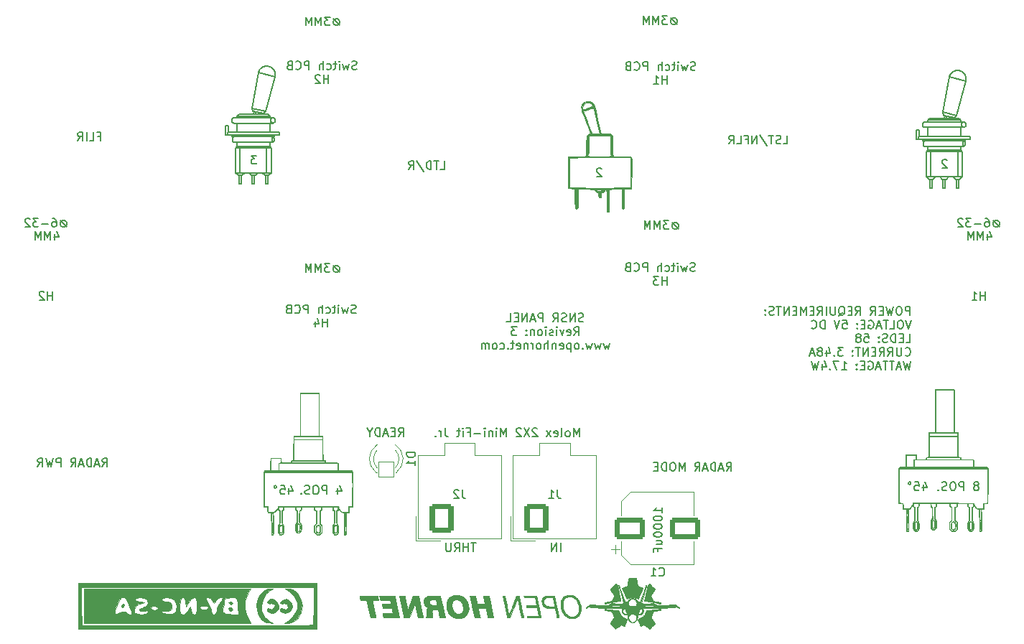
<source format=gbr>
%TF.GenerationSoftware,KiCad,Pcbnew,(6.0.9)*%
%TF.CreationDate,2023-04-01T15:36:49-08:00*%
%TF.ProjectId,SNSR PANEL,534e5352-2050-4414-9e45-4c2e6b696361,3*%
%TF.SameCoordinates,Original*%
%TF.FileFunction,Legend,Bot*%
%TF.FilePolarity,Positive*%
%FSLAX46Y46*%
G04 Gerber Fmt 4.6, Leading zero omitted, Abs format (unit mm)*
G04 Created by KiCad (PCBNEW (6.0.9)) date 2023-04-01 15:36:49*
%MOMM*%
%LPD*%
G01*
G04 APERTURE LIST*
G04 Aperture macros list*
%AMRoundRect*
0 Rectangle with rounded corners*
0 $1 Rounding radius*
0 $2 $3 $4 $5 $6 $7 $8 $9 X,Y pos of 4 corners*
0 Add a 4 corners polygon primitive as box body*
4,1,4,$2,$3,$4,$5,$6,$7,$8,$9,$2,$3,0*
0 Add four circle primitives for the rounded corners*
1,1,$1+$1,$2,$3*
1,1,$1+$1,$4,$5*
1,1,$1+$1,$6,$7*
1,1,$1+$1,$8,$9*
0 Add four rect primitives between the rounded corners*
20,1,$1+$1,$2,$3,$4,$5,0*
20,1,$1+$1,$4,$5,$6,$7,0*
20,1,$1+$1,$6,$7,$8,$9,0*
20,1,$1+$1,$8,$9,$2,$3,0*%
G04 Aperture macros list end*
%ADD10C,0.150000*%
%ADD11C,0.010000*%
%ADD12C,0.200000*%
%ADD13C,0.120000*%
%ADD14C,4.400000*%
%ADD15C,12.800000*%
%ADD16C,3.672000*%
%ADD17RoundRect,0.300000X-1.500000X-1.000000X1.500000X-1.000000X1.500000X1.000000X-1.500000X1.000000X0*%
%ADD18RoundRect,0.050000X0.900000X-0.900000X0.900000X0.900000X-0.900000X0.900000X-0.900000X-0.900000X0*%
%ADD19C,1.900000*%
%ADD20RoundRect,0.300001X-1.099999X-1.399999X1.099999X-1.399999X1.099999X1.399999X-1.099999X1.399999X0*%
%ADD21O,2.800000X3.400000*%
G04 APERTURE END LIST*
D10*
X134067038Y-85858161D02*
X133924180Y-85905780D01*
X133686085Y-85905780D01*
X133590847Y-85858161D01*
X133543228Y-85810542D01*
X133495609Y-85715304D01*
X133495609Y-85620066D01*
X133543228Y-85524828D01*
X133590847Y-85477209D01*
X133686085Y-85429590D01*
X133876561Y-85381971D01*
X133971800Y-85334352D01*
X134019419Y-85286733D01*
X134067038Y-85191495D01*
X134067038Y-85096257D01*
X134019419Y-85001019D01*
X133971800Y-84953400D01*
X133876561Y-84905780D01*
X133638466Y-84905780D01*
X133495609Y-84953400D01*
X133162276Y-85239114D02*
X132971800Y-85905780D01*
X132781323Y-85429590D01*
X132590847Y-85905780D01*
X132400371Y-85239114D01*
X132019419Y-85905780D02*
X132019419Y-85239114D01*
X132019419Y-84905780D02*
X132067038Y-84953400D01*
X132019419Y-85001019D01*
X131971800Y-84953400D01*
X132019419Y-84905780D01*
X132019419Y-85001019D01*
X131686085Y-85239114D02*
X131305133Y-85239114D01*
X131543228Y-84905780D02*
X131543228Y-85762923D01*
X131495609Y-85858161D01*
X131400371Y-85905780D01*
X131305133Y-85905780D01*
X130543228Y-85858161D02*
X130638466Y-85905780D01*
X130828942Y-85905780D01*
X130924180Y-85858161D01*
X130971800Y-85810542D01*
X131019419Y-85715304D01*
X131019419Y-85429590D01*
X130971800Y-85334352D01*
X130924180Y-85286733D01*
X130828942Y-85239114D01*
X130638466Y-85239114D01*
X130543228Y-85286733D01*
X130114657Y-85905780D02*
X130114657Y-84905780D01*
X129686085Y-85905780D02*
X129686085Y-85381971D01*
X129733704Y-85286733D01*
X129828942Y-85239114D01*
X129971800Y-85239114D01*
X130067038Y-85286733D01*
X130114657Y-85334352D01*
X128447990Y-85905780D02*
X128447990Y-84905780D01*
X128067038Y-84905780D01*
X127971800Y-84953400D01*
X127924180Y-85001019D01*
X127876561Y-85096257D01*
X127876561Y-85239114D01*
X127924180Y-85334352D01*
X127971800Y-85381971D01*
X128067038Y-85429590D01*
X128447990Y-85429590D01*
X126876561Y-85810542D02*
X126924180Y-85858161D01*
X127067038Y-85905780D01*
X127162276Y-85905780D01*
X127305133Y-85858161D01*
X127400371Y-85762923D01*
X127447990Y-85667685D01*
X127495609Y-85477209D01*
X127495609Y-85334352D01*
X127447990Y-85143876D01*
X127400371Y-85048638D01*
X127305133Y-84953400D01*
X127162276Y-84905780D01*
X127067038Y-84905780D01*
X126924180Y-84953400D01*
X126876561Y-85001019D01*
X126114657Y-85381971D02*
X125971800Y-85429590D01*
X125924180Y-85477209D01*
X125876561Y-85572447D01*
X125876561Y-85715304D01*
X125924180Y-85810542D01*
X125971800Y-85858161D01*
X126067038Y-85905780D01*
X126447990Y-85905780D01*
X126447990Y-84905780D01*
X126114657Y-84905780D01*
X126019419Y-84953400D01*
X125971800Y-85001019D01*
X125924180Y-85096257D01*
X125924180Y-85191495D01*
X125971800Y-85286733D01*
X126019419Y-85334352D01*
X126114657Y-85381971D01*
X126447990Y-85381971D01*
X130733704Y-87515780D02*
X130733704Y-86515780D01*
X130733704Y-86991971D02*
X130162276Y-86991971D01*
X130162276Y-87515780D02*
X130162276Y-86515780D01*
X129257514Y-86849114D02*
X129257514Y-87515780D01*
X129495609Y-86468161D02*
X129733704Y-87182447D01*
X129114657Y-87182447D01*
X171665685Y-51100076D02*
X171475209Y-51100076D01*
X171284733Y-51195314D01*
X171189495Y-51385790D01*
X171189495Y-51576266D01*
X171284733Y-51766742D01*
X171475209Y-51861980D01*
X171665685Y-51861980D01*
X171856161Y-51766742D01*
X171951400Y-51576266D01*
X171951400Y-51385790D01*
X171856161Y-51195314D01*
X171665685Y-51100076D01*
X171189495Y-51100076D02*
X171951400Y-51861980D01*
X170808542Y-50861980D02*
X170189495Y-50861980D01*
X170522828Y-51242933D01*
X170379971Y-51242933D01*
X170284733Y-51290552D01*
X170237114Y-51338171D01*
X170189495Y-51433409D01*
X170189495Y-51671504D01*
X170237114Y-51766742D01*
X170284733Y-51814361D01*
X170379971Y-51861980D01*
X170665685Y-51861980D01*
X170760923Y-51814361D01*
X170808542Y-51766742D01*
X169760923Y-51861980D02*
X169760923Y-50861980D01*
X169427590Y-51576266D01*
X169094257Y-50861980D01*
X169094257Y-51861980D01*
X168618066Y-51861980D02*
X168618066Y-50861980D01*
X168284733Y-51576266D01*
X167951400Y-50861980D01*
X167951400Y-51861980D01*
X103666800Y-65028771D02*
X104000133Y-65028771D01*
X104000133Y-65552580D02*
X104000133Y-64552580D01*
X103523942Y-64552580D01*
X102666800Y-65552580D02*
X103142990Y-65552580D01*
X103142990Y-64552580D01*
X102333466Y-65552580D02*
X102333466Y-64552580D01*
X101285847Y-65552580D02*
X101619180Y-65076390D01*
X101857276Y-65552580D02*
X101857276Y-64552580D01*
X101476323Y-64552580D01*
X101381085Y-64600200D01*
X101333466Y-64647819D01*
X101285847Y-64743057D01*
X101285847Y-64885914D01*
X101333466Y-64981152D01*
X101381085Y-65028771D01*
X101476323Y-65076390D01*
X101857276Y-65076390D01*
X131889285Y-51201676D02*
X131698809Y-51201676D01*
X131508333Y-51296914D01*
X131413095Y-51487390D01*
X131413095Y-51677866D01*
X131508333Y-51868342D01*
X131698809Y-51963580D01*
X131889285Y-51963580D01*
X132079761Y-51868342D01*
X132175000Y-51677866D01*
X132175000Y-51487390D01*
X132079761Y-51296914D01*
X131889285Y-51201676D01*
X131413095Y-51201676D02*
X132175000Y-51963580D01*
X131032142Y-50963580D02*
X130413095Y-50963580D01*
X130746428Y-51344533D01*
X130603571Y-51344533D01*
X130508333Y-51392152D01*
X130460714Y-51439771D01*
X130413095Y-51535009D01*
X130413095Y-51773104D01*
X130460714Y-51868342D01*
X130508333Y-51915961D01*
X130603571Y-51963580D01*
X130889285Y-51963580D01*
X130984523Y-51915961D01*
X131032142Y-51868342D01*
X129984523Y-51963580D02*
X129984523Y-50963580D01*
X129651190Y-51677866D01*
X129317857Y-50963580D01*
X129317857Y-51963580D01*
X128841666Y-51963580D02*
X128841666Y-50963580D01*
X128508333Y-51677866D01*
X128175000Y-50963580D01*
X128175000Y-51963580D01*
X174072038Y-80905161D02*
X173929180Y-80952780D01*
X173691085Y-80952780D01*
X173595847Y-80905161D01*
X173548228Y-80857542D01*
X173500609Y-80762304D01*
X173500609Y-80667066D01*
X173548228Y-80571828D01*
X173595847Y-80524209D01*
X173691085Y-80476590D01*
X173881561Y-80428971D01*
X173976800Y-80381352D01*
X174024419Y-80333733D01*
X174072038Y-80238495D01*
X174072038Y-80143257D01*
X174024419Y-80048019D01*
X173976800Y-80000400D01*
X173881561Y-79952780D01*
X173643466Y-79952780D01*
X173500609Y-80000400D01*
X173167276Y-80286114D02*
X172976800Y-80952780D01*
X172786323Y-80476590D01*
X172595847Y-80952780D01*
X172405371Y-80286114D01*
X172024419Y-80952780D02*
X172024419Y-80286114D01*
X172024419Y-79952780D02*
X172072038Y-80000400D01*
X172024419Y-80048019D01*
X171976800Y-80000400D01*
X172024419Y-79952780D01*
X172024419Y-80048019D01*
X171691085Y-80286114D02*
X171310133Y-80286114D01*
X171548228Y-79952780D02*
X171548228Y-80809923D01*
X171500609Y-80905161D01*
X171405371Y-80952780D01*
X171310133Y-80952780D01*
X170548228Y-80905161D02*
X170643466Y-80952780D01*
X170833942Y-80952780D01*
X170929180Y-80905161D01*
X170976800Y-80857542D01*
X171024419Y-80762304D01*
X171024419Y-80476590D01*
X170976800Y-80381352D01*
X170929180Y-80333733D01*
X170833942Y-80286114D01*
X170643466Y-80286114D01*
X170548228Y-80333733D01*
X170119657Y-80952780D02*
X170119657Y-79952780D01*
X169691085Y-80952780D02*
X169691085Y-80428971D01*
X169738704Y-80333733D01*
X169833942Y-80286114D01*
X169976800Y-80286114D01*
X170072038Y-80333733D01*
X170119657Y-80381352D01*
X168452990Y-80952780D02*
X168452990Y-79952780D01*
X168072038Y-79952780D01*
X167976800Y-80000400D01*
X167929180Y-80048019D01*
X167881561Y-80143257D01*
X167881561Y-80286114D01*
X167929180Y-80381352D01*
X167976800Y-80428971D01*
X168072038Y-80476590D01*
X168452990Y-80476590D01*
X166881561Y-80857542D02*
X166929180Y-80905161D01*
X167072038Y-80952780D01*
X167167276Y-80952780D01*
X167310133Y-80905161D01*
X167405371Y-80809923D01*
X167452990Y-80714685D01*
X167500609Y-80524209D01*
X167500609Y-80381352D01*
X167452990Y-80190876D01*
X167405371Y-80095638D01*
X167310133Y-80000400D01*
X167167276Y-79952780D01*
X167072038Y-79952780D01*
X166929180Y-80000400D01*
X166881561Y-80048019D01*
X166119657Y-80428971D02*
X165976800Y-80476590D01*
X165929180Y-80524209D01*
X165881561Y-80619447D01*
X165881561Y-80762304D01*
X165929180Y-80857542D01*
X165976800Y-80905161D01*
X166072038Y-80952780D01*
X166452990Y-80952780D01*
X166452990Y-79952780D01*
X166119657Y-79952780D01*
X166024419Y-80000400D01*
X165976800Y-80048019D01*
X165929180Y-80143257D01*
X165929180Y-80238495D01*
X165976800Y-80333733D01*
X166024419Y-80381352D01*
X166119657Y-80428971D01*
X166452990Y-80428971D01*
X170738704Y-82562780D02*
X170738704Y-81562780D01*
X170738704Y-82038971D02*
X170167276Y-82038971D01*
X170167276Y-82562780D02*
X170167276Y-81562780D01*
X169786323Y-81562780D02*
X169167276Y-81562780D01*
X169500609Y-81943733D01*
X169357752Y-81943733D01*
X169262514Y-81991352D01*
X169214895Y-82038971D01*
X169167276Y-82134209D01*
X169167276Y-82372304D01*
X169214895Y-82467542D01*
X169262514Y-82515161D01*
X169357752Y-82562780D01*
X169643466Y-82562780D01*
X169738704Y-82515161D01*
X169786323Y-82467542D01*
X200966666Y-106135714D02*
X200966666Y-106802380D01*
X201204761Y-105754761D02*
X201442857Y-106469047D01*
X200823809Y-106469047D01*
X199966666Y-105802380D02*
X200442857Y-105802380D01*
X200490476Y-106278571D01*
X200442857Y-106230952D01*
X200347619Y-106183333D01*
X200109523Y-106183333D01*
X200014285Y-106230952D01*
X199966666Y-106278571D01*
X199919047Y-106373809D01*
X199919047Y-106611904D01*
X199966666Y-106707142D01*
X200014285Y-106754761D01*
X200109523Y-106802380D01*
X200347619Y-106802380D01*
X200442857Y-106754761D01*
X200490476Y-106707142D01*
X199347619Y-105802380D02*
X199442857Y-105850000D01*
X199490476Y-105945238D01*
X199442857Y-106040476D01*
X199347619Y-106088095D01*
X199252380Y-106040476D01*
X199204761Y-105945238D01*
X199252380Y-105850000D01*
X199347619Y-105802380D01*
X126191666Y-106560714D02*
X126191666Y-107227380D01*
X126429761Y-106179761D02*
X126667857Y-106894047D01*
X126048809Y-106894047D01*
X125191666Y-106227380D02*
X125667857Y-106227380D01*
X125715476Y-106703571D01*
X125667857Y-106655952D01*
X125572619Y-106608333D01*
X125334523Y-106608333D01*
X125239285Y-106655952D01*
X125191666Y-106703571D01*
X125144047Y-106798809D01*
X125144047Y-107036904D01*
X125191666Y-107132142D01*
X125239285Y-107179761D01*
X125334523Y-107227380D01*
X125572619Y-107227380D01*
X125667857Y-107179761D01*
X125715476Y-107132142D01*
X124572619Y-106227380D02*
X124667857Y-106275000D01*
X124715476Y-106370238D01*
X124667857Y-106465476D01*
X124572619Y-106513095D01*
X124477380Y-106465476D01*
X124429761Y-106370238D01*
X124477380Y-106275000D01*
X124572619Y-106227380D01*
X163035714Y-68897619D02*
X162988095Y-68850000D01*
X162892857Y-68802380D01*
X162654761Y-68802380D01*
X162559523Y-68850000D01*
X162511904Y-68897619D01*
X162464285Y-68992857D01*
X162464285Y-69088095D01*
X162511904Y-69230952D01*
X163083333Y-69802380D01*
X162464285Y-69802380D01*
X160402380Y-100452380D02*
X160402380Y-99452380D01*
X160069047Y-100166666D01*
X159735714Y-99452380D01*
X159735714Y-100452380D01*
X159116666Y-100452380D02*
X159211904Y-100404761D01*
X159259523Y-100357142D01*
X159307142Y-100261904D01*
X159307142Y-99976190D01*
X159259523Y-99880952D01*
X159211904Y-99833333D01*
X159116666Y-99785714D01*
X158973809Y-99785714D01*
X158878571Y-99833333D01*
X158830952Y-99880952D01*
X158783333Y-99976190D01*
X158783333Y-100261904D01*
X158830952Y-100357142D01*
X158878571Y-100404761D01*
X158973809Y-100452380D01*
X159116666Y-100452380D01*
X158211904Y-100452380D02*
X158307142Y-100404761D01*
X158354761Y-100309523D01*
X158354761Y-99452380D01*
X157450000Y-100404761D02*
X157545238Y-100452380D01*
X157735714Y-100452380D01*
X157830952Y-100404761D01*
X157878571Y-100309523D01*
X157878571Y-99928571D01*
X157830952Y-99833333D01*
X157735714Y-99785714D01*
X157545238Y-99785714D01*
X157450000Y-99833333D01*
X157402380Y-99928571D01*
X157402380Y-100023809D01*
X157878571Y-100119047D01*
X157069047Y-100452380D02*
X156545238Y-99785714D01*
X157069047Y-99785714D02*
X156545238Y-100452380D01*
X155450000Y-99547619D02*
X155402380Y-99500000D01*
X155307142Y-99452380D01*
X155069047Y-99452380D01*
X154973809Y-99500000D01*
X154926190Y-99547619D01*
X154878571Y-99642857D01*
X154878571Y-99738095D01*
X154926190Y-99880952D01*
X155497619Y-100452380D01*
X154878571Y-100452380D01*
X154545238Y-99452380D02*
X153878571Y-100452380D01*
X153878571Y-99452380D02*
X154545238Y-100452380D01*
X153545238Y-99547619D02*
X153497619Y-99500000D01*
X153402380Y-99452380D01*
X153164285Y-99452380D01*
X153069047Y-99500000D01*
X153021428Y-99547619D01*
X152973809Y-99642857D01*
X152973809Y-99738095D01*
X153021428Y-99880952D01*
X153592857Y-100452380D01*
X152973809Y-100452380D01*
X151783333Y-100452380D02*
X151783333Y-99452380D01*
X151450000Y-100166666D01*
X151116666Y-99452380D01*
X151116666Y-100452380D01*
X150640476Y-100452380D02*
X150640476Y-99785714D01*
X150640476Y-99452380D02*
X150688095Y-99500000D01*
X150640476Y-99547619D01*
X150592857Y-99500000D01*
X150640476Y-99452380D01*
X150640476Y-99547619D01*
X150164285Y-99785714D02*
X150164285Y-100452380D01*
X150164285Y-99880952D02*
X150116666Y-99833333D01*
X150021428Y-99785714D01*
X149878571Y-99785714D01*
X149783333Y-99833333D01*
X149735714Y-99928571D01*
X149735714Y-100452380D01*
X149259523Y-100452380D02*
X149259523Y-99785714D01*
X149259523Y-99452380D02*
X149307142Y-99500000D01*
X149259523Y-99547619D01*
X149211904Y-99500000D01*
X149259523Y-99452380D01*
X149259523Y-99547619D01*
X148783333Y-100071428D02*
X148021428Y-100071428D01*
X147211904Y-99928571D02*
X147545238Y-99928571D01*
X147545238Y-100452380D02*
X147545238Y-99452380D01*
X147069047Y-99452380D01*
X146688095Y-100452380D02*
X146688095Y-99785714D01*
X146688095Y-99452380D02*
X146735714Y-99500000D01*
X146688095Y-99547619D01*
X146640476Y-99500000D01*
X146688095Y-99452380D01*
X146688095Y-99547619D01*
X146354761Y-99785714D02*
X145973809Y-99785714D01*
X146211904Y-99452380D02*
X146211904Y-100309523D01*
X146164285Y-100404761D01*
X146069047Y-100452380D01*
X145973809Y-100452380D01*
X144592857Y-99452380D02*
X144592857Y-100166666D01*
X144640476Y-100309523D01*
X144735714Y-100404761D01*
X144878571Y-100452380D01*
X144973809Y-100452380D01*
X144116666Y-100452380D02*
X144116666Y-99785714D01*
X144116666Y-99976190D02*
X144069047Y-99880952D01*
X144021428Y-99833333D01*
X143926190Y-99785714D01*
X143830952Y-99785714D01*
X143497619Y-100357142D02*
X143450000Y-100404761D01*
X143497619Y-100452380D01*
X143545238Y-100404761D01*
X143497619Y-100357142D01*
X143497619Y-100452380D01*
X104175000Y-104002380D02*
X104508333Y-103526190D01*
X104746428Y-104002380D02*
X104746428Y-103002380D01*
X104365476Y-103002380D01*
X104270238Y-103050000D01*
X104222619Y-103097619D01*
X104175000Y-103192857D01*
X104175000Y-103335714D01*
X104222619Y-103430952D01*
X104270238Y-103478571D01*
X104365476Y-103526190D01*
X104746428Y-103526190D01*
X103794047Y-103716666D02*
X103317857Y-103716666D01*
X103889285Y-104002380D02*
X103555952Y-103002380D01*
X103222619Y-104002380D01*
X102889285Y-104002380D02*
X102889285Y-103002380D01*
X102651190Y-103002380D01*
X102508333Y-103050000D01*
X102413095Y-103145238D01*
X102365476Y-103240476D01*
X102317857Y-103430952D01*
X102317857Y-103573809D01*
X102365476Y-103764285D01*
X102413095Y-103859523D01*
X102508333Y-103954761D01*
X102651190Y-104002380D01*
X102889285Y-104002380D01*
X101936904Y-103716666D02*
X101460714Y-103716666D01*
X102032142Y-104002380D02*
X101698809Y-103002380D01*
X101365476Y-104002380D01*
X100460714Y-104002380D02*
X100794047Y-103526190D01*
X101032142Y-104002380D02*
X101032142Y-103002380D01*
X100651190Y-103002380D01*
X100555952Y-103050000D01*
X100508333Y-103097619D01*
X100460714Y-103192857D01*
X100460714Y-103335714D01*
X100508333Y-103430952D01*
X100555952Y-103478571D01*
X100651190Y-103526190D01*
X101032142Y-103526190D01*
X99270238Y-104002380D02*
X99270238Y-103002380D01*
X98889285Y-103002380D01*
X98794047Y-103050000D01*
X98746428Y-103097619D01*
X98698809Y-103192857D01*
X98698809Y-103335714D01*
X98746428Y-103430952D01*
X98794047Y-103478571D01*
X98889285Y-103526190D01*
X99270238Y-103526190D01*
X98365476Y-103002380D02*
X98127380Y-104002380D01*
X97936904Y-103288095D01*
X97746428Y-104002380D01*
X97508333Y-103002380D01*
X96555952Y-104002380D02*
X96889285Y-103526190D01*
X97127380Y-104002380D02*
X97127380Y-103002380D01*
X96746428Y-103002380D01*
X96651190Y-103050000D01*
X96603571Y-103097619D01*
X96555952Y-103192857D01*
X96555952Y-103335714D01*
X96603571Y-103430952D01*
X96651190Y-103478571D01*
X96746428Y-103526190D01*
X97127380Y-103526190D01*
X171818085Y-75230076D02*
X171627609Y-75230076D01*
X171437133Y-75325314D01*
X171341895Y-75515790D01*
X171341895Y-75706266D01*
X171437133Y-75896742D01*
X171627609Y-75991980D01*
X171818085Y-75991980D01*
X172008561Y-75896742D01*
X172103800Y-75706266D01*
X172103800Y-75515790D01*
X172008561Y-75325314D01*
X171818085Y-75230076D01*
X171341895Y-75230076D02*
X172103800Y-75991980D01*
X170960942Y-74991980D02*
X170341895Y-74991980D01*
X170675228Y-75372933D01*
X170532371Y-75372933D01*
X170437133Y-75420552D01*
X170389514Y-75468171D01*
X170341895Y-75563409D01*
X170341895Y-75801504D01*
X170389514Y-75896742D01*
X170437133Y-75944361D01*
X170532371Y-75991980D01*
X170818085Y-75991980D01*
X170913323Y-75944361D01*
X170960942Y-75896742D01*
X169913323Y-75991980D02*
X169913323Y-74991980D01*
X169579990Y-75706266D01*
X169246657Y-74991980D01*
X169246657Y-75991980D01*
X168770466Y-75991980D02*
X168770466Y-74991980D01*
X168437133Y-75706266D01*
X168103800Y-74991980D01*
X168103800Y-75991980D01*
X139100000Y-100402380D02*
X139433333Y-99926190D01*
X139671428Y-100402380D02*
X139671428Y-99402380D01*
X139290476Y-99402380D01*
X139195238Y-99450000D01*
X139147619Y-99497619D01*
X139100000Y-99592857D01*
X139100000Y-99735714D01*
X139147619Y-99830952D01*
X139195238Y-99878571D01*
X139290476Y-99926190D01*
X139671428Y-99926190D01*
X138671428Y-99878571D02*
X138338095Y-99878571D01*
X138195238Y-100402380D02*
X138671428Y-100402380D01*
X138671428Y-99402380D01*
X138195238Y-99402380D01*
X137814285Y-100116666D02*
X137338095Y-100116666D01*
X137909523Y-100402380D02*
X137576190Y-99402380D01*
X137242857Y-100402380D01*
X136909523Y-100402380D02*
X136909523Y-99402380D01*
X136671428Y-99402380D01*
X136528571Y-99450000D01*
X136433333Y-99545238D01*
X136385714Y-99640476D01*
X136338095Y-99830952D01*
X136338095Y-99973809D01*
X136385714Y-100164285D01*
X136433333Y-100259523D01*
X136528571Y-100354761D01*
X136671428Y-100402380D01*
X136909523Y-100402380D01*
X135719047Y-99926190D02*
X135719047Y-100402380D01*
X136052380Y-99402380D02*
X135719047Y-99926190D01*
X135385714Y-99402380D01*
X134168638Y-57105361D02*
X134025780Y-57152980D01*
X133787685Y-57152980D01*
X133692447Y-57105361D01*
X133644828Y-57057742D01*
X133597209Y-56962504D01*
X133597209Y-56867266D01*
X133644828Y-56772028D01*
X133692447Y-56724409D01*
X133787685Y-56676790D01*
X133978161Y-56629171D01*
X134073400Y-56581552D01*
X134121019Y-56533933D01*
X134168638Y-56438695D01*
X134168638Y-56343457D01*
X134121019Y-56248219D01*
X134073400Y-56200600D01*
X133978161Y-56152980D01*
X133740066Y-56152980D01*
X133597209Y-56200600D01*
X133263876Y-56486314D02*
X133073400Y-57152980D01*
X132882923Y-56676790D01*
X132692447Y-57152980D01*
X132501971Y-56486314D01*
X132121019Y-57152980D02*
X132121019Y-56486314D01*
X132121019Y-56152980D02*
X132168638Y-56200600D01*
X132121019Y-56248219D01*
X132073400Y-56200600D01*
X132121019Y-56152980D01*
X132121019Y-56248219D01*
X131787685Y-56486314D02*
X131406733Y-56486314D01*
X131644828Y-56152980D02*
X131644828Y-57010123D01*
X131597209Y-57105361D01*
X131501971Y-57152980D01*
X131406733Y-57152980D01*
X130644828Y-57105361D02*
X130740066Y-57152980D01*
X130930542Y-57152980D01*
X131025780Y-57105361D01*
X131073400Y-57057742D01*
X131121019Y-56962504D01*
X131121019Y-56676790D01*
X131073400Y-56581552D01*
X131025780Y-56533933D01*
X130930542Y-56486314D01*
X130740066Y-56486314D01*
X130644828Y-56533933D01*
X130216257Y-57152980D02*
X130216257Y-56152980D01*
X129787685Y-57152980D02*
X129787685Y-56629171D01*
X129835304Y-56533933D01*
X129930542Y-56486314D01*
X130073400Y-56486314D01*
X130168638Y-56533933D01*
X130216257Y-56581552D01*
X128549590Y-57152980D02*
X128549590Y-56152980D01*
X128168638Y-56152980D01*
X128073400Y-56200600D01*
X128025780Y-56248219D01*
X127978161Y-56343457D01*
X127978161Y-56486314D01*
X128025780Y-56581552D01*
X128073400Y-56629171D01*
X128168638Y-56676790D01*
X128549590Y-56676790D01*
X126978161Y-57057742D02*
X127025780Y-57105361D01*
X127168638Y-57152980D01*
X127263876Y-57152980D01*
X127406733Y-57105361D01*
X127501971Y-57010123D01*
X127549590Y-56914885D01*
X127597209Y-56724409D01*
X127597209Y-56581552D01*
X127549590Y-56391076D01*
X127501971Y-56295838D01*
X127406733Y-56200600D01*
X127263876Y-56152980D01*
X127168638Y-56152980D01*
X127025780Y-56200600D01*
X126978161Y-56248219D01*
X126216257Y-56629171D02*
X126073400Y-56676790D01*
X126025780Y-56724409D01*
X125978161Y-56819647D01*
X125978161Y-56962504D01*
X126025780Y-57057742D01*
X126073400Y-57105361D01*
X126168638Y-57152980D01*
X126549590Y-57152980D01*
X126549590Y-56152980D01*
X126216257Y-56152980D01*
X126121019Y-56200600D01*
X126073400Y-56248219D01*
X126025780Y-56343457D01*
X126025780Y-56438695D01*
X126073400Y-56533933D01*
X126121019Y-56581552D01*
X126216257Y-56629171D01*
X126549590Y-56629171D01*
X130835304Y-58762980D02*
X130835304Y-57762980D01*
X130835304Y-58239171D02*
X130263876Y-58239171D01*
X130263876Y-58762980D02*
X130263876Y-57762980D01*
X129835304Y-57858219D02*
X129787685Y-57810600D01*
X129692447Y-57762980D01*
X129454352Y-57762980D01*
X129359114Y-57810600D01*
X129311495Y-57858219D01*
X129263876Y-57953457D01*
X129263876Y-58048695D01*
X129311495Y-58191552D01*
X129882923Y-58762980D01*
X129263876Y-58762980D01*
X174097438Y-57206961D02*
X173954580Y-57254580D01*
X173716485Y-57254580D01*
X173621247Y-57206961D01*
X173573628Y-57159342D01*
X173526009Y-57064104D01*
X173526009Y-56968866D01*
X173573628Y-56873628D01*
X173621247Y-56826009D01*
X173716485Y-56778390D01*
X173906961Y-56730771D01*
X174002200Y-56683152D01*
X174049819Y-56635533D01*
X174097438Y-56540295D01*
X174097438Y-56445057D01*
X174049819Y-56349819D01*
X174002200Y-56302200D01*
X173906961Y-56254580D01*
X173668866Y-56254580D01*
X173526009Y-56302200D01*
X173192676Y-56587914D02*
X173002200Y-57254580D01*
X172811723Y-56778390D01*
X172621247Y-57254580D01*
X172430771Y-56587914D01*
X172049819Y-57254580D02*
X172049819Y-56587914D01*
X172049819Y-56254580D02*
X172097438Y-56302200D01*
X172049819Y-56349819D01*
X172002200Y-56302200D01*
X172049819Y-56254580D01*
X172049819Y-56349819D01*
X171716485Y-56587914D02*
X171335533Y-56587914D01*
X171573628Y-56254580D02*
X171573628Y-57111723D01*
X171526009Y-57206961D01*
X171430771Y-57254580D01*
X171335533Y-57254580D01*
X170573628Y-57206961D02*
X170668866Y-57254580D01*
X170859342Y-57254580D01*
X170954580Y-57206961D01*
X171002200Y-57159342D01*
X171049819Y-57064104D01*
X171049819Y-56778390D01*
X171002200Y-56683152D01*
X170954580Y-56635533D01*
X170859342Y-56587914D01*
X170668866Y-56587914D01*
X170573628Y-56635533D01*
X170145057Y-57254580D02*
X170145057Y-56254580D01*
X169716485Y-57254580D02*
X169716485Y-56730771D01*
X169764104Y-56635533D01*
X169859342Y-56587914D01*
X170002200Y-56587914D01*
X170097438Y-56635533D01*
X170145057Y-56683152D01*
X168478390Y-57254580D02*
X168478390Y-56254580D01*
X168097438Y-56254580D01*
X168002200Y-56302200D01*
X167954580Y-56349819D01*
X167906961Y-56445057D01*
X167906961Y-56587914D01*
X167954580Y-56683152D01*
X168002200Y-56730771D01*
X168097438Y-56778390D01*
X168478390Y-56778390D01*
X166906961Y-57159342D02*
X166954580Y-57206961D01*
X167097438Y-57254580D01*
X167192676Y-57254580D01*
X167335533Y-57206961D01*
X167430771Y-57111723D01*
X167478390Y-57016485D01*
X167526009Y-56826009D01*
X167526009Y-56683152D01*
X167478390Y-56492676D01*
X167430771Y-56397438D01*
X167335533Y-56302200D01*
X167192676Y-56254580D01*
X167097438Y-56254580D01*
X166954580Y-56302200D01*
X166906961Y-56349819D01*
X166145057Y-56730771D02*
X166002200Y-56778390D01*
X165954580Y-56826009D01*
X165906961Y-56921247D01*
X165906961Y-57064104D01*
X165954580Y-57159342D01*
X166002200Y-57206961D01*
X166097438Y-57254580D01*
X166478390Y-57254580D01*
X166478390Y-56254580D01*
X166145057Y-56254580D01*
X166049819Y-56302200D01*
X166002200Y-56349819D01*
X165954580Y-56445057D01*
X165954580Y-56540295D01*
X166002200Y-56635533D01*
X166049819Y-56683152D01*
X166145057Y-56730771D01*
X166478390Y-56730771D01*
X170764104Y-58864580D02*
X170764104Y-57864580D01*
X170764104Y-58340771D02*
X170192676Y-58340771D01*
X170192676Y-58864580D02*
X170192676Y-57864580D01*
X169192676Y-58864580D02*
X169764104Y-58864580D01*
X169478390Y-58864580D02*
X169478390Y-57864580D01*
X169573628Y-58007438D01*
X169668866Y-58102676D01*
X169764104Y-58150295D01*
X160889390Y-86856561D02*
X160746533Y-86904180D01*
X160508438Y-86904180D01*
X160413200Y-86856561D01*
X160365580Y-86808942D01*
X160317961Y-86713704D01*
X160317961Y-86618466D01*
X160365580Y-86523228D01*
X160413200Y-86475609D01*
X160508438Y-86427990D01*
X160698914Y-86380371D01*
X160794152Y-86332752D01*
X160841771Y-86285133D01*
X160889390Y-86189895D01*
X160889390Y-86094657D01*
X160841771Y-85999419D01*
X160794152Y-85951800D01*
X160698914Y-85904180D01*
X160460819Y-85904180D01*
X160317961Y-85951800D01*
X159889390Y-86904180D02*
X159889390Y-85904180D01*
X159317961Y-86904180D01*
X159317961Y-85904180D01*
X158889390Y-86856561D02*
X158746533Y-86904180D01*
X158508438Y-86904180D01*
X158413200Y-86856561D01*
X158365580Y-86808942D01*
X158317961Y-86713704D01*
X158317961Y-86618466D01*
X158365580Y-86523228D01*
X158413200Y-86475609D01*
X158508438Y-86427990D01*
X158698914Y-86380371D01*
X158794152Y-86332752D01*
X158841771Y-86285133D01*
X158889390Y-86189895D01*
X158889390Y-86094657D01*
X158841771Y-85999419D01*
X158794152Y-85951800D01*
X158698914Y-85904180D01*
X158460819Y-85904180D01*
X158317961Y-85951800D01*
X157317961Y-86904180D02*
X157651295Y-86427990D01*
X157889390Y-86904180D02*
X157889390Y-85904180D01*
X157508438Y-85904180D01*
X157413200Y-85951800D01*
X157365580Y-85999419D01*
X157317961Y-86094657D01*
X157317961Y-86237514D01*
X157365580Y-86332752D01*
X157413200Y-86380371D01*
X157508438Y-86427990D01*
X157889390Y-86427990D01*
X156127485Y-86904180D02*
X156127485Y-85904180D01*
X155746533Y-85904180D01*
X155651295Y-85951800D01*
X155603676Y-85999419D01*
X155556057Y-86094657D01*
X155556057Y-86237514D01*
X155603676Y-86332752D01*
X155651295Y-86380371D01*
X155746533Y-86427990D01*
X156127485Y-86427990D01*
X155175104Y-86618466D02*
X154698914Y-86618466D01*
X155270342Y-86904180D02*
X154937009Y-85904180D01*
X154603676Y-86904180D01*
X154270342Y-86904180D02*
X154270342Y-85904180D01*
X153698914Y-86904180D01*
X153698914Y-85904180D01*
X153222723Y-86380371D02*
X152889390Y-86380371D01*
X152746533Y-86904180D02*
X153222723Y-86904180D01*
X153222723Y-85904180D01*
X152746533Y-85904180D01*
X151841771Y-86904180D02*
X152317961Y-86904180D01*
X152317961Y-85904180D01*
X159794152Y-88514180D02*
X160127485Y-88037990D01*
X160365580Y-88514180D02*
X160365580Y-87514180D01*
X159984628Y-87514180D01*
X159889390Y-87561800D01*
X159841771Y-87609419D01*
X159794152Y-87704657D01*
X159794152Y-87847514D01*
X159841771Y-87942752D01*
X159889390Y-87990371D01*
X159984628Y-88037990D01*
X160365580Y-88037990D01*
X158984628Y-88466561D02*
X159079866Y-88514180D01*
X159270342Y-88514180D01*
X159365580Y-88466561D01*
X159413200Y-88371323D01*
X159413200Y-87990371D01*
X159365580Y-87895133D01*
X159270342Y-87847514D01*
X159079866Y-87847514D01*
X158984628Y-87895133D01*
X158937009Y-87990371D01*
X158937009Y-88085609D01*
X159413200Y-88180847D01*
X158603676Y-87847514D02*
X158365580Y-88514180D01*
X158127485Y-87847514D01*
X157746533Y-88514180D02*
X157746533Y-87847514D01*
X157746533Y-87514180D02*
X157794152Y-87561800D01*
X157746533Y-87609419D01*
X157698914Y-87561800D01*
X157746533Y-87514180D01*
X157746533Y-87609419D01*
X157317961Y-88466561D02*
X157222723Y-88514180D01*
X157032247Y-88514180D01*
X156937009Y-88466561D01*
X156889390Y-88371323D01*
X156889390Y-88323704D01*
X156937009Y-88228466D01*
X157032247Y-88180847D01*
X157175104Y-88180847D01*
X157270342Y-88133228D01*
X157317961Y-88037990D01*
X157317961Y-87990371D01*
X157270342Y-87895133D01*
X157175104Y-87847514D01*
X157032247Y-87847514D01*
X156937009Y-87895133D01*
X156460819Y-88514180D02*
X156460819Y-87847514D01*
X156460819Y-87514180D02*
X156508438Y-87561800D01*
X156460819Y-87609419D01*
X156413200Y-87561800D01*
X156460819Y-87514180D01*
X156460819Y-87609419D01*
X155841771Y-88514180D02*
X155937009Y-88466561D01*
X155984628Y-88418942D01*
X156032247Y-88323704D01*
X156032247Y-88037990D01*
X155984628Y-87942752D01*
X155937009Y-87895133D01*
X155841771Y-87847514D01*
X155698914Y-87847514D01*
X155603676Y-87895133D01*
X155556057Y-87942752D01*
X155508438Y-88037990D01*
X155508438Y-88323704D01*
X155556057Y-88418942D01*
X155603676Y-88466561D01*
X155698914Y-88514180D01*
X155841771Y-88514180D01*
X155079866Y-87847514D02*
X155079866Y-88514180D01*
X155079866Y-87942752D02*
X155032247Y-87895133D01*
X154937009Y-87847514D01*
X154794152Y-87847514D01*
X154698914Y-87895133D01*
X154651295Y-87990371D01*
X154651295Y-88514180D01*
X154175104Y-88418942D02*
X154127485Y-88466561D01*
X154175104Y-88514180D01*
X154222723Y-88466561D01*
X154175104Y-88418942D01*
X154175104Y-88514180D01*
X154175104Y-87895133D02*
X154127485Y-87942752D01*
X154175104Y-87990371D01*
X154222723Y-87942752D01*
X154175104Y-87895133D01*
X154175104Y-87990371D01*
X153032247Y-87514180D02*
X152413200Y-87514180D01*
X152746533Y-87895133D01*
X152603676Y-87895133D01*
X152508438Y-87942752D01*
X152460819Y-87990371D01*
X152413200Y-88085609D01*
X152413200Y-88323704D01*
X152460819Y-88418942D01*
X152508438Y-88466561D01*
X152603676Y-88514180D01*
X152889390Y-88514180D01*
X152984628Y-88466561D01*
X153032247Y-88418942D01*
X164032247Y-89457514D02*
X163841771Y-90124180D01*
X163651295Y-89647990D01*
X163460819Y-90124180D01*
X163270342Y-89457514D01*
X162984628Y-89457514D02*
X162794152Y-90124180D01*
X162603676Y-89647990D01*
X162413200Y-90124180D01*
X162222723Y-89457514D01*
X161937009Y-89457514D02*
X161746533Y-90124180D01*
X161556057Y-89647990D01*
X161365580Y-90124180D01*
X161175104Y-89457514D01*
X160794152Y-90028942D02*
X160746533Y-90076561D01*
X160794152Y-90124180D01*
X160841771Y-90076561D01*
X160794152Y-90028942D01*
X160794152Y-90124180D01*
X160175104Y-90124180D02*
X160270342Y-90076561D01*
X160317961Y-90028942D01*
X160365580Y-89933704D01*
X160365580Y-89647990D01*
X160317961Y-89552752D01*
X160270342Y-89505133D01*
X160175104Y-89457514D01*
X160032247Y-89457514D01*
X159937009Y-89505133D01*
X159889390Y-89552752D01*
X159841771Y-89647990D01*
X159841771Y-89933704D01*
X159889390Y-90028942D01*
X159937009Y-90076561D01*
X160032247Y-90124180D01*
X160175104Y-90124180D01*
X159413200Y-89457514D02*
X159413200Y-90457514D01*
X159413200Y-89505133D02*
X159317961Y-89457514D01*
X159127485Y-89457514D01*
X159032247Y-89505133D01*
X158984628Y-89552752D01*
X158937009Y-89647990D01*
X158937009Y-89933704D01*
X158984628Y-90028942D01*
X159032247Y-90076561D01*
X159127485Y-90124180D01*
X159317961Y-90124180D01*
X159413200Y-90076561D01*
X158127485Y-90076561D02*
X158222723Y-90124180D01*
X158413200Y-90124180D01*
X158508438Y-90076561D01*
X158556057Y-89981323D01*
X158556057Y-89600371D01*
X158508438Y-89505133D01*
X158413200Y-89457514D01*
X158222723Y-89457514D01*
X158127485Y-89505133D01*
X158079866Y-89600371D01*
X158079866Y-89695609D01*
X158556057Y-89790847D01*
X157651295Y-89457514D02*
X157651295Y-90124180D01*
X157651295Y-89552752D02*
X157603676Y-89505133D01*
X157508438Y-89457514D01*
X157365580Y-89457514D01*
X157270342Y-89505133D01*
X157222723Y-89600371D01*
X157222723Y-90124180D01*
X156746533Y-90124180D02*
X156746533Y-89124180D01*
X156317961Y-90124180D02*
X156317961Y-89600371D01*
X156365580Y-89505133D01*
X156460819Y-89457514D01*
X156603676Y-89457514D01*
X156698914Y-89505133D01*
X156746533Y-89552752D01*
X155698914Y-90124180D02*
X155794152Y-90076561D01*
X155841771Y-90028942D01*
X155889390Y-89933704D01*
X155889390Y-89647990D01*
X155841771Y-89552752D01*
X155794152Y-89505133D01*
X155698914Y-89457514D01*
X155556057Y-89457514D01*
X155460819Y-89505133D01*
X155413200Y-89552752D01*
X155365580Y-89647990D01*
X155365580Y-89933704D01*
X155413200Y-90028942D01*
X155460819Y-90076561D01*
X155556057Y-90124180D01*
X155698914Y-90124180D01*
X154937009Y-90124180D02*
X154937009Y-89457514D01*
X154937009Y-89647990D02*
X154889390Y-89552752D01*
X154841771Y-89505133D01*
X154746533Y-89457514D01*
X154651295Y-89457514D01*
X154317961Y-89457514D02*
X154317961Y-90124180D01*
X154317961Y-89552752D02*
X154270342Y-89505133D01*
X154175104Y-89457514D01*
X154032247Y-89457514D01*
X153937009Y-89505133D01*
X153889390Y-89600371D01*
X153889390Y-90124180D01*
X153032247Y-90076561D02*
X153127485Y-90124180D01*
X153317961Y-90124180D01*
X153413200Y-90076561D01*
X153460819Y-89981323D01*
X153460819Y-89600371D01*
X153413200Y-89505133D01*
X153317961Y-89457514D01*
X153127485Y-89457514D01*
X153032247Y-89505133D01*
X152984628Y-89600371D01*
X152984628Y-89695609D01*
X153460819Y-89790847D01*
X152698914Y-89457514D02*
X152317961Y-89457514D01*
X152556057Y-89124180D02*
X152556057Y-89981323D01*
X152508438Y-90076561D01*
X152413200Y-90124180D01*
X152317961Y-90124180D01*
X151984628Y-90028942D02*
X151937009Y-90076561D01*
X151984628Y-90124180D01*
X152032247Y-90076561D01*
X151984628Y-90028942D01*
X151984628Y-90124180D01*
X151079866Y-90076561D02*
X151175104Y-90124180D01*
X151365580Y-90124180D01*
X151460819Y-90076561D01*
X151508438Y-90028942D01*
X151556057Y-89933704D01*
X151556057Y-89647990D01*
X151508438Y-89552752D01*
X151460819Y-89505133D01*
X151365580Y-89457514D01*
X151175104Y-89457514D01*
X151079866Y-89505133D01*
X150508438Y-90124180D02*
X150603676Y-90076561D01*
X150651295Y-90028942D01*
X150698914Y-89933704D01*
X150698914Y-89647990D01*
X150651295Y-89552752D01*
X150603676Y-89505133D01*
X150508438Y-89457514D01*
X150365580Y-89457514D01*
X150270342Y-89505133D01*
X150222723Y-89552752D01*
X150175104Y-89647990D01*
X150175104Y-89933704D01*
X150222723Y-90028942D01*
X150270342Y-90076561D01*
X150365580Y-90124180D01*
X150508438Y-90124180D01*
X149746533Y-90124180D02*
X149746533Y-89457514D01*
X149746533Y-89552752D02*
X149698914Y-89505133D01*
X149603676Y-89457514D01*
X149460819Y-89457514D01*
X149365580Y-89505133D01*
X149317961Y-89600371D01*
X149317961Y-90124180D01*
X149317961Y-89600371D02*
X149270342Y-89505133D01*
X149175104Y-89457514D01*
X149032247Y-89457514D01*
X148937009Y-89505133D01*
X148889390Y-89600371D01*
X148889390Y-90124180D01*
X199410004Y-86106980D02*
X199410004Y-85106980D01*
X199029052Y-85106980D01*
X198933814Y-85154600D01*
X198886195Y-85202219D01*
X198838576Y-85297457D01*
X198838576Y-85440314D01*
X198886195Y-85535552D01*
X198933814Y-85583171D01*
X199029052Y-85630790D01*
X199410004Y-85630790D01*
X198219528Y-85106980D02*
X198029052Y-85106980D01*
X197933814Y-85154600D01*
X197838576Y-85249838D01*
X197790957Y-85440314D01*
X197790957Y-85773647D01*
X197838576Y-85964123D01*
X197933814Y-86059361D01*
X198029052Y-86106980D01*
X198219528Y-86106980D01*
X198314766Y-86059361D01*
X198410004Y-85964123D01*
X198457623Y-85773647D01*
X198457623Y-85440314D01*
X198410004Y-85249838D01*
X198314766Y-85154600D01*
X198219528Y-85106980D01*
X197457623Y-85106980D02*
X197219528Y-86106980D01*
X197029052Y-85392695D01*
X196838576Y-86106980D01*
X196600480Y-85106980D01*
X196219528Y-85583171D02*
X195886195Y-85583171D01*
X195743338Y-86106980D02*
X196219528Y-86106980D01*
X196219528Y-85106980D01*
X195743338Y-85106980D01*
X194743338Y-86106980D02*
X195076671Y-85630790D01*
X195314766Y-86106980D02*
X195314766Y-85106980D01*
X194933814Y-85106980D01*
X194838576Y-85154600D01*
X194790957Y-85202219D01*
X194743338Y-85297457D01*
X194743338Y-85440314D01*
X194790957Y-85535552D01*
X194838576Y-85583171D01*
X194933814Y-85630790D01*
X195314766Y-85630790D01*
X192981433Y-86106980D02*
X193314766Y-85630790D01*
X193552861Y-86106980D02*
X193552861Y-85106980D01*
X193171909Y-85106980D01*
X193076671Y-85154600D01*
X193029052Y-85202219D01*
X192981433Y-85297457D01*
X192981433Y-85440314D01*
X193029052Y-85535552D01*
X193076671Y-85583171D01*
X193171909Y-85630790D01*
X193552861Y-85630790D01*
X192552861Y-85583171D02*
X192219528Y-85583171D01*
X192076671Y-86106980D02*
X192552861Y-86106980D01*
X192552861Y-85106980D01*
X192076671Y-85106980D01*
X190981433Y-86202219D02*
X191076671Y-86154600D01*
X191171909Y-86059361D01*
X191314766Y-85916504D01*
X191410004Y-85868885D01*
X191505242Y-85868885D01*
X191457623Y-86106980D02*
X191552861Y-86059361D01*
X191648100Y-85964123D01*
X191695719Y-85773647D01*
X191695719Y-85440314D01*
X191648100Y-85249838D01*
X191552861Y-85154600D01*
X191457623Y-85106980D01*
X191267147Y-85106980D01*
X191171909Y-85154600D01*
X191076671Y-85249838D01*
X191029052Y-85440314D01*
X191029052Y-85773647D01*
X191076671Y-85964123D01*
X191171909Y-86059361D01*
X191267147Y-86106980D01*
X191457623Y-86106980D01*
X190600480Y-85106980D02*
X190600480Y-85916504D01*
X190552861Y-86011742D01*
X190505242Y-86059361D01*
X190410004Y-86106980D01*
X190219528Y-86106980D01*
X190124290Y-86059361D01*
X190076671Y-86011742D01*
X190029052Y-85916504D01*
X190029052Y-85106980D01*
X189552861Y-86106980D02*
X189552861Y-85106980D01*
X188505242Y-86106980D02*
X188838576Y-85630790D01*
X189076671Y-86106980D02*
X189076671Y-85106980D01*
X188695719Y-85106980D01*
X188600480Y-85154600D01*
X188552861Y-85202219D01*
X188505242Y-85297457D01*
X188505242Y-85440314D01*
X188552861Y-85535552D01*
X188600480Y-85583171D01*
X188695719Y-85630790D01*
X189076671Y-85630790D01*
X188076671Y-85583171D02*
X187743338Y-85583171D01*
X187600480Y-86106980D02*
X188076671Y-86106980D01*
X188076671Y-85106980D01*
X187600480Y-85106980D01*
X187171909Y-86106980D02*
X187171909Y-85106980D01*
X186838576Y-85821266D01*
X186505242Y-85106980D01*
X186505242Y-86106980D01*
X186029052Y-85583171D02*
X185695719Y-85583171D01*
X185552861Y-86106980D02*
X186029052Y-86106980D01*
X186029052Y-85106980D01*
X185552861Y-85106980D01*
X185124290Y-86106980D02*
X185124290Y-85106980D01*
X184552861Y-86106980D01*
X184552861Y-85106980D01*
X184219528Y-85106980D02*
X183648100Y-85106980D01*
X183933814Y-86106980D02*
X183933814Y-85106980D01*
X183362385Y-86059361D02*
X183219528Y-86106980D01*
X182981433Y-86106980D01*
X182886195Y-86059361D01*
X182838576Y-86011742D01*
X182790957Y-85916504D01*
X182790957Y-85821266D01*
X182838576Y-85726028D01*
X182886195Y-85678409D01*
X182981433Y-85630790D01*
X183171909Y-85583171D01*
X183267147Y-85535552D01*
X183314766Y-85487933D01*
X183362385Y-85392695D01*
X183362385Y-85297457D01*
X183314766Y-85202219D01*
X183267147Y-85154600D01*
X183171909Y-85106980D01*
X182933814Y-85106980D01*
X182790957Y-85154600D01*
X182362385Y-86011742D02*
X182314766Y-86059361D01*
X182362385Y-86106980D01*
X182410004Y-86059361D01*
X182362385Y-86011742D01*
X182362385Y-86106980D01*
X182362385Y-85487933D02*
X182314766Y-85535552D01*
X182362385Y-85583171D01*
X182410004Y-85535552D01*
X182362385Y-85487933D01*
X182362385Y-85583171D01*
X199552861Y-86716980D02*
X199219528Y-87716980D01*
X198886195Y-86716980D01*
X198362385Y-86716980D02*
X198171909Y-86716980D01*
X198076671Y-86764600D01*
X197981433Y-86859838D01*
X197933814Y-87050314D01*
X197933814Y-87383647D01*
X197981433Y-87574123D01*
X198076671Y-87669361D01*
X198171909Y-87716980D01*
X198362385Y-87716980D01*
X198457623Y-87669361D01*
X198552861Y-87574123D01*
X198600480Y-87383647D01*
X198600480Y-87050314D01*
X198552861Y-86859838D01*
X198457623Y-86764600D01*
X198362385Y-86716980D01*
X197029052Y-87716980D02*
X197505242Y-87716980D01*
X197505242Y-86716980D01*
X196838576Y-86716980D02*
X196267147Y-86716980D01*
X196552861Y-87716980D02*
X196552861Y-86716980D01*
X195981433Y-87431266D02*
X195505242Y-87431266D01*
X196076671Y-87716980D02*
X195743338Y-86716980D01*
X195410004Y-87716980D01*
X194552861Y-86764600D02*
X194648100Y-86716980D01*
X194790957Y-86716980D01*
X194933814Y-86764600D01*
X195029052Y-86859838D01*
X195076671Y-86955076D01*
X195124290Y-87145552D01*
X195124290Y-87288409D01*
X195076671Y-87478885D01*
X195029052Y-87574123D01*
X194933814Y-87669361D01*
X194790957Y-87716980D01*
X194695719Y-87716980D01*
X194552861Y-87669361D01*
X194505242Y-87621742D01*
X194505242Y-87288409D01*
X194695719Y-87288409D01*
X194076671Y-87193171D02*
X193743338Y-87193171D01*
X193600480Y-87716980D02*
X194076671Y-87716980D01*
X194076671Y-86716980D01*
X193600480Y-86716980D01*
X193171909Y-87621742D02*
X193124290Y-87669361D01*
X193171909Y-87716980D01*
X193219528Y-87669361D01*
X193171909Y-87621742D01*
X193171909Y-87716980D01*
X193171909Y-87097933D02*
X193124290Y-87145552D01*
X193171909Y-87193171D01*
X193219528Y-87145552D01*
X193171909Y-87097933D01*
X193171909Y-87193171D01*
X191457623Y-86716980D02*
X191933814Y-86716980D01*
X191981433Y-87193171D01*
X191933814Y-87145552D01*
X191838576Y-87097933D01*
X191600480Y-87097933D01*
X191505242Y-87145552D01*
X191457623Y-87193171D01*
X191410004Y-87288409D01*
X191410004Y-87526504D01*
X191457623Y-87621742D01*
X191505242Y-87669361D01*
X191600480Y-87716980D01*
X191838576Y-87716980D01*
X191933814Y-87669361D01*
X191981433Y-87621742D01*
X191124290Y-86716980D02*
X190790957Y-87716980D01*
X190457623Y-86716980D01*
X189362385Y-87716980D02*
X189362385Y-86716980D01*
X189124290Y-86716980D01*
X188981433Y-86764600D01*
X188886195Y-86859838D01*
X188838576Y-86955076D01*
X188790957Y-87145552D01*
X188790957Y-87288409D01*
X188838576Y-87478885D01*
X188886195Y-87574123D01*
X188981433Y-87669361D01*
X189124290Y-87716980D01*
X189362385Y-87716980D01*
X187790957Y-87621742D02*
X187838576Y-87669361D01*
X187981433Y-87716980D01*
X188076671Y-87716980D01*
X188219528Y-87669361D01*
X188314766Y-87574123D01*
X188362385Y-87478885D01*
X188410004Y-87288409D01*
X188410004Y-87145552D01*
X188362385Y-86955076D01*
X188314766Y-86859838D01*
X188219528Y-86764600D01*
X188076671Y-86716980D01*
X187981433Y-86716980D01*
X187838576Y-86764600D01*
X187790957Y-86812219D01*
X198933814Y-89326980D02*
X199410004Y-89326980D01*
X199410004Y-88326980D01*
X198600480Y-88803171D02*
X198267147Y-88803171D01*
X198124290Y-89326980D02*
X198600480Y-89326980D01*
X198600480Y-88326980D01*
X198124290Y-88326980D01*
X197695719Y-89326980D02*
X197695719Y-88326980D01*
X197457623Y-88326980D01*
X197314766Y-88374600D01*
X197219528Y-88469838D01*
X197171909Y-88565076D01*
X197124290Y-88755552D01*
X197124290Y-88898409D01*
X197171909Y-89088885D01*
X197219528Y-89184123D01*
X197314766Y-89279361D01*
X197457623Y-89326980D01*
X197695719Y-89326980D01*
X196743338Y-89279361D02*
X196600480Y-89326980D01*
X196362385Y-89326980D01*
X196267147Y-89279361D01*
X196219528Y-89231742D01*
X196171909Y-89136504D01*
X196171909Y-89041266D01*
X196219528Y-88946028D01*
X196267147Y-88898409D01*
X196362385Y-88850790D01*
X196552861Y-88803171D01*
X196648100Y-88755552D01*
X196695719Y-88707933D01*
X196743338Y-88612695D01*
X196743338Y-88517457D01*
X196695719Y-88422219D01*
X196648100Y-88374600D01*
X196552861Y-88326980D01*
X196314766Y-88326980D01*
X196171909Y-88374600D01*
X195743338Y-89231742D02*
X195695719Y-89279361D01*
X195743338Y-89326980D01*
X195790957Y-89279361D01*
X195743338Y-89231742D01*
X195743338Y-89326980D01*
X195743338Y-88707933D02*
X195695719Y-88755552D01*
X195743338Y-88803171D01*
X195790957Y-88755552D01*
X195743338Y-88707933D01*
X195743338Y-88803171D01*
X194029052Y-88326980D02*
X194505242Y-88326980D01*
X194552861Y-88803171D01*
X194505242Y-88755552D01*
X194410004Y-88707933D01*
X194171909Y-88707933D01*
X194076671Y-88755552D01*
X194029052Y-88803171D01*
X193981433Y-88898409D01*
X193981433Y-89136504D01*
X194029052Y-89231742D01*
X194076671Y-89279361D01*
X194171909Y-89326980D01*
X194410004Y-89326980D01*
X194505242Y-89279361D01*
X194552861Y-89231742D01*
X193410004Y-88755552D02*
X193505242Y-88707933D01*
X193552861Y-88660314D01*
X193600480Y-88565076D01*
X193600480Y-88517457D01*
X193552861Y-88422219D01*
X193505242Y-88374600D01*
X193410004Y-88326980D01*
X193219528Y-88326980D01*
X193124290Y-88374600D01*
X193076671Y-88422219D01*
X193029052Y-88517457D01*
X193029052Y-88565076D01*
X193076671Y-88660314D01*
X193124290Y-88707933D01*
X193219528Y-88755552D01*
X193410004Y-88755552D01*
X193505242Y-88803171D01*
X193552861Y-88850790D01*
X193600480Y-88946028D01*
X193600480Y-89136504D01*
X193552861Y-89231742D01*
X193505242Y-89279361D01*
X193410004Y-89326980D01*
X193219528Y-89326980D01*
X193124290Y-89279361D01*
X193076671Y-89231742D01*
X193029052Y-89136504D01*
X193029052Y-88946028D01*
X193076671Y-88850790D01*
X193124290Y-88803171D01*
X193219528Y-88755552D01*
X198838576Y-90841742D02*
X198886195Y-90889361D01*
X199029052Y-90936980D01*
X199124290Y-90936980D01*
X199267147Y-90889361D01*
X199362385Y-90794123D01*
X199410004Y-90698885D01*
X199457623Y-90508409D01*
X199457623Y-90365552D01*
X199410004Y-90175076D01*
X199362385Y-90079838D01*
X199267147Y-89984600D01*
X199124290Y-89936980D01*
X199029052Y-89936980D01*
X198886195Y-89984600D01*
X198838576Y-90032219D01*
X198410004Y-89936980D02*
X198410004Y-90746504D01*
X198362385Y-90841742D01*
X198314766Y-90889361D01*
X198219528Y-90936980D01*
X198029052Y-90936980D01*
X197933814Y-90889361D01*
X197886195Y-90841742D01*
X197838576Y-90746504D01*
X197838576Y-89936980D01*
X196790957Y-90936980D02*
X197124290Y-90460790D01*
X197362385Y-90936980D02*
X197362385Y-89936980D01*
X196981433Y-89936980D01*
X196886195Y-89984600D01*
X196838576Y-90032219D01*
X196790957Y-90127457D01*
X196790957Y-90270314D01*
X196838576Y-90365552D01*
X196886195Y-90413171D01*
X196981433Y-90460790D01*
X197362385Y-90460790D01*
X195790957Y-90936980D02*
X196124290Y-90460790D01*
X196362385Y-90936980D02*
X196362385Y-89936980D01*
X195981433Y-89936980D01*
X195886195Y-89984600D01*
X195838576Y-90032219D01*
X195790957Y-90127457D01*
X195790957Y-90270314D01*
X195838576Y-90365552D01*
X195886195Y-90413171D01*
X195981433Y-90460790D01*
X196362385Y-90460790D01*
X195362385Y-90413171D02*
X195029052Y-90413171D01*
X194886195Y-90936980D02*
X195362385Y-90936980D01*
X195362385Y-89936980D01*
X194886195Y-89936980D01*
X194457623Y-90936980D02*
X194457623Y-89936980D01*
X193886195Y-90936980D01*
X193886195Y-89936980D01*
X193552861Y-89936980D02*
X192981433Y-89936980D01*
X193267147Y-90936980D02*
X193267147Y-89936980D01*
X192648100Y-90841742D02*
X192600480Y-90889361D01*
X192648100Y-90936980D01*
X192695719Y-90889361D01*
X192648100Y-90841742D01*
X192648100Y-90936980D01*
X192648100Y-90317933D02*
X192600480Y-90365552D01*
X192648100Y-90413171D01*
X192695719Y-90365552D01*
X192648100Y-90317933D01*
X192648100Y-90413171D01*
X191505242Y-89936980D02*
X190886195Y-89936980D01*
X191219528Y-90317933D01*
X191076671Y-90317933D01*
X190981433Y-90365552D01*
X190933814Y-90413171D01*
X190886195Y-90508409D01*
X190886195Y-90746504D01*
X190933814Y-90841742D01*
X190981433Y-90889361D01*
X191076671Y-90936980D01*
X191362385Y-90936980D01*
X191457623Y-90889361D01*
X191505242Y-90841742D01*
X190457623Y-90841742D02*
X190410004Y-90889361D01*
X190457623Y-90936980D01*
X190505242Y-90889361D01*
X190457623Y-90841742D01*
X190457623Y-90936980D01*
X189552861Y-90270314D02*
X189552861Y-90936980D01*
X189790957Y-89889361D02*
X190029052Y-90603647D01*
X189410004Y-90603647D01*
X188886195Y-90365552D02*
X188981433Y-90317933D01*
X189029052Y-90270314D01*
X189076671Y-90175076D01*
X189076671Y-90127457D01*
X189029052Y-90032219D01*
X188981433Y-89984600D01*
X188886195Y-89936980D01*
X188695719Y-89936980D01*
X188600480Y-89984600D01*
X188552861Y-90032219D01*
X188505242Y-90127457D01*
X188505242Y-90175076D01*
X188552861Y-90270314D01*
X188600480Y-90317933D01*
X188695719Y-90365552D01*
X188886195Y-90365552D01*
X188981433Y-90413171D01*
X189029052Y-90460790D01*
X189076671Y-90556028D01*
X189076671Y-90746504D01*
X189029052Y-90841742D01*
X188981433Y-90889361D01*
X188886195Y-90936980D01*
X188695719Y-90936980D01*
X188600480Y-90889361D01*
X188552861Y-90841742D01*
X188505242Y-90746504D01*
X188505242Y-90556028D01*
X188552861Y-90460790D01*
X188600480Y-90413171D01*
X188695719Y-90365552D01*
X188124290Y-90651266D02*
X187648100Y-90651266D01*
X188219528Y-90936980D02*
X187886195Y-89936980D01*
X187552861Y-90936980D01*
X199505242Y-91546980D02*
X199267147Y-92546980D01*
X199076671Y-91832695D01*
X198886195Y-92546980D01*
X198648100Y-91546980D01*
X198314766Y-92261266D02*
X197838576Y-92261266D01*
X198410004Y-92546980D02*
X198076671Y-91546980D01*
X197743338Y-92546980D01*
X197552861Y-91546980D02*
X196981433Y-91546980D01*
X197267147Y-92546980D02*
X197267147Y-91546980D01*
X196790957Y-91546980D02*
X196219528Y-91546980D01*
X196505242Y-92546980D02*
X196505242Y-91546980D01*
X195933814Y-92261266D02*
X195457623Y-92261266D01*
X196029052Y-92546980D02*
X195695719Y-91546980D01*
X195362385Y-92546980D01*
X194505242Y-91594600D02*
X194600480Y-91546980D01*
X194743338Y-91546980D01*
X194886195Y-91594600D01*
X194981433Y-91689838D01*
X195029052Y-91785076D01*
X195076671Y-91975552D01*
X195076671Y-92118409D01*
X195029052Y-92308885D01*
X194981433Y-92404123D01*
X194886195Y-92499361D01*
X194743338Y-92546980D01*
X194648100Y-92546980D01*
X194505242Y-92499361D01*
X194457623Y-92451742D01*
X194457623Y-92118409D01*
X194648100Y-92118409D01*
X194029052Y-92023171D02*
X193695719Y-92023171D01*
X193552861Y-92546980D02*
X194029052Y-92546980D01*
X194029052Y-91546980D01*
X193552861Y-91546980D01*
X193124290Y-92451742D02*
X193076671Y-92499361D01*
X193124290Y-92546980D01*
X193171909Y-92499361D01*
X193124290Y-92451742D01*
X193124290Y-92546980D01*
X193124290Y-91927933D02*
X193076671Y-91975552D01*
X193124290Y-92023171D01*
X193171909Y-91975552D01*
X193124290Y-91927933D01*
X193124290Y-92023171D01*
X191362385Y-92546980D02*
X191933814Y-92546980D01*
X191648100Y-92546980D02*
X191648100Y-91546980D01*
X191743338Y-91689838D01*
X191838576Y-91785076D01*
X191933814Y-91832695D01*
X191029052Y-91546980D02*
X190362385Y-91546980D01*
X190790957Y-92546980D01*
X189981433Y-92451742D02*
X189933814Y-92499361D01*
X189981433Y-92546980D01*
X190029052Y-92499361D01*
X189981433Y-92451742D01*
X189981433Y-92546980D01*
X189076671Y-91880314D02*
X189076671Y-92546980D01*
X189314766Y-91499361D02*
X189552861Y-92213647D01*
X188933814Y-92213647D01*
X188648100Y-91546980D02*
X188410004Y-92546980D01*
X188219528Y-91832695D01*
X188029052Y-92546980D01*
X187790957Y-91546980D01*
X131863885Y-80284676D02*
X131673409Y-80284676D01*
X131482933Y-80379914D01*
X131387695Y-80570390D01*
X131387695Y-80760866D01*
X131482933Y-80951342D01*
X131673409Y-81046580D01*
X131863885Y-81046580D01*
X132054361Y-80951342D01*
X132149600Y-80760866D01*
X132149600Y-80570390D01*
X132054361Y-80379914D01*
X131863885Y-80284676D01*
X131387695Y-80284676D02*
X132149600Y-81046580D01*
X131006742Y-80046580D02*
X130387695Y-80046580D01*
X130721028Y-80427533D01*
X130578171Y-80427533D01*
X130482933Y-80475152D01*
X130435314Y-80522771D01*
X130387695Y-80618009D01*
X130387695Y-80856104D01*
X130435314Y-80951342D01*
X130482933Y-80998961D01*
X130578171Y-81046580D01*
X130863885Y-81046580D01*
X130959123Y-80998961D01*
X131006742Y-80951342D01*
X129959123Y-81046580D02*
X129959123Y-80046580D01*
X129625790Y-80760866D01*
X129292457Y-80046580D01*
X129292457Y-81046580D01*
X128816266Y-81046580D02*
X128816266Y-80046580D01*
X128482933Y-80760866D01*
X128149600Y-80046580D01*
X128149600Y-81046580D01*
X148233333Y-113002380D02*
X147661904Y-113002380D01*
X147947619Y-114002380D02*
X147947619Y-113002380D01*
X147328571Y-114002380D02*
X147328571Y-113002380D01*
X147328571Y-113478571D02*
X146757142Y-113478571D01*
X146757142Y-114002380D02*
X146757142Y-113002380D01*
X145709523Y-114002380D02*
X146042857Y-113526190D01*
X146280952Y-114002380D02*
X146280952Y-113002380D01*
X145900000Y-113002380D01*
X145804761Y-113050000D01*
X145757142Y-113097619D01*
X145709523Y-113192857D01*
X145709523Y-113335714D01*
X145757142Y-113430952D01*
X145804761Y-113478571D01*
X145900000Y-113526190D01*
X146280952Y-113526190D01*
X145280952Y-113002380D02*
X145280952Y-113811904D01*
X145233333Y-113907142D01*
X145185714Y-113954761D01*
X145090476Y-114002380D01*
X144900000Y-114002380D01*
X144804761Y-113954761D01*
X144757142Y-113907142D01*
X144709523Y-113811904D01*
X144709523Y-113002380D01*
X207314285Y-106230952D02*
X207409523Y-106183333D01*
X207457142Y-106135714D01*
X207504761Y-106040476D01*
X207504761Y-105992857D01*
X207457142Y-105897619D01*
X207409523Y-105850000D01*
X207314285Y-105802380D01*
X207123809Y-105802380D01*
X207028571Y-105850000D01*
X206980952Y-105897619D01*
X206933333Y-105992857D01*
X206933333Y-106040476D01*
X206980952Y-106135714D01*
X207028571Y-106183333D01*
X207123809Y-106230952D01*
X207314285Y-106230952D01*
X207409523Y-106278571D01*
X207457142Y-106326190D01*
X207504761Y-106421428D01*
X207504761Y-106611904D01*
X207457142Y-106707142D01*
X207409523Y-106754761D01*
X207314285Y-106802380D01*
X207123809Y-106802380D01*
X207028571Y-106754761D01*
X206980952Y-106707142D01*
X206933333Y-106611904D01*
X206933333Y-106421428D01*
X206980952Y-106326190D01*
X207028571Y-106278571D01*
X207123809Y-106230952D01*
X205742857Y-106802380D02*
X205742857Y-105802380D01*
X205361904Y-105802380D01*
X205266666Y-105850000D01*
X205219047Y-105897619D01*
X205171428Y-105992857D01*
X205171428Y-106135714D01*
X205219047Y-106230952D01*
X205266666Y-106278571D01*
X205361904Y-106326190D01*
X205742857Y-106326190D01*
X204552380Y-105802380D02*
X204361904Y-105802380D01*
X204266666Y-105850000D01*
X204171428Y-105945238D01*
X204123809Y-106135714D01*
X204123809Y-106469047D01*
X204171428Y-106659523D01*
X204266666Y-106754761D01*
X204361904Y-106802380D01*
X204552380Y-106802380D01*
X204647619Y-106754761D01*
X204742857Y-106659523D01*
X204790476Y-106469047D01*
X204790476Y-106135714D01*
X204742857Y-105945238D01*
X204647619Y-105850000D01*
X204552380Y-105802380D01*
X203742857Y-106754761D02*
X203600000Y-106802380D01*
X203361904Y-106802380D01*
X203266666Y-106754761D01*
X203219047Y-106707142D01*
X203171428Y-106611904D01*
X203171428Y-106516666D01*
X203219047Y-106421428D01*
X203266666Y-106373809D01*
X203361904Y-106326190D01*
X203552380Y-106278571D01*
X203647619Y-106230952D01*
X203695238Y-106183333D01*
X203742857Y-106088095D01*
X203742857Y-105992857D01*
X203695238Y-105897619D01*
X203647619Y-105850000D01*
X203552380Y-105802380D01*
X203314285Y-105802380D01*
X203171428Y-105850000D01*
X202742857Y-106707142D02*
X202695238Y-106754761D01*
X202742857Y-106802380D01*
X202790476Y-106754761D01*
X202742857Y-106707142D01*
X202742857Y-106802380D01*
X144038438Y-68930780D02*
X144514628Y-68930780D01*
X144514628Y-67930780D01*
X143847961Y-67930780D02*
X143276533Y-67930780D01*
X143562247Y-68930780D02*
X143562247Y-67930780D01*
X142943200Y-68930780D02*
X142943200Y-67930780D01*
X142705104Y-67930780D01*
X142562247Y-67978400D01*
X142467009Y-68073638D01*
X142419390Y-68168876D01*
X142371771Y-68359352D01*
X142371771Y-68502209D01*
X142419390Y-68692685D01*
X142467009Y-68787923D01*
X142562247Y-68883161D01*
X142705104Y-68930780D01*
X142943200Y-68930780D01*
X141228914Y-67883161D02*
X142086057Y-69168876D01*
X140324152Y-68930780D02*
X140657485Y-68454590D01*
X140895580Y-68930780D02*
X140895580Y-67930780D01*
X140514628Y-67930780D01*
X140419390Y-67978400D01*
X140371771Y-68026019D01*
X140324152Y-68121257D01*
X140324152Y-68264114D01*
X140371771Y-68359352D01*
X140419390Y-68406971D01*
X140514628Y-68454590D01*
X140895580Y-68454590D01*
X158223809Y-113952380D02*
X158223809Y-112952380D01*
X157747619Y-113952380D02*
X157747619Y-112952380D01*
X157176190Y-113952380D01*
X157176190Y-112952380D01*
X131903571Y-106560714D02*
X131903571Y-107227380D01*
X132141666Y-106179761D02*
X132379761Y-106894047D01*
X131760714Y-106894047D01*
X130617857Y-107227380D02*
X130617857Y-106227380D01*
X130236904Y-106227380D01*
X130141666Y-106275000D01*
X130094047Y-106322619D01*
X130046428Y-106417857D01*
X130046428Y-106560714D01*
X130094047Y-106655952D01*
X130141666Y-106703571D01*
X130236904Y-106751190D01*
X130617857Y-106751190D01*
X129427380Y-106227380D02*
X129236904Y-106227380D01*
X129141666Y-106275000D01*
X129046428Y-106370238D01*
X128998809Y-106560714D01*
X128998809Y-106894047D01*
X129046428Y-107084523D01*
X129141666Y-107179761D01*
X129236904Y-107227380D01*
X129427380Y-107227380D01*
X129522619Y-107179761D01*
X129617857Y-107084523D01*
X129665476Y-106894047D01*
X129665476Y-106560714D01*
X129617857Y-106370238D01*
X129522619Y-106275000D01*
X129427380Y-106227380D01*
X128617857Y-107179761D02*
X128475000Y-107227380D01*
X128236904Y-107227380D01*
X128141666Y-107179761D01*
X128094047Y-107132142D01*
X128046428Y-107036904D01*
X128046428Y-106941666D01*
X128094047Y-106846428D01*
X128141666Y-106798809D01*
X128236904Y-106751190D01*
X128427380Y-106703571D01*
X128522619Y-106655952D01*
X128570238Y-106608333D01*
X128617857Y-106513095D01*
X128617857Y-106417857D01*
X128570238Y-106322619D01*
X128522619Y-106275000D01*
X128427380Y-106227380D01*
X128189285Y-106227380D01*
X128046428Y-106275000D01*
X127617857Y-107132142D02*
X127570238Y-107179761D01*
X127617857Y-107227380D01*
X127665476Y-107179761D01*
X127617857Y-107132142D01*
X127617857Y-107227380D01*
X177759404Y-104502380D02*
X178092738Y-104026190D01*
X178330833Y-104502380D02*
X178330833Y-103502380D01*
X177949880Y-103502380D01*
X177854642Y-103550000D01*
X177807023Y-103597619D01*
X177759404Y-103692857D01*
X177759404Y-103835714D01*
X177807023Y-103930952D01*
X177854642Y-103978571D01*
X177949880Y-104026190D01*
X178330833Y-104026190D01*
X177378452Y-104216666D02*
X176902261Y-104216666D01*
X177473690Y-104502380D02*
X177140357Y-103502380D01*
X176807023Y-104502380D01*
X176473690Y-104502380D02*
X176473690Y-103502380D01*
X176235595Y-103502380D01*
X176092738Y-103550000D01*
X175997500Y-103645238D01*
X175949880Y-103740476D01*
X175902261Y-103930952D01*
X175902261Y-104073809D01*
X175949880Y-104264285D01*
X175997500Y-104359523D01*
X176092738Y-104454761D01*
X176235595Y-104502380D01*
X176473690Y-104502380D01*
X175521309Y-104216666D02*
X175045119Y-104216666D01*
X175616547Y-104502380D02*
X175283214Y-103502380D01*
X174949880Y-104502380D01*
X174045119Y-104502380D02*
X174378452Y-104026190D01*
X174616547Y-104502380D02*
X174616547Y-103502380D01*
X174235595Y-103502380D01*
X174140357Y-103550000D01*
X174092738Y-103597619D01*
X174045119Y-103692857D01*
X174045119Y-103835714D01*
X174092738Y-103930952D01*
X174140357Y-103978571D01*
X174235595Y-104026190D01*
X174616547Y-104026190D01*
X172854642Y-104502380D02*
X172854642Y-103502380D01*
X172521309Y-104216666D01*
X172187976Y-103502380D01*
X172187976Y-104502380D01*
X171521309Y-103502380D02*
X171330833Y-103502380D01*
X171235595Y-103550000D01*
X171140357Y-103645238D01*
X171092738Y-103835714D01*
X171092738Y-104169047D01*
X171140357Y-104359523D01*
X171235595Y-104454761D01*
X171330833Y-104502380D01*
X171521309Y-104502380D01*
X171616547Y-104454761D01*
X171711785Y-104359523D01*
X171759404Y-104169047D01*
X171759404Y-103835714D01*
X171711785Y-103645238D01*
X171616547Y-103550000D01*
X171521309Y-103502380D01*
X170664166Y-104502380D02*
X170664166Y-103502380D01*
X170426071Y-103502380D01*
X170283214Y-103550000D01*
X170187976Y-103645238D01*
X170140357Y-103740476D01*
X170092738Y-103930952D01*
X170092738Y-104073809D01*
X170140357Y-104264285D01*
X170187976Y-104359523D01*
X170283214Y-104454761D01*
X170426071Y-104502380D01*
X170664166Y-104502380D01*
X169664166Y-103978571D02*
X169330833Y-103978571D01*
X169187976Y-104502380D02*
X169664166Y-104502380D01*
X169664166Y-103502380D01*
X169187976Y-103502380D01*
X184462371Y-65933580D02*
X184938561Y-65933580D01*
X184938561Y-64933580D01*
X184176657Y-65885961D02*
X184033800Y-65933580D01*
X183795704Y-65933580D01*
X183700466Y-65885961D01*
X183652847Y-65838342D01*
X183605228Y-65743104D01*
X183605228Y-65647866D01*
X183652847Y-65552628D01*
X183700466Y-65505009D01*
X183795704Y-65457390D01*
X183986180Y-65409771D01*
X184081419Y-65362152D01*
X184129038Y-65314533D01*
X184176657Y-65219295D01*
X184176657Y-65124057D01*
X184129038Y-65028819D01*
X184081419Y-64981200D01*
X183986180Y-64933580D01*
X183748085Y-64933580D01*
X183605228Y-64981200D01*
X183319514Y-64933580D02*
X182748085Y-64933580D01*
X183033800Y-65933580D02*
X183033800Y-64933580D01*
X181700466Y-64885961D02*
X182557609Y-66171676D01*
X181367133Y-65933580D02*
X181367133Y-64933580D01*
X180795704Y-65933580D01*
X180795704Y-64933580D01*
X179986180Y-65409771D02*
X180319514Y-65409771D01*
X180319514Y-65933580D02*
X180319514Y-64933580D01*
X179843323Y-64933580D01*
X178986180Y-65933580D02*
X179462371Y-65933580D01*
X179462371Y-64933580D01*
X178081419Y-65933580D02*
X178414752Y-65457390D01*
X178652847Y-65933580D02*
X178652847Y-64933580D01*
X178271895Y-64933580D01*
X178176657Y-64981200D01*
X178129038Y-65028819D01*
X178081419Y-65124057D01*
X178081419Y-65266914D01*
X178129038Y-65362152D01*
X178176657Y-65409771D01*
X178271895Y-65457390D01*
X178652847Y-65457390D01*
X170177380Y-109426190D02*
X170177380Y-108854761D01*
X170177380Y-109140476D02*
X169177380Y-109140476D01*
X169320238Y-109045238D01*
X169415476Y-108950000D01*
X169463095Y-108854761D01*
X169177380Y-110045238D02*
X169177380Y-110140476D01*
X169225000Y-110235714D01*
X169272619Y-110283333D01*
X169367857Y-110330952D01*
X169558333Y-110378571D01*
X169796428Y-110378571D01*
X169986904Y-110330952D01*
X170082142Y-110283333D01*
X170129761Y-110235714D01*
X170177380Y-110140476D01*
X170177380Y-110045238D01*
X170129761Y-109950000D01*
X170082142Y-109902380D01*
X169986904Y-109854761D01*
X169796428Y-109807142D01*
X169558333Y-109807142D01*
X169367857Y-109854761D01*
X169272619Y-109902380D01*
X169225000Y-109950000D01*
X169177380Y-110045238D01*
X169177380Y-110997619D02*
X169177380Y-111092857D01*
X169225000Y-111188095D01*
X169272619Y-111235714D01*
X169367857Y-111283333D01*
X169558333Y-111330952D01*
X169796428Y-111330952D01*
X169986904Y-111283333D01*
X170082142Y-111235714D01*
X170129761Y-111188095D01*
X170177380Y-111092857D01*
X170177380Y-110997619D01*
X170129761Y-110902380D01*
X170082142Y-110854761D01*
X169986904Y-110807142D01*
X169796428Y-110759523D01*
X169558333Y-110759523D01*
X169367857Y-110807142D01*
X169272619Y-110854761D01*
X169225000Y-110902380D01*
X169177380Y-110997619D01*
X169177380Y-111950000D02*
X169177380Y-112045238D01*
X169225000Y-112140476D01*
X169272619Y-112188095D01*
X169367857Y-112235714D01*
X169558333Y-112283333D01*
X169796428Y-112283333D01*
X169986904Y-112235714D01*
X170082142Y-112188095D01*
X170129761Y-112140476D01*
X170177380Y-112045238D01*
X170177380Y-111950000D01*
X170129761Y-111854761D01*
X170082142Y-111807142D01*
X169986904Y-111759523D01*
X169796428Y-111711904D01*
X169558333Y-111711904D01*
X169367857Y-111759523D01*
X169272619Y-111807142D01*
X169225000Y-111854761D01*
X169177380Y-111950000D01*
X169510714Y-113140476D02*
X170177380Y-113140476D01*
X169510714Y-112711904D02*
X170034523Y-112711904D01*
X170129761Y-112759523D01*
X170177380Y-112854761D01*
X170177380Y-112997619D01*
X170129761Y-113092857D01*
X170082142Y-113140476D01*
X169653571Y-113950000D02*
X169653571Y-113616666D01*
X170177380Y-113616666D02*
X169177380Y-113616666D01*
X169177380Y-114092857D01*
%TO.C,G\u002A\u002A\u002A*%
X203760714Y-67872619D02*
X203713095Y-67825000D01*
X203617857Y-67777380D01*
X203379761Y-67777380D01*
X203284523Y-67825000D01*
X203236904Y-67872619D01*
X203189285Y-67967857D01*
X203189285Y-68063095D01*
X203236904Y-68205952D01*
X203808333Y-68777380D01*
X203189285Y-68777380D01*
%TO.C,1*%
X209666115Y-74952878D02*
X209475638Y-74952878D01*
X209285162Y-75048116D01*
X209189924Y-75238592D01*
X209189924Y-75429068D01*
X209285162Y-75619544D01*
X209475638Y-75714782D01*
X209666115Y-75714782D01*
X209856591Y-75619544D01*
X209951829Y-75429068D01*
X209951829Y-75238592D01*
X209856591Y-75048116D01*
X209666115Y-74952878D01*
X209189924Y-74952878D02*
X209951829Y-75714782D01*
X208285162Y-74714782D02*
X208475638Y-74714782D01*
X208570877Y-74762402D01*
X208618496Y-74810021D01*
X208713734Y-74952878D01*
X208761353Y-75143354D01*
X208761353Y-75524306D01*
X208713734Y-75619544D01*
X208666115Y-75667163D01*
X208570877Y-75714782D01*
X208380400Y-75714782D01*
X208285162Y-75667163D01*
X208237543Y-75619544D01*
X208189924Y-75524306D01*
X208189924Y-75286211D01*
X208237543Y-75190973D01*
X208285162Y-75143354D01*
X208380400Y-75095735D01*
X208570877Y-75095735D01*
X208666115Y-75143354D01*
X208713734Y-75190973D01*
X208761353Y-75286211D01*
X207761353Y-75333830D02*
X206999448Y-75333830D01*
X206618496Y-74714782D02*
X205999448Y-74714782D01*
X206332781Y-75095735D01*
X206189924Y-75095735D01*
X206094686Y-75143354D01*
X206047067Y-75190973D01*
X205999448Y-75286211D01*
X205999448Y-75524306D01*
X206047067Y-75619544D01*
X206094686Y-75667163D01*
X206189924Y-75714782D01*
X206475638Y-75714782D01*
X206570877Y-75667163D01*
X206618496Y-75619544D01*
X205618496Y-74810021D02*
X205570877Y-74762402D01*
X205475638Y-74714782D01*
X205237543Y-74714782D01*
X205142305Y-74762402D01*
X205094686Y-74810021D01*
X205047067Y-74905259D01*
X205047067Y-75000497D01*
X205094686Y-75143354D01*
X205666115Y-75714782D01*
X205047067Y-75714782D01*
X208285162Y-84324782D02*
X208285162Y-83324782D01*
X208285162Y-83800973D02*
X207713734Y-83800973D01*
X207713734Y-84324782D02*
X207713734Y-83324782D01*
X206713734Y-84324782D02*
X207285162Y-84324782D01*
X206999448Y-84324782D02*
X206999448Y-83324782D01*
X207094686Y-83467640D01*
X207189924Y-83562878D01*
X207285162Y-83610497D01*
X208550638Y-76573116D02*
X208550638Y-77239782D01*
X208788734Y-76192163D02*
X209026829Y-76906449D01*
X208407781Y-76906449D01*
X208026829Y-77239782D02*
X208026829Y-76239782D01*
X207693496Y-76954068D01*
X207360162Y-76239782D01*
X207360162Y-77239782D01*
X206883972Y-77239782D02*
X206883972Y-76239782D01*
X206550638Y-76954068D01*
X206217305Y-76239782D01*
X206217305Y-77239782D01*
%TO.C,2*%
X98303163Y-84324782D02*
X98303163Y-83324782D01*
X98303163Y-83800973D02*
X97731735Y-83800973D01*
X97731735Y-84324782D02*
X97731735Y-83324782D01*
X97303163Y-83420021D02*
X97255544Y-83372402D01*
X97160306Y-83324782D01*
X96922211Y-83324782D01*
X96826973Y-83372402D01*
X96779354Y-83420021D01*
X96731735Y-83515259D01*
X96731735Y-83610497D01*
X96779354Y-83753354D01*
X97350782Y-84324782D01*
X96731735Y-84324782D01*
X98568639Y-76573116D02*
X98568639Y-77239782D01*
X98806735Y-76192163D02*
X99044830Y-76906449D01*
X98425782Y-76906449D01*
X98044830Y-77239782D02*
X98044830Y-76239782D01*
X97711497Y-76954068D01*
X97378163Y-76239782D01*
X97378163Y-77239782D01*
X96901973Y-77239782D02*
X96901973Y-76239782D01*
X96568639Y-76954068D01*
X96235306Y-76239782D01*
X96235306Y-77239782D01*
X99684116Y-74952878D02*
X99493639Y-74952878D01*
X99303163Y-75048116D01*
X99207925Y-75238592D01*
X99207925Y-75429068D01*
X99303163Y-75619544D01*
X99493639Y-75714782D01*
X99684116Y-75714782D01*
X99874592Y-75619544D01*
X99969830Y-75429068D01*
X99969830Y-75238592D01*
X99874592Y-75048116D01*
X99684116Y-74952878D01*
X99207925Y-74952878D02*
X99969830Y-75714782D01*
X98303163Y-74714782D02*
X98493639Y-74714782D01*
X98588878Y-74762402D01*
X98636497Y-74810021D01*
X98731735Y-74952878D01*
X98779354Y-75143354D01*
X98779354Y-75524306D01*
X98731735Y-75619544D01*
X98684116Y-75667163D01*
X98588878Y-75714782D01*
X98398401Y-75714782D01*
X98303163Y-75667163D01*
X98255544Y-75619544D01*
X98207925Y-75524306D01*
X98207925Y-75286211D01*
X98255544Y-75190973D01*
X98303163Y-75143354D01*
X98398401Y-75095735D01*
X98588878Y-75095735D01*
X98684116Y-75143354D01*
X98731735Y-75190973D01*
X98779354Y-75286211D01*
X97779354Y-75333830D02*
X97017449Y-75333830D01*
X96636497Y-74714782D02*
X96017449Y-74714782D01*
X96350782Y-75095735D01*
X96207925Y-75095735D01*
X96112687Y-75143354D01*
X96065068Y-75190973D01*
X96017449Y-75286211D01*
X96017449Y-75524306D01*
X96065068Y-75619544D01*
X96112687Y-75667163D01*
X96207925Y-75714782D01*
X96493639Y-75714782D01*
X96588878Y-75667163D01*
X96636497Y-75619544D01*
X95636497Y-74810021D02*
X95588878Y-74762402D01*
X95493639Y-74714782D01*
X95255544Y-74714782D01*
X95160306Y-74762402D01*
X95112687Y-74810021D01*
X95065068Y-74905259D01*
X95065068Y-75000497D01*
X95112687Y-75143354D01*
X95684116Y-75714782D01*
X95065068Y-75714782D01*
%TO.C,G\u002A\u002A\u002A*%
X122358333Y-67302380D02*
X121739285Y-67302380D01*
X122072619Y-67683333D01*
X121929761Y-67683333D01*
X121834523Y-67730952D01*
X121786904Y-67778571D01*
X121739285Y-67873809D01*
X121739285Y-68111904D01*
X121786904Y-68207142D01*
X121834523Y-68254761D01*
X121929761Y-68302380D01*
X122215476Y-68302380D01*
X122310714Y-68254761D01*
X122358333Y-68207142D01*
%TO.C,C1*%
X169816666Y-116807142D02*
X169864285Y-116854761D01*
X170007142Y-116902380D01*
X170102380Y-116902380D01*
X170245238Y-116854761D01*
X170340476Y-116759523D01*
X170388095Y-116664285D01*
X170435714Y-116473809D01*
X170435714Y-116330952D01*
X170388095Y-116140476D01*
X170340476Y-116045238D01*
X170245238Y-115950000D01*
X170102380Y-115902380D01*
X170007142Y-115902380D01*
X169864285Y-115950000D01*
X169816666Y-115997619D01*
X168864285Y-116902380D02*
X169435714Y-116902380D01*
X169150000Y-116902380D02*
X169150000Y-115902380D01*
X169245238Y-116045238D01*
X169340476Y-116140476D01*
X169435714Y-116188095D01*
%TO.C,D1*%
X141062380Y-102341904D02*
X140062380Y-102341904D01*
X140062380Y-102580000D01*
X140110000Y-102722857D01*
X140205238Y-102818095D01*
X140300476Y-102865714D01*
X140490952Y-102913333D01*
X140633809Y-102913333D01*
X140824285Y-102865714D01*
X140919523Y-102818095D01*
X141014761Y-102722857D01*
X141062380Y-102580000D01*
X141062380Y-102341904D01*
X141062380Y-103865714D02*
X141062380Y-103294285D01*
X141062380Y-103580000D02*
X140062380Y-103580000D01*
X140205238Y-103484761D01*
X140300476Y-103389523D01*
X140348095Y-103294285D01*
%TO.C,J1*%
X157833333Y-106731756D02*
X157833333Y-107446042D01*
X157880952Y-107588899D01*
X157976190Y-107684137D01*
X158119047Y-107731756D01*
X158214285Y-107731756D01*
X156833333Y-107731756D02*
X157404761Y-107731756D01*
X157119047Y-107731756D02*
X157119047Y-106731756D01*
X157214285Y-106874614D01*
X157309523Y-106969852D01*
X157404761Y-107017471D01*
%TO.C,J2*%
X146633333Y-106731756D02*
X146633333Y-107446042D01*
X146680952Y-107588899D01*
X146776190Y-107684137D01*
X146919047Y-107731756D01*
X147014285Y-107731756D01*
X146204761Y-106826995D02*
X146157142Y-106779376D01*
X146061904Y-106731756D01*
X145823809Y-106731756D01*
X145728571Y-106779376D01*
X145680952Y-106826995D01*
X145633333Y-106922233D01*
X145633333Y-107017471D01*
X145680952Y-107160328D01*
X146252380Y-107731756D01*
X145633333Y-107731756D01*
%TO.C,G\u002A\u002A\u002A*%
G36*
X123864200Y-118656742D02*
G01*
X123464392Y-118989361D01*
X123061738Y-119617342D01*
X122898118Y-120328152D01*
X122973950Y-121042327D01*
X123289657Y-121680403D01*
X123845658Y-122162916D01*
X124306126Y-122420453D01*
X123722754Y-122377445D01*
X123463178Y-122330883D01*
X122963394Y-122039053D01*
X122615676Y-121548636D01*
X122420025Y-120930780D01*
X122376439Y-120256631D01*
X122484919Y-119597337D01*
X122745464Y-119024044D01*
X123158076Y-118607900D01*
X123722754Y-118420050D01*
X124306126Y-118374537D01*
X123864200Y-118656742D01*
G37*
D11*
X123864200Y-118656742D02*
X123464392Y-118989361D01*
X123061738Y-119617342D01*
X122898118Y-120328152D01*
X122973950Y-121042327D01*
X123289657Y-121680403D01*
X123845658Y-122162916D01*
X124306126Y-122420453D01*
X123722754Y-122377445D01*
X123463178Y-122330883D01*
X122963394Y-122039053D01*
X122615676Y-121548636D01*
X122420025Y-120930780D01*
X122376439Y-120256631D01*
X122484919Y-119597337D01*
X122745464Y-119024044D01*
X123158076Y-118607900D01*
X123722754Y-118420050D01*
X124306126Y-118374537D01*
X123864200Y-118656742D01*
G36*
X126239880Y-119810640D02*
G01*
X126470514Y-120093046D01*
X126554718Y-120544447D01*
X126312654Y-120976727D01*
X126221370Y-121057063D01*
X125749686Y-121230677D01*
X125251794Y-121089079D01*
X125144713Y-120998228D01*
X125101598Y-120796200D01*
X125270532Y-120677750D01*
X125567715Y-120736424D01*
X125850165Y-120805238D01*
X126036779Y-120647065D01*
X126001107Y-120288755D01*
X125893401Y-120148082D01*
X125565839Y-120112806D01*
X125420306Y-120140257D01*
X125171884Y-120087909D01*
X125182983Y-119912090D01*
X125473441Y-119701179D01*
X125599240Y-119647984D01*
X125927588Y-119607805D01*
X126239880Y-119810640D01*
G37*
X126239880Y-119810640D02*
X126470514Y-120093046D01*
X126554718Y-120544447D01*
X126312654Y-120976727D01*
X126221370Y-121057063D01*
X125749686Y-121230677D01*
X125251794Y-121089079D01*
X125144713Y-120998228D01*
X125101598Y-120796200D01*
X125270532Y-120677750D01*
X125567715Y-120736424D01*
X125850165Y-120805238D01*
X126036779Y-120647065D01*
X126001107Y-120288755D01*
X125893401Y-120148082D01*
X125565839Y-120112806D01*
X125420306Y-120140257D01*
X125171884Y-120087909D01*
X125182983Y-119912090D01*
X125473441Y-119701179D01*
X125599240Y-119647984D01*
X125927588Y-119607805D01*
X126239880Y-119810640D01*
G36*
X106727980Y-120305967D02*
G01*
X106707393Y-120431294D01*
X106559768Y-120568212D01*
X106519859Y-120563682D01*
X106391556Y-120409928D01*
X106397973Y-120362734D01*
X106559768Y-120147682D01*
X106646433Y-120131858D01*
X106727980Y-120305967D01*
G37*
X106727980Y-120305967D02*
X106707393Y-120431294D01*
X106559768Y-120568212D01*
X106519859Y-120563682D01*
X106391556Y-120409928D01*
X106397973Y-120362734D01*
X106559768Y-120147682D01*
X106646433Y-120131858D01*
X106727980Y-120305967D01*
G36*
X101345199Y-123091391D02*
G01*
X101345199Y-118213245D01*
X101671858Y-118213245D01*
X101718793Y-120442053D01*
X101765729Y-122670861D01*
X115319817Y-122713903D01*
X116214855Y-122716498D01*
X118282984Y-122720567D01*
X120243002Y-122721769D01*
X122069542Y-122720236D01*
X123737235Y-122716096D01*
X125220714Y-122709480D01*
X126494612Y-122700518D01*
X127533561Y-122689341D01*
X128312193Y-122676078D01*
X128805140Y-122660859D01*
X128987036Y-122643814D01*
X128993229Y-122634401D01*
X129034985Y-122391127D01*
X129068962Y-121888081D01*
X129091806Y-121192585D01*
X129100166Y-120371965D01*
X129100166Y-118213245D01*
X101671858Y-118213245D01*
X101345199Y-118213245D01*
X101345199Y-117708610D01*
X129436590Y-117708610D01*
X129436590Y-123091391D01*
X101345199Y-123091391D01*
G37*
X101345199Y-123091391D02*
X101345199Y-118213245D01*
X101671858Y-118213245D01*
X101718793Y-120442053D01*
X101765729Y-122670861D01*
X115319817Y-122713903D01*
X116214855Y-122716498D01*
X118282984Y-122720567D01*
X120243002Y-122721769D01*
X122069542Y-122720236D01*
X123737235Y-122716096D01*
X125220714Y-122709480D01*
X126494612Y-122700518D01*
X127533561Y-122689341D01*
X128312193Y-122676078D01*
X128805140Y-122660859D01*
X128987036Y-122643814D01*
X128993229Y-122634401D01*
X129034985Y-122391127D01*
X129068962Y-121888081D01*
X129091806Y-121192585D01*
X129100166Y-120371965D01*
X129100166Y-118213245D01*
X101671858Y-118213245D01*
X101345199Y-118213245D01*
X101345199Y-117708610D01*
X129436590Y-117708610D01*
X129436590Y-123091391D01*
X101345199Y-123091391D01*
G36*
X126677935Y-118490741D02*
G01*
X127136525Y-118882063D01*
X127532122Y-119512606D01*
X127719543Y-120328033D01*
X127587677Y-121148281D01*
X127136525Y-121917937D01*
X127133701Y-121921288D01*
X126688539Y-122304346D01*
X126183557Y-122417914D01*
X125651821Y-122417286D01*
X126208632Y-122077807D01*
X126234349Y-122061675D01*
X126692582Y-121640872D01*
X127028773Y-121111218D01*
X127137489Y-120759650D01*
X127133117Y-120015113D01*
X126831857Y-119325998D01*
X126257740Y-118765418D01*
X125686176Y-118381457D01*
X126200734Y-118381457D01*
X126677935Y-118490741D01*
G37*
X126677935Y-118490741D02*
X127136525Y-118882063D01*
X127532122Y-119512606D01*
X127719543Y-120328033D01*
X127587677Y-121148281D01*
X127136525Y-121917937D01*
X127133701Y-121921288D01*
X126688539Y-122304346D01*
X126183557Y-122417914D01*
X125651821Y-122417286D01*
X126208632Y-122077807D01*
X126234349Y-122061675D01*
X126692582Y-121640872D01*
X127028773Y-121111218D01*
X127137489Y-120759650D01*
X127133117Y-120015113D01*
X126831857Y-119325998D01*
X126257740Y-118765418D01*
X125686176Y-118381457D01*
X126200734Y-118381457D01*
X126677935Y-118490741D01*
G36*
X119376650Y-120602828D02*
G01*
X119512086Y-120834548D01*
X119414991Y-121018342D01*
X119213428Y-120990099D01*
X119045999Y-120767964D01*
X119049567Y-120666017D01*
X119245751Y-120568212D01*
X119376650Y-120602828D01*
G37*
X119376650Y-120602828D02*
X119512086Y-120834548D01*
X119414991Y-121018342D01*
X119213428Y-120990099D01*
X119045999Y-120767964D01*
X119049567Y-120666017D01*
X119245751Y-120568212D01*
X119376650Y-120602828D01*
G36*
X119375168Y-119915951D02*
G01*
X119512086Y-120063576D01*
X119507556Y-120103486D01*
X119353802Y-120231788D01*
X119306608Y-120225372D01*
X119091556Y-120063576D01*
X119075732Y-119976912D01*
X119249841Y-119895364D01*
X119375168Y-119915951D01*
G37*
X119375168Y-119915951D02*
X119512086Y-120063576D01*
X119507556Y-120103486D01*
X119353802Y-120231788D01*
X119306608Y-120225372D01*
X119091556Y-120063576D01*
X119075732Y-119976912D01*
X119249841Y-119895364D01*
X119375168Y-119915951D01*
G36*
X124735260Y-119903969D02*
G01*
X124958476Y-120303970D01*
X124936880Y-120756606D01*
X124661931Y-121112325D01*
X124559096Y-121166559D01*
X124197060Y-121225295D01*
X123849607Y-121149774D01*
X123623801Y-120977771D01*
X123626703Y-120747063D01*
X123729981Y-120647448D01*
X123962360Y-120730330D01*
X124139811Y-120813551D01*
X124382395Y-120661761D01*
X124501763Y-120370082D01*
X124371354Y-120143754D01*
X124034991Y-120117236D01*
X123983847Y-120128492D01*
X123693230Y-120091362D01*
X123586923Y-119918912D01*
X123737887Y-119710922D01*
X123934541Y-119610711D01*
X124322636Y-119606697D01*
X124735260Y-119903969D01*
G37*
X124735260Y-119903969D02*
X124958476Y-120303970D01*
X124936880Y-120756606D01*
X124661931Y-121112325D01*
X124559096Y-121166559D01*
X124197060Y-121225295D01*
X123849607Y-121149774D01*
X123623801Y-120977771D01*
X123626703Y-120747063D01*
X123729981Y-120647448D01*
X123962360Y-120730330D01*
X124139811Y-120813551D01*
X124382395Y-120661761D01*
X124501763Y-120370082D01*
X124371354Y-120143754D01*
X124034991Y-120117236D01*
X123983847Y-120128492D01*
X123693230Y-120091362D01*
X123586923Y-119918912D01*
X123737887Y-119710922D01*
X123934541Y-119610711D01*
X124322636Y-119606697D01*
X124735260Y-119903969D01*
G36*
X121653084Y-122418543D02*
G01*
X102018047Y-122418543D01*
X102018047Y-121279574D01*
X105621254Y-121279574D01*
X105747033Y-121406323D01*
X106060500Y-121276745D01*
X106217690Y-121194563D01*
X106606567Y-121087655D01*
X106929565Y-121101705D01*
X107064404Y-121241060D01*
X107126370Y-121338366D01*
X107398373Y-121409272D01*
X107414987Y-121409263D01*
X107590971Y-121392537D01*
X107645702Y-121292117D01*
X107578247Y-121031662D01*
X107504209Y-120838646D01*
X107911033Y-120838646D01*
X107983661Y-121231499D01*
X108039383Y-121279739D01*
X108082281Y-121292117D01*
X108353433Y-121370357D01*
X108795892Y-121407792D01*
X109219111Y-121385548D01*
X109475442Y-121297130D01*
X109594906Y-121096559D01*
X109469312Y-120966665D01*
X109098961Y-120985225D01*
X108734261Y-121013064D01*
X108499071Y-120912508D01*
X108497255Y-120909469D01*
X108562406Y-120752670D01*
X108838143Y-120652318D01*
X109924007Y-120652318D01*
X110006314Y-120816900D01*
X110344537Y-120904636D01*
X110618839Y-120855251D01*
X110765066Y-120652318D01*
X110682759Y-120487736D01*
X110344537Y-120400000D01*
X110070234Y-120449385D01*
X109924007Y-120652318D01*
X108838143Y-120652318D01*
X108898609Y-120630312D01*
X108982694Y-120610890D01*
X109398230Y-120391062D01*
X109554864Y-120076846D01*
X109469643Y-119750527D01*
X109404233Y-119696488D01*
X111139172Y-119696488D01*
X111244291Y-119846078D01*
X111664879Y-119895364D01*
X111816853Y-119899258D01*
X112190115Y-119990739D01*
X112365642Y-120239860D01*
X112388679Y-120328407D01*
X112347928Y-120652318D01*
X112337459Y-120735534D01*
X112039279Y-120981815D01*
X111559978Y-121004744D01*
X111519499Y-120996929D01*
X111196609Y-120981753D01*
X111150925Y-121096559D01*
X111143029Y-121116403D01*
X111157516Y-121146718D01*
X111404343Y-121293316D01*
X111825798Y-121363184D01*
X112288095Y-121346117D01*
X112657451Y-121231911D01*
X112863827Y-120980978D01*
X112866225Y-120968619D01*
X113302644Y-120968619D01*
X113334442Y-121267039D01*
X113448263Y-121387117D01*
X113673380Y-121409272D01*
X113983260Y-121327452D01*
X114305183Y-120946689D01*
X114535063Y-120484106D01*
X114595675Y-120946689D01*
X114708056Y-121285667D01*
X114981537Y-121409272D01*
X115117047Y-121392183D01*
X115238850Y-121270266D01*
X115293901Y-120964969D01*
X115301992Y-120610265D01*
X115684423Y-120610265D01*
X115688838Y-120622262D01*
X115910035Y-120810313D01*
X116256254Y-120883865D01*
X116533247Y-120799590D01*
X116648315Y-120624624D01*
X116541499Y-120458637D01*
X116133830Y-120400000D01*
X115772041Y-120450184D01*
X115684423Y-120610265D01*
X115301992Y-120610265D01*
X115306788Y-120400000D01*
X115300860Y-119962874D01*
X115260634Y-119593878D01*
X115178903Y-119459322D01*
X116355101Y-119459322D01*
X116382126Y-119668695D01*
X116652484Y-120063576D01*
X116877695Y-120475056D01*
X116911778Y-120624624D01*
X116985167Y-120946689D01*
X116986249Y-120998572D01*
X117069468Y-121319663D01*
X117325331Y-121409272D01*
X117363072Y-121408360D01*
X117597489Y-121297504D01*
X117665495Y-120946689D01*
X117705819Y-120757377D01*
X118339315Y-120757377D01*
X118390887Y-121085844D01*
X118600678Y-121307169D01*
X118649624Y-121322896D01*
X119033699Y-121384369D01*
X119534238Y-121409272D01*
X120201723Y-121409272D01*
X120151275Y-120442053D01*
X120123507Y-120026187D01*
X120058907Y-119659517D01*
X119931797Y-119485312D01*
X119705242Y-119418840D01*
X119384522Y-119406496D01*
X118888108Y-119468648D01*
X118797493Y-119493893D01*
X118763376Y-119516888D01*
X118552201Y-119659221D01*
X118546235Y-119991240D01*
X118562825Y-120283983D01*
X118480256Y-120498048D01*
X118472903Y-120502778D01*
X118339315Y-120757377D01*
X117705819Y-120757377D01*
X117756828Y-120517897D01*
X117998179Y-120063576D01*
X118005195Y-120054580D01*
X118233926Y-119725677D01*
X118330862Y-119516888D01*
X118310723Y-119435174D01*
X118130154Y-119386984D01*
X117855252Y-119502486D01*
X117600298Y-119745863D01*
X117351552Y-120100998D01*
X117129767Y-119745863D01*
X116923459Y-119522105D01*
X116612021Y-119390729D01*
X116568763Y-119391454D01*
X116355101Y-119459322D01*
X115178903Y-119459322D01*
X115160322Y-119428732D01*
X114974684Y-119390729D01*
X114654796Y-119537191D01*
X114344306Y-119937417D01*
X114046032Y-120484106D01*
X113992149Y-119927282D01*
X113975117Y-119786844D01*
X113867391Y-119478351D01*
X113655308Y-119424280D01*
X113648515Y-119425644D01*
X113477577Y-119545599D01*
X113376305Y-119861713D01*
X113321904Y-120443688D01*
X113318687Y-120531362D01*
X113302644Y-120968619D01*
X112866225Y-120968619D01*
X112951076Y-120531362D01*
X112872748Y-120044533D01*
X112631132Y-119657286D01*
X112594151Y-119626664D01*
X112217494Y-119464442D01*
X111761989Y-119421751D01*
X111359647Y-119496126D01*
X111142480Y-119685100D01*
X111139172Y-119696488D01*
X109404233Y-119696488D01*
X109159613Y-119494393D01*
X108641821Y-119390729D01*
X108222964Y-119458350D01*
X108061855Y-119625951D01*
X108193270Y-119813148D01*
X108620364Y-119939296D01*
X109167053Y-120004543D01*
X108618182Y-120139629D01*
X108491866Y-120179538D01*
X108100529Y-120453415D01*
X107911033Y-120838646D01*
X107504209Y-120838646D01*
X107387671Y-120534832D01*
X107230965Y-120140063D01*
X107046308Y-119711781D01*
X106906422Y-119488775D01*
X106763410Y-119404079D01*
X106569378Y-119390729D01*
X106423496Y-119435242D01*
X106168508Y-119728187D01*
X105884467Y-120321939D01*
X105681489Y-120887429D01*
X105621254Y-121279574D01*
X102018047Y-121279574D01*
X102018047Y-118381457D01*
X121687495Y-118381457D01*
X121365234Y-118928146D01*
X121342460Y-118967239D01*
X120980006Y-119862674D01*
X120947746Y-120735934D01*
X121173668Y-121409272D01*
X121244217Y-121619537D01*
X121653084Y-122418543D01*
G37*
X121653084Y-122418543D02*
X102018047Y-122418543D01*
X102018047Y-121279574D01*
X105621254Y-121279574D01*
X105747033Y-121406323D01*
X106060500Y-121276745D01*
X106217690Y-121194563D01*
X106606567Y-121087655D01*
X106929565Y-121101705D01*
X107064404Y-121241060D01*
X107126370Y-121338366D01*
X107398373Y-121409272D01*
X107414987Y-121409263D01*
X107590971Y-121392537D01*
X107645702Y-121292117D01*
X107578247Y-121031662D01*
X107504209Y-120838646D01*
X107911033Y-120838646D01*
X107983661Y-121231499D01*
X108039383Y-121279739D01*
X108082281Y-121292117D01*
X108353433Y-121370357D01*
X108795892Y-121407792D01*
X109219111Y-121385548D01*
X109475442Y-121297130D01*
X109594906Y-121096559D01*
X109469312Y-120966665D01*
X109098961Y-120985225D01*
X108734261Y-121013064D01*
X108499071Y-120912508D01*
X108497255Y-120909469D01*
X108562406Y-120752670D01*
X108838143Y-120652318D01*
X109924007Y-120652318D01*
X110006314Y-120816900D01*
X110344537Y-120904636D01*
X110618839Y-120855251D01*
X110765066Y-120652318D01*
X110682759Y-120487736D01*
X110344537Y-120400000D01*
X110070234Y-120449385D01*
X109924007Y-120652318D01*
X108838143Y-120652318D01*
X108898609Y-120630312D01*
X108982694Y-120610890D01*
X109398230Y-120391062D01*
X109554864Y-120076846D01*
X109469643Y-119750527D01*
X109404233Y-119696488D01*
X111139172Y-119696488D01*
X111244291Y-119846078D01*
X111664879Y-119895364D01*
X111816853Y-119899258D01*
X112190115Y-119990739D01*
X112365642Y-120239860D01*
X112388679Y-120328407D01*
X112347928Y-120652318D01*
X112337459Y-120735534D01*
X112039279Y-120981815D01*
X111559978Y-121004744D01*
X111519499Y-120996929D01*
X111196609Y-120981753D01*
X111150925Y-121096559D01*
X111143029Y-121116403D01*
X111157516Y-121146718D01*
X111404343Y-121293316D01*
X111825798Y-121363184D01*
X112288095Y-121346117D01*
X112657451Y-121231911D01*
X112863827Y-120980978D01*
X112866225Y-120968619D01*
X113302644Y-120968619D01*
X113334442Y-121267039D01*
X113448263Y-121387117D01*
X113673380Y-121409272D01*
X113983260Y-121327452D01*
X114305183Y-120946689D01*
X114535063Y-120484106D01*
X114595675Y-120946689D01*
X114708056Y-121285667D01*
X114981537Y-121409272D01*
X115117047Y-121392183D01*
X115238850Y-121270266D01*
X115293901Y-120964969D01*
X115301992Y-120610265D01*
X115684423Y-120610265D01*
X115688838Y-120622262D01*
X115910035Y-120810313D01*
X116256254Y-120883865D01*
X116533247Y-120799590D01*
X116648315Y-120624624D01*
X116541499Y-120458637D01*
X116133830Y-120400000D01*
X115772041Y-120450184D01*
X115684423Y-120610265D01*
X115301992Y-120610265D01*
X115306788Y-120400000D01*
X115300860Y-119962874D01*
X115260634Y-119593878D01*
X115178903Y-119459322D01*
X116355101Y-119459322D01*
X116382126Y-119668695D01*
X116652484Y-120063576D01*
X116877695Y-120475056D01*
X116911778Y-120624624D01*
X116985167Y-120946689D01*
X116986249Y-120998572D01*
X117069468Y-121319663D01*
X117325331Y-121409272D01*
X117363072Y-121408360D01*
X117597489Y-121297504D01*
X117665495Y-120946689D01*
X117705819Y-120757377D01*
X118339315Y-120757377D01*
X118390887Y-121085844D01*
X118600678Y-121307169D01*
X118649624Y-121322896D01*
X119033699Y-121384369D01*
X119534238Y-121409272D01*
X120201723Y-121409272D01*
X120151275Y-120442053D01*
X120123507Y-120026187D01*
X120058907Y-119659517D01*
X119931797Y-119485312D01*
X119705242Y-119418840D01*
X119384522Y-119406496D01*
X118888108Y-119468648D01*
X118797493Y-119493893D01*
X118763376Y-119516888D01*
X118552201Y-119659221D01*
X118546235Y-119991240D01*
X118562825Y-120283983D01*
X118480256Y-120498048D01*
X118472903Y-120502778D01*
X118339315Y-120757377D01*
X117705819Y-120757377D01*
X117756828Y-120517897D01*
X117998179Y-120063576D01*
X118005195Y-120054580D01*
X118233926Y-119725677D01*
X118330862Y-119516888D01*
X118310723Y-119435174D01*
X118130154Y-119386984D01*
X117855252Y-119502486D01*
X117600298Y-119745863D01*
X117351552Y-120100998D01*
X117129767Y-119745863D01*
X116923459Y-119522105D01*
X116612021Y-119390729D01*
X116568763Y-119391454D01*
X116355101Y-119459322D01*
X115178903Y-119459322D01*
X115160322Y-119428732D01*
X114974684Y-119390729D01*
X114654796Y-119537191D01*
X114344306Y-119937417D01*
X114046032Y-120484106D01*
X113992149Y-119927282D01*
X113975117Y-119786844D01*
X113867391Y-119478351D01*
X113655308Y-119424280D01*
X113648515Y-119425644D01*
X113477577Y-119545599D01*
X113376305Y-119861713D01*
X113321904Y-120443688D01*
X113318687Y-120531362D01*
X113302644Y-120968619D01*
X112866225Y-120968619D01*
X112951076Y-120531362D01*
X112872748Y-120044533D01*
X112631132Y-119657286D01*
X112594151Y-119626664D01*
X112217494Y-119464442D01*
X111761989Y-119421751D01*
X111359647Y-119496126D01*
X111142480Y-119685100D01*
X111139172Y-119696488D01*
X109404233Y-119696488D01*
X109159613Y-119494393D01*
X108641821Y-119390729D01*
X108222964Y-119458350D01*
X108061855Y-119625951D01*
X108193270Y-119813148D01*
X108620364Y-119939296D01*
X109167053Y-120004543D01*
X108618182Y-120139629D01*
X108491866Y-120179538D01*
X108100529Y-120453415D01*
X107911033Y-120838646D01*
X107504209Y-120838646D01*
X107387671Y-120534832D01*
X107230965Y-120140063D01*
X107046308Y-119711781D01*
X106906422Y-119488775D01*
X106763410Y-119404079D01*
X106569378Y-119390729D01*
X106423496Y-119435242D01*
X106168508Y-119728187D01*
X105884467Y-120321939D01*
X105681489Y-120887429D01*
X105621254Y-121279574D01*
X102018047Y-121279574D01*
X102018047Y-118381457D01*
X121687495Y-118381457D01*
X121365234Y-118928146D01*
X121342460Y-118967239D01*
X120980006Y-119862674D01*
X120947746Y-120735934D01*
X121173668Y-121409272D01*
X121244217Y-121619537D01*
X121653084Y-122418543D01*
G36*
X166832848Y-117153214D02*
G01*
X166886313Y-117153269D01*
X166932911Y-117153385D01*
X166973133Y-117153586D01*
X167007464Y-117153892D01*
X167036394Y-117154327D01*
X167060411Y-117154911D01*
X167080003Y-117155669D01*
X167095657Y-117156621D01*
X167107863Y-117157791D01*
X167117107Y-117159200D01*
X167123879Y-117160871D01*
X167128666Y-117162825D01*
X167131957Y-117165085D01*
X167134239Y-117167674D01*
X167136001Y-117170613D01*
X167137730Y-117173925D01*
X167138492Y-117176606D01*
X167140823Y-117187162D01*
X167144502Y-117205090D01*
X167149421Y-117229823D01*
X167155469Y-117260794D01*
X167162539Y-117297436D01*
X167170522Y-117339183D01*
X167179309Y-117385466D01*
X167188791Y-117435718D01*
X167198860Y-117489373D01*
X167209406Y-117545864D01*
X167220322Y-117604623D01*
X167231954Y-117667178D01*
X167243890Y-117730876D01*
X167255030Y-117789806D01*
X167265295Y-117843573D01*
X167274609Y-117891779D01*
X167282894Y-117934029D01*
X167290072Y-117969927D01*
X167296065Y-117999076D01*
X167300795Y-118021080D01*
X167304185Y-118035543D01*
X167306158Y-118042068D01*
X167306664Y-118043028D01*
X167315657Y-118055466D01*
X167326495Y-118065373D01*
X167331076Y-118067716D01*
X167343183Y-118073196D01*
X167361924Y-118081355D01*
X167386647Y-118091917D01*
X167416697Y-118104609D01*
X167451420Y-118119155D01*
X167490162Y-118135281D01*
X167532270Y-118152712D01*
X167577089Y-118171172D01*
X167623965Y-118190387D01*
X167635576Y-118195139D01*
X167688914Y-118217057D01*
X167737328Y-118237107D01*
X167780449Y-118255129D01*
X167817912Y-118270967D01*
X167849346Y-118284463D01*
X167874386Y-118295459D01*
X167892662Y-118303798D01*
X167903807Y-118309322D01*
X167907453Y-118311873D01*
X167906712Y-118313746D01*
X167902884Y-118322789D01*
X167895962Y-118338913D01*
X167886127Y-118361701D01*
X167873561Y-118390735D01*
X167858444Y-118425600D01*
X167840958Y-118465879D01*
X167821283Y-118511155D01*
X167799601Y-118561010D01*
X167776093Y-118615030D01*
X167750940Y-118672796D01*
X167724323Y-118733892D01*
X167696423Y-118797901D01*
X167667422Y-118864407D01*
X167637500Y-118932992D01*
X167618345Y-118976872D01*
X167588980Y-119044071D01*
X167560629Y-119108870D01*
X167533472Y-119170858D01*
X167507692Y-119229622D01*
X167483472Y-119284749D01*
X167460992Y-119335826D01*
X167440436Y-119382441D01*
X167421984Y-119424181D01*
X167405820Y-119460633D01*
X167392125Y-119491386D01*
X167381081Y-119516026D01*
X167372870Y-119534141D01*
X167367674Y-119545318D01*
X167365676Y-119549144D01*
X167362572Y-119548475D01*
X167352418Y-119545723D01*
X167336629Y-119541215D01*
X167316595Y-119535347D01*
X167293709Y-119528519D01*
X167250964Y-119516074D01*
X167189405Y-119499407D01*
X167125905Y-119483518D01*
X167062109Y-119468768D01*
X166999665Y-119455518D01*
X166940219Y-119444129D01*
X166885418Y-119434963D01*
X166836909Y-119428379D01*
X166820140Y-119426758D01*
X166788029Y-119424762D01*
X166750837Y-119423476D01*
X166710253Y-119422879D01*
X166667971Y-119422951D01*
X166625680Y-119423671D01*
X166585073Y-119425018D01*
X166547841Y-119426971D01*
X166515675Y-119429511D01*
X166490266Y-119432616D01*
X166446641Y-119440004D01*
X166385266Y-119451770D01*
X166319751Y-119465653D01*
X166252218Y-119481163D01*
X166184792Y-119497808D01*
X166119596Y-119515097D01*
X166058753Y-119532536D01*
X166045495Y-119536472D01*
X166025101Y-119542272D01*
X166010943Y-119545775D01*
X166001824Y-119547206D01*
X165996548Y-119546791D01*
X165993918Y-119544755D01*
X165992983Y-119542825D01*
X165988796Y-119533713D01*
X165981457Y-119517547D01*
X165971155Y-119494745D01*
X165958075Y-119465721D01*
X165942405Y-119430892D01*
X165924331Y-119390675D01*
X165904040Y-119345484D01*
X165881719Y-119295736D01*
X165857554Y-119241847D01*
X165831733Y-119184234D01*
X165804441Y-119123311D01*
X165775867Y-119059495D01*
X165746196Y-118993203D01*
X165715616Y-118924849D01*
X165708081Y-118908005D01*
X165671664Y-118826539D01*
X165638567Y-118752418D01*
X165608653Y-118685328D01*
X165581787Y-118624958D01*
X165557834Y-118570995D01*
X165536657Y-118523127D01*
X165518121Y-118481041D01*
X165502089Y-118444425D01*
X165488428Y-118412968D01*
X165476999Y-118386355D01*
X165467668Y-118364276D01*
X165460300Y-118346418D01*
X165454757Y-118332469D01*
X165450905Y-118322115D01*
X165448608Y-118315046D01*
X165447729Y-118310948D01*
X165448134Y-118309510D01*
X165451997Y-118308313D01*
X165463571Y-118304050D01*
X165481546Y-118297073D01*
X165505172Y-118287693D01*
X165533699Y-118276221D01*
X165566379Y-118262968D01*
X165602461Y-118248244D01*
X165641196Y-118232362D01*
X165681835Y-118215630D01*
X165723627Y-118198362D01*
X165765823Y-118180867D01*
X165807674Y-118163456D01*
X165848430Y-118146441D01*
X165887342Y-118130132D01*
X165923659Y-118114840D01*
X165956633Y-118100877D01*
X165985513Y-118088553D01*
X166009550Y-118078179D01*
X166027996Y-118070066D01*
X166040099Y-118064525D01*
X166045110Y-118061867D01*
X166053192Y-118052974D01*
X166060893Y-118041531D01*
X166061762Y-118038717D01*
X166064285Y-118027901D01*
X166068156Y-118009708D01*
X166073264Y-117984714D01*
X166079496Y-117953491D01*
X166086741Y-117916614D01*
X166094887Y-117874656D01*
X166103822Y-117828190D01*
X166113434Y-117777792D01*
X166123613Y-117724035D01*
X166134244Y-117667492D01*
X166145218Y-117608738D01*
X166152499Y-117569684D01*
X166163226Y-117512379D01*
X166173514Y-117457685D01*
X166183253Y-117406174D01*
X166192334Y-117358417D01*
X166200646Y-117314987D01*
X166208079Y-117276454D01*
X166214524Y-117243389D01*
X166219871Y-117216365D01*
X166224010Y-117195952D01*
X166226830Y-117182723D01*
X166228222Y-117177247D01*
X166234710Y-117168377D01*
X166244689Y-117160249D01*
X166246620Y-117159302D01*
X166249965Y-117158255D01*
X166254837Y-117157334D01*
X166261732Y-117156531D01*
X166271145Y-117155838D01*
X166283573Y-117155247D01*
X166299511Y-117154750D01*
X166319455Y-117154340D01*
X166343900Y-117154007D01*
X166373342Y-117153745D01*
X166408276Y-117153545D01*
X166449199Y-117153399D01*
X166496606Y-117153300D01*
X166550993Y-117153239D01*
X166612855Y-117153208D01*
X166682688Y-117153200D01*
X166703369Y-117153200D01*
X166772030Y-117153199D01*
X166832848Y-117153214D01*
G37*
X166832848Y-117153214D02*
X166886313Y-117153269D01*
X166932911Y-117153385D01*
X166973133Y-117153586D01*
X167007464Y-117153892D01*
X167036394Y-117154327D01*
X167060411Y-117154911D01*
X167080003Y-117155669D01*
X167095657Y-117156621D01*
X167107863Y-117157791D01*
X167117107Y-117159200D01*
X167123879Y-117160871D01*
X167128666Y-117162825D01*
X167131957Y-117165085D01*
X167134239Y-117167674D01*
X167136001Y-117170613D01*
X167137730Y-117173925D01*
X167138492Y-117176606D01*
X167140823Y-117187162D01*
X167144502Y-117205090D01*
X167149421Y-117229823D01*
X167155469Y-117260794D01*
X167162539Y-117297436D01*
X167170522Y-117339183D01*
X167179309Y-117385466D01*
X167188791Y-117435718D01*
X167198860Y-117489373D01*
X167209406Y-117545864D01*
X167220322Y-117604623D01*
X167231954Y-117667178D01*
X167243890Y-117730876D01*
X167255030Y-117789806D01*
X167265295Y-117843573D01*
X167274609Y-117891779D01*
X167282894Y-117934029D01*
X167290072Y-117969927D01*
X167296065Y-117999076D01*
X167300795Y-118021080D01*
X167304185Y-118035543D01*
X167306158Y-118042068D01*
X167306664Y-118043028D01*
X167315657Y-118055466D01*
X167326495Y-118065373D01*
X167331076Y-118067716D01*
X167343183Y-118073196D01*
X167361924Y-118081355D01*
X167386647Y-118091917D01*
X167416697Y-118104609D01*
X167451420Y-118119155D01*
X167490162Y-118135281D01*
X167532270Y-118152712D01*
X167577089Y-118171172D01*
X167623965Y-118190387D01*
X167635576Y-118195139D01*
X167688914Y-118217057D01*
X167737328Y-118237107D01*
X167780449Y-118255129D01*
X167817912Y-118270967D01*
X167849346Y-118284463D01*
X167874386Y-118295459D01*
X167892662Y-118303798D01*
X167903807Y-118309322D01*
X167907453Y-118311873D01*
X167906712Y-118313746D01*
X167902884Y-118322789D01*
X167895962Y-118338913D01*
X167886127Y-118361701D01*
X167873561Y-118390735D01*
X167858444Y-118425600D01*
X167840958Y-118465879D01*
X167821283Y-118511155D01*
X167799601Y-118561010D01*
X167776093Y-118615030D01*
X167750940Y-118672796D01*
X167724323Y-118733892D01*
X167696423Y-118797901D01*
X167667422Y-118864407D01*
X167637500Y-118932992D01*
X167618345Y-118976872D01*
X167588980Y-119044071D01*
X167560629Y-119108870D01*
X167533472Y-119170858D01*
X167507692Y-119229622D01*
X167483472Y-119284749D01*
X167460992Y-119335826D01*
X167440436Y-119382441D01*
X167421984Y-119424181D01*
X167405820Y-119460633D01*
X167392125Y-119491386D01*
X167381081Y-119516026D01*
X167372870Y-119534141D01*
X167367674Y-119545318D01*
X167365676Y-119549144D01*
X167362572Y-119548475D01*
X167352418Y-119545723D01*
X167336629Y-119541215D01*
X167316595Y-119535347D01*
X167293709Y-119528519D01*
X167250964Y-119516074D01*
X167189405Y-119499407D01*
X167125905Y-119483518D01*
X167062109Y-119468768D01*
X166999665Y-119455518D01*
X166940219Y-119444129D01*
X166885418Y-119434963D01*
X166836909Y-119428379D01*
X166820140Y-119426758D01*
X166788029Y-119424762D01*
X166750837Y-119423476D01*
X166710253Y-119422879D01*
X166667971Y-119422951D01*
X166625680Y-119423671D01*
X166585073Y-119425018D01*
X166547841Y-119426971D01*
X166515675Y-119429511D01*
X166490266Y-119432616D01*
X166446641Y-119440004D01*
X166385266Y-119451770D01*
X166319751Y-119465653D01*
X166252218Y-119481163D01*
X166184792Y-119497808D01*
X166119596Y-119515097D01*
X166058753Y-119532536D01*
X166045495Y-119536472D01*
X166025101Y-119542272D01*
X166010943Y-119545775D01*
X166001824Y-119547206D01*
X165996548Y-119546791D01*
X165993918Y-119544755D01*
X165992983Y-119542825D01*
X165988796Y-119533713D01*
X165981457Y-119517547D01*
X165971155Y-119494745D01*
X165958075Y-119465721D01*
X165942405Y-119430892D01*
X165924331Y-119390675D01*
X165904040Y-119345484D01*
X165881719Y-119295736D01*
X165857554Y-119241847D01*
X165831733Y-119184234D01*
X165804441Y-119123311D01*
X165775867Y-119059495D01*
X165746196Y-118993203D01*
X165715616Y-118924849D01*
X165708081Y-118908005D01*
X165671664Y-118826539D01*
X165638567Y-118752418D01*
X165608653Y-118685328D01*
X165581787Y-118624958D01*
X165557834Y-118570995D01*
X165536657Y-118523127D01*
X165518121Y-118481041D01*
X165502089Y-118444425D01*
X165488428Y-118412968D01*
X165476999Y-118386355D01*
X165467668Y-118364276D01*
X165460300Y-118346418D01*
X165454757Y-118332469D01*
X165450905Y-118322115D01*
X165448608Y-118315046D01*
X165447729Y-118310948D01*
X165448134Y-118309510D01*
X165451997Y-118308313D01*
X165463571Y-118304050D01*
X165481546Y-118297073D01*
X165505172Y-118287693D01*
X165533699Y-118276221D01*
X165566379Y-118262968D01*
X165602461Y-118248244D01*
X165641196Y-118232362D01*
X165681835Y-118215630D01*
X165723627Y-118198362D01*
X165765823Y-118180867D01*
X165807674Y-118163456D01*
X165848430Y-118146441D01*
X165887342Y-118130132D01*
X165923659Y-118114840D01*
X165956633Y-118100877D01*
X165985513Y-118088553D01*
X166009550Y-118078179D01*
X166027996Y-118070066D01*
X166040099Y-118064525D01*
X166045110Y-118061867D01*
X166053192Y-118052974D01*
X166060893Y-118041531D01*
X166061762Y-118038717D01*
X166064285Y-118027901D01*
X166068156Y-118009708D01*
X166073264Y-117984714D01*
X166079496Y-117953491D01*
X166086741Y-117916614D01*
X166094887Y-117874656D01*
X166103822Y-117828190D01*
X166113434Y-117777792D01*
X166123613Y-117724035D01*
X166134244Y-117667492D01*
X166145218Y-117608738D01*
X166152499Y-117569684D01*
X166163226Y-117512379D01*
X166173514Y-117457685D01*
X166183253Y-117406174D01*
X166192334Y-117358417D01*
X166200646Y-117314987D01*
X166208079Y-117276454D01*
X166214524Y-117243389D01*
X166219871Y-117216365D01*
X166224010Y-117195952D01*
X166226830Y-117182723D01*
X166228222Y-117177247D01*
X166234710Y-117168377D01*
X166244689Y-117160249D01*
X166246620Y-117159302D01*
X166249965Y-117158255D01*
X166254837Y-117157334D01*
X166261732Y-117156531D01*
X166271145Y-117155838D01*
X166283573Y-117155247D01*
X166299511Y-117154750D01*
X166319455Y-117154340D01*
X166343900Y-117154007D01*
X166373342Y-117153745D01*
X166408276Y-117153545D01*
X166449199Y-117153399D01*
X166496606Y-117153300D01*
X166550993Y-117153239D01*
X166612855Y-117153208D01*
X166682688Y-117153200D01*
X166703369Y-117153200D01*
X166772030Y-117153199D01*
X166832848Y-117153214D01*
G36*
X169014322Y-118117300D02*
G01*
X169025889Y-118128863D01*
X169074949Y-118177906D01*
X169118426Y-118221401D01*
X169156643Y-118259713D01*
X169189925Y-118293208D01*
X169218597Y-118322251D01*
X169242983Y-118347208D01*
X169263408Y-118368445D01*
X169280195Y-118386327D01*
X169293670Y-118401219D01*
X169304157Y-118413488D01*
X169311980Y-118423499D01*
X169317464Y-118431617D01*
X169320933Y-118438207D01*
X169322712Y-118443637D01*
X169323125Y-118448270D01*
X169322496Y-118452473D01*
X169321151Y-118456611D01*
X169319413Y-118461050D01*
X169318682Y-118462413D01*
X169313716Y-118470302D01*
X169304429Y-118484453D01*
X169291154Y-118504375D01*
X169274225Y-118529575D01*
X169253976Y-118559560D01*
X169230740Y-118593838D01*
X169204851Y-118631915D01*
X169176642Y-118673300D01*
X169146448Y-118717500D01*
X169114601Y-118764022D01*
X169081436Y-118812374D01*
X169066823Y-118833662D01*
X169034142Y-118881316D01*
X169002892Y-118926939D01*
X168973409Y-118970037D01*
X168946031Y-119010116D01*
X168921094Y-119046682D01*
X168898935Y-119079238D01*
X168879891Y-119107292D01*
X168864298Y-119130349D01*
X168852493Y-119147913D01*
X168844814Y-119159491D01*
X168841596Y-119164588D01*
X168840232Y-119167279D01*
X168838029Y-119172291D01*
X168836515Y-119177580D01*
X168835881Y-119183683D01*
X168836316Y-119191134D01*
X168838012Y-119200470D01*
X168841157Y-119212225D01*
X168845943Y-119226935D01*
X168852559Y-119245136D01*
X168861195Y-119267363D01*
X168872042Y-119294153D01*
X168885290Y-119326039D01*
X168901128Y-119363559D01*
X168919747Y-119407247D01*
X168941337Y-119457639D01*
X168966089Y-119515271D01*
X168986062Y-119561742D01*
X169007432Y-119611407D01*
X169025920Y-119654256D01*
X169041771Y-119690816D01*
X169055234Y-119721618D01*
X169066556Y-119747191D01*
X169075984Y-119768064D01*
X169083766Y-119784765D01*
X169090149Y-119797825D01*
X169095380Y-119807771D01*
X169099707Y-119815134D01*
X169103377Y-119820443D01*
X169106638Y-119824225D01*
X169109736Y-119827012D01*
X169112920Y-119829331D01*
X169114748Y-119830497D01*
X169118621Y-119832508D01*
X169123845Y-119834615D01*
X169130918Y-119836919D01*
X169140338Y-119839523D01*
X169152605Y-119842530D01*
X169168216Y-119846041D01*
X169187669Y-119850159D01*
X169211464Y-119854985D01*
X169240098Y-119860623D01*
X169274069Y-119867173D01*
X169313877Y-119874739D01*
X169360019Y-119883423D01*
X169412995Y-119893326D01*
X169473301Y-119904551D01*
X169541437Y-119917201D01*
X169602271Y-119928526D01*
X169663538Y-119940022D01*
X169720359Y-119950780D01*
X169772302Y-119960715D01*
X169818936Y-119969741D01*
X169859829Y-119977774D01*
X169894549Y-119984730D01*
X169922663Y-119990523D01*
X169943741Y-119995068D01*
X169957351Y-119998280D01*
X169963059Y-120000075D01*
X169967345Y-120003185D01*
X169973114Y-120009302D01*
X169977265Y-120017597D01*
X169980053Y-120029326D01*
X169981729Y-120045746D01*
X169982550Y-120068112D01*
X169982766Y-120097682D01*
X169982750Y-120108093D01*
X169982507Y-120132112D01*
X169981906Y-120149036D01*
X169980868Y-120159874D01*
X169979309Y-120165636D01*
X169977150Y-120167333D01*
X169976090Y-120167171D01*
X169967987Y-120165429D01*
X169952638Y-120161909D01*
X169930741Y-120156779D01*
X169902995Y-120150204D01*
X169870096Y-120142351D01*
X169832742Y-120133386D01*
X169791630Y-120123475D01*
X169747459Y-120112785D01*
X169700925Y-120101481D01*
X169683514Y-120097244D01*
X169622836Y-120082488D01*
X169567435Y-120069053D01*
X169516629Y-120056804D01*
X169469737Y-120045604D01*
X169426078Y-120035318D01*
X169384970Y-120025810D01*
X169345731Y-120016943D01*
X169307682Y-120008582D01*
X169270139Y-120000591D01*
X169232422Y-119992834D01*
X169193849Y-119985175D01*
X169153740Y-119977478D01*
X169111412Y-119969607D01*
X169066184Y-119961426D01*
X169017376Y-119952799D01*
X168964305Y-119943591D01*
X168906290Y-119933665D01*
X168842650Y-119922885D01*
X168772704Y-119911116D01*
X168695770Y-119898222D01*
X168611167Y-119884066D01*
X168587038Y-119880025D01*
X168524436Y-119869489D01*
X168463982Y-119859246D01*
X168406242Y-119849393D01*
X168351777Y-119840031D01*
X168301154Y-119831256D01*
X168254935Y-119823170D01*
X168213685Y-119815871D01*
X168177969Y-119809457D01*
X168148349Y-119804028D01*
X168125390Y-119799683D01*
X168109656Y-119796520D01*
X168101712Y-119794640D01*
X168091837Y-119791418D01*
X168080578Y-119786855D01*
X168075435Y-119782840D01*
X168075051Y-119778553D01*
X168076568Y-119773751D01*
X168080109Y-119762195D01*
X168084365Y-119748056D01*
X168085820Y-119742139D01*
X168089002Y-119728229D01*
X168093798Y-119706809D01*
X168100122Y-119678271D01*
X168107889Y-119643006D01*
X168117014Y-119601408D01*
X168127411Y-119553867D01*
X168138995Y-119500777D01*
X168151681Y-119442528D01*
X168165383Y-119379513D01*
X168180015Y-119312125D01*
X168195493Y-119240754D01*
X168211731Y-119165793D01*
X168228644Y-119087634D01*
X168246146Y-119006669D01*
X168264152Y-118923291D01*
X168282577Y-118837890D01*
X168473785Y-117951183D01*
X168573168Y-117882535D01*
X168587545Y-117872614D01*
X168613849Y-117854575D01*
X168634547Y-117840636D01*
X168650541Y-117830273D01*
X168662733Y-117822962D01*
X168672026Y-117818177D01*
X168679322Y-117815396D01*
X168685523Y-117814092D01*
X168691531Y-117813743D01*
X168710512Y-117813600D01*
X169014322Y-118117300D01*
G37*
X169014322Y-118117300D02*
X169025889Y-118128863D01*
X169074949Y-118177906D01*
X169118426Y-118221401D01*
X169156643Y-118259713D01*
X169189925Y-118293208D01*
X169218597Y-118322251D01*
X169242983Y-118347208D01*
X169263408Y-118368445D01*
X169280195Y-118386327D01*
X169293670Y-118401219D01*
X169304157Y-118413488D01*
X169311980Y-118423499D01*
X169317464Y-118431617D01*
X169320933Y-118438207D01*
X169322712Y-118443637D01*
X169323125Y-118448270D01*
X169322496Y-118452473D01*
X169321151Y-118456611D01*
X169319413Y-118461050D01*
X169318682Y-118462413D01*
X169313716Y-118470302D01*
X169304429Y-118484453D01*
X169291154Y-118504375D01*
X169274225Y-118529575D01*
X169253976Y-118559560D01*
X169230740Y-118593838D01*
X169204851Y-118631915D01*
X169176642Y-118673300D01*
X169146448Y-118717500D01*
X169114601Y-118764022D01*
X169081436Y-118812374D01*
X169066823Y-118833662D01*
X169034142Y-118881316D01*
X169002892Y-118926939D01*
X168973409Y-118970037D01*
X168946031Y-119010116D01*
X168921094Y-119046682D01*
X168898935Y-119079238D01*
X168879891Y-119107292D01*
X168864298Y-119130349D01*
X168852493Y-119147913D01*
X168844814Y-119159491D01*
X168841596Y-119164588D01*
X168840232Y-119167279D01*
X168838029Y-119172291D01*
X168836515Y-119177580D01*
X168835881Y-119183683D01*
X168836316Y-119191134D01*
X168838012Y-119200470D01*
X168841157Y-119212225D01*
X168845943Y-119226935D01*
X168852559Y-119245136D01*
X168861195Y-119267363D01*
X168872042Y-119294153D01*
X168885290Y-119326039D01*
X168901128Y-119363559D01*
X168919747Y-119407247D01*
X168941337Y-119457639D01*
X168966089Y-119515271D01*
X168986062Y-119561742D01*
X169007432Y-119611407D01*
X169025920Y-119654256D01*
X169041771Y-119690816D01*
X169055234Y-119721618D01*
X169066556Y-119747191D01*
X169075984Y-119768064D01*
X169083766Y-119784765D01*
X169090149Y-119797825D01*
X169095380Y-119807771D01*
X169099707Y-119815134D01*
X169103377Y-119820443D01*
X169106638Y-119824225D01*
X169109736Y-119827012D01*
X169112920Y-119829331D01*
X169114748Y-119830497D01*
X169118621Y-119832508D01*
X169123845Y-119834615D01*
X169130918Y-119836919D01*
X169140338Y-119839523D01*
X169152605Y-119842530D01*
X169168216Y-119846041D01*
X169187669Y-119850159D01*
X169211464Y-119854985D01*
X169240098Y-119860623D01*
X169274069Y-119867173D01*
X169313877Y-119874739D01*
X169360019Y-119883423D01*
X169412995Y-119893326D01*
X169473301Y-119904551D01*
X169541437Y-119917201D01*
X169602271Y-119928526D01*
X169663538Y-119940022D01*
X169720359Y-119950780D01*
X169772302Y-119960715D01*
X169818936Y-119969741D01*
X169859829Y-119977774D01*
X169894549Y-119984730D01*
X169922663Y-119990523D01*
X169943741Y-119995068D01*
X169957351Y-119998280D01*
X169963059Y-120000075D01*
X169967345Y-120003185D01*
X169973114Y-120009302D01*
X169977265Y-120017597D01*
X169980053Y-120029326D01*
X169981729Y-120045746D01*
X169982550Y-120068112D01*
X169982766Y-120097682D01*
X169982750Y-120108093D01*
X169982507Y-120132112D01*
X169981906Y-120149036D01*
X169980868Y-120159874D01*
X169979309Y-120165636D01*
X169977150Y-120167333D01*
X169976090Y-120167171D01*
X169967987Y-120165429D01*
X169952638Y-120161909D01*
X169930741Y-120156779D01*
X169902995Y-120150204D01*
X169870096Y-120142351D01*
X169832742Y-120133386D01*
X169791630Y-120123475D01*
X169747459Y-120112785D01*
X169700925Y-120101481D01*
X169683514Y-120097244D01*
X169622836Y-120082488D01*
X169567435Y-120069053D01*
X169516629Y-120056804D01*
X169469737Y-120045604D01*
X169426078Y-120035318D01*
X169384970Y-120025810D01*
X169345731Y-120016943D01*
X169307682Y-120008582D01*
X169270139Y-120000591D01*
X169232422Y-119992834D01*
X169193849Y-119985175D01*
X169153740Y-119977478D01*
X169111412Y-119969607D01*
X169066184Y-119961426D01*
X169017376Y-119952799D01*
X168964305Y-119943591D01*
X168906290Y-119933665D01*
X168842650Y-119922885D01*
X168772704Y-119911116D01*
X168695770Y-119898222D01*
X168611167Y-119884066D01*
X168587038Y-119880025D01*
X168524436Y-119869489D01*
X168463982Y-119859246D01*
X168406242Y-119849393D01*
X168351777Y-119840031D01*
X168301154Y-119831256D01*
X168254935Y-119823170D01*
X168213685Y-119815871D01*
X168177969Y-119809457D01*
X168148349Y-119804028D01*
X168125390Y-119799683D01*
X168109656Y-119796520D01*
X168101712Y-119794640D01*
X168091837Y-119791418D01*
X168080578Y-119786855D01*
X168075435Y-119782840D01*
X168075051Y-119778553D01*
X168076568Y-119773751D01*
X168080109Y-119762195D01*
X168084365Y-119748056D01*
X168085820Y-119742139D01*
X168089002Y-119728229D01*
X168093798Y-119706809D01*
X168100122Y-119678271D01*
X168107889Y-119643006D01*
X168117014Y-119601408D01*
X168127411Y-119553867D01*
X168138995Y-119500777D01*
X168151681Y-119442528D01*
X168165383Y-119379513D01*
X168180015Y-119312125D01*
X168195493Y-119240754D01*
X168211731Y-119165793D01*
X168228644Y-119087634D01*
X168246146Y-119006669D01*
X168264152Y-118923291D01*
X168282577Y-118837890D01*
X168473785Y-117951183D01*
X168573168Y-117882535D01*
X168587545Y-117872614D01*
X168613849Y-117854575D01*
X168634547Y-117840636D01*
X168650541Y-117830273D01*
X168662733Y-117822962D01*
X168672026Y-117818177D01*
X168679322Y-117815396D01*
X168685523Y-117814092D01*
X168691531Y-117813743D01*
X168710512Y-117813600D01*
X169014322Y-118117300D01*
G36*
X137837625Y-119193668D02*
G01*
X137933022Y-119193677D01*
X138020597Y-119193695D01*
X138100686Y-119193725D01*
X138173622Y-119193770D01*
X138239740Y-119193832D01*
X138299374Y-119193915D01*
X138352858Y-119194020D01*
X138400526Y-119194152D01*
X138442713Y-119194311D01*
X138479753Y-119194502D01*
X138511981Y-119194727D01*
X138539729Y-119194989D01*
X138563334Y-119195290D01*
X138583128Y-119195634D01*
X138599446Y-119196022D01*
X138612623Y-119196458D01*
X138622992Y-119196944D01*
X138630889Y-119197484D01*
X138636646Y-119198079D01*
X138640599Y-119198733D01*
X138643081Y-119199449D01*
X138644427Y-119200228D01*
X138644971Y-119201074D01*
X138645245Y-119202265D01*
X138647091Y-119210734D01*
X138650596Y-119227019D01*
X138655695Y-119250803D01*
X138662318Y-119281769D01*
X138670400Y-119319600D01*
X138679872Y-119363980D01*
X138690668Y-119414591D01*
X138702718Y-119471117D01*
X138715957Y-119533240D01*
X138730316Y-119600644D01*
X138745727Y-119673013D01*
X138762125Y-119750028D01*
X138779440Y-119831373D01*
X138797605Y-119916732D01*
X138816554Y-120005787D01*
X138836218Y-120098221D01*
X138856530Y-120193718D01*
X138877422Y-120291961D01*
X138898827Y-120392633D01*
X138920678Y-120495416D01*
X138930923Y-120543612D01*
X138952579Y-120645480D01*
X138973759Y-120745101D01*
X138994396Y-120842156D01*
X139014421Y-120936329D01*
X139033768Y-121027301D01*
X139052368Y-121114755D01*
X139070154Y-121198374D01*
X139087059Y-121277839D01*
X139103015Y-121352833D01*
X139117954Y-121423040D01*
X139131809Y-121488140D01*
X139144513Y-121547817D01*
X139155996Y-121601752D01*
X139166193Y-121649629D01*
X139175036Y-121691130D01*
X139182456Y-121725937D01*
X139188386Y-121753732D01*
X139192759Y-121774199D01*
X139195508Y-121787019D01*
X139196563Y-121791875D01*
X139198884Y-121801400D01*
X137324567Y-121801400D01*
X137270376Y-121548458D01*
X137269857Y-121546038D01*
X137260192Y-121500966D01*
X137251021Y-121458278D01*
X137242505Y-121418710D01*
X137234802Y-121383000D01*
X137228073Y-121351884D01*
X137222476Y-121326100D01*
X137218171Y-121306385D01*
X137215317Y-121293475D01*
X137214074Y-121288108D01*
X137214003Y-121287413D01*
X137214587Y-121286457D01*
X137216357Y-121285597D01*
X137219715Y-121284827D01*
X137225068Y-121284141D01*
X137232819Y-121283536D01*
X137243373Y-121283006D01*
X137257136Y-121282546D01*
X137274510Y-121282151D01*
X137295901Y-121281817D01*
X137321713Y-121281538D01*
X137352351Y-121281309D01*
X137388220Y-121281126D01*
X137429723Y-121280983D01*
X137477266Y-121280876D01*
X137531253Y-121280799D01*
X137592089Y-121280748D01*
X137660177Y-121280718D01*
X137735923Y-121280703D01*
X137819731Y-121280699D01*
X137880567Y-121280686D01*
X137963537Y-121280621D01*
X138040433Y-121280501D01*
X138111038Y-121280330D01*
X138175135Y-121280108D01*
X138232506Y-121279837D01*
X138282934Y-121279519D01*
X138326200Y-121279153D01*
X138362088Y-121278743D01*
X138390379Y-121278290D01*
X138410857Y-121277794D01*
X138423303Y-121277258D01*
X138427500Y-121276683D01*
X138427253Y-121275217D01*
X138425556Y-121266562D01*
X138422395Y-121250894D01*
X138417942Y-121229042D01*
X138412368Y-121201834D01*
X138405845Y-121170100D01*
X138398545Y-121134667D01*
X138390639Y-121096364D01*
X138382299Y-121056020D01*
X138373697Y-121014464D01*
X138365004Y-120972523D01*
X138356392Y-120931027D01*
X138348033Y-120890804D01*
X138340099Y-120852683D01*
X138332760Y-120817492D01*
X138326190Y-120786060D01*
X138320558Y-120759215D01*
X138316038Y-120737786D01*
X138312801Y-120722602D01*
X138311018Y-120714491D01*
X138308805Y-120704966D01*
X137779719Y-120704966D01*
X137714226Y-120704939D01*
X137650404Y-120704859D01*
X137589472Y-120704730D01*
X137531936Y-120704554D01*
X137478305Y-120704335D01*
X137429085Y-120704077D01*
X137384782Y-120703783D01*
X137345905Y-120703456D01*
X137312959Y-120703100D01*
X137286452Y-120702718D01*
X137266891Y-120702313D01*
X137254782Y-120701889D01*
X137250633Y-120701449D01*
X137250019Y-120697990D01*
X137247802Y-120686872D01*
X137244118Y-120668841D01*
X137239120Y-120644637D01*
X137232961Y-120615002D01*
X137225797Y-120580678D01*
X137217782Y-120542404D01*
X137209068Y-120500922D01*
X137199812Y-120456974D01*
X137192183Y-120420804D01*
X137183222Y-120378312D01*
X137174865Y-120338681D01*
X137167275Y-120302687D01*
X137160617Y-120271104D01*
X137155053Y-120244706D01*
X137150746Y-120224269D01*
X137147860Y-120210567D01*
X137146559Y-120204375D01*
X137144127Y-120192733D01*
X137671513Y-120192733D01*
X137740092Y-120192722D01*
X137813766Y-120192679D01*
X137879659Y-120192599D01*
X137938143Y-120192479D01*
X137989589Y-120192315D01*
X138034370Y-120192104D01*
X138072856Y-120191841D01*
X138105420Y-120191523D01*
X138132434Y-120191146D01*
X138154268Y-120190707D01*
X138171295Y-120190201D01*
X138183886Y-120189626D01*
X138192413Y-120188976D01*
X138197248Y-120188249D01*
X138198762Y-120187441D01*
X138198326Y-120184802D01*
X138196299Y-120174499D01*
X138192764Y-120157207D01*
X138187880Y-120133687D01*
X138181807Y-120104700D01*
X138174705Y-120071008D01*
X138166733Y-120033373D01*
X138158051Y-119992555D01*
X138148819Y-119949316D01*
X138099013Y-119716483D01*
X137522423Y-119715409D01*
X137483444Y-119715329D01*
X137415571Y-119715149D01*
X137350337Y-119714926D01*
X137288227Y-119714665D01*
X137229729Y-119714368D01*
X137175326Y-119714041D01*
X137125504Y-119713687D01*
X137080750Y-119713309D01*
X137041549Y-119712912D01*
X137008386Y-119712500D01*
X136981748Y-119712077D01*
X136962119Y-119711645D01*
X136949986Y-119711210D01*
X136945833Y-119710776D01*
X136945828Y-119710703D01*
X136944861Y-119705435D01*
X136942318Y-119692658D01*
X136938350Y-119673092D01*
X136933104Y-119647462D01*
X136926730Y-119616488D01*
X136919376Y-119580895D01*
X136911190Y-119541403D01*
X136902321Y-119498736D01*
X136892919Y-119453616D01*
X136892178Y-119450067D01*
X136882813Y-119405124D01*
X136873993Y-119362701D01*
X136865867Y-119323518D01*
X136858583Y-119288296D01*
X136852291Y-119257757D01*
X136847138Y-119232621D01*
X136843273Y-119213609D01*
X136840845Y-119201442D01*
X136840002Y-119196841D01*
X136843803Y-119196549D01*
X136855692Y-119196252D01*
X136875288Y-119195963D01*
X136902203Y-119195685D01*
X136936049Y-119195419D01*
X136976437Y-119195167D01*
X137022979Y-119194929D01*
X137075286Y-119194708D01*
X137132971Y-119194504D01*
X137195644Y-119194319D01*
X137262918Y-119194154D01*
X137334403Y-119194010D01*
X137409712Y-119193890D01*
X137488456Y-119193794D01*
X137570247Y-119193724D01*
X137654696Y-119193681D01*
X137741415Y-119193666D01*
X137837625Y-119193668D01*
G37*
X137837625Y-119193668D02*
X137933022Y-119193677D01*
X138020597Y-119193695D01*
X138100686Y-119193725D01*
X138173622Y-119193770D01*
X138239740Y-119193832D01*
X138299374Y-119193915D01*
X138352858Y-119194020D01*
X138400526Y-119194152D01*
X138442713Y-119194311D01*
X138479753Y-119194502D01*
X138511981Y-119194727D01*
X138539729Y-119194989D01*
X138563334Y-119195290D01*
X138583128Y-119195634D01*
X138599446Y-119196022D01*
X138612623Y-119196458D01*
X138622992Y-119196944D01*
X138630889Y-119197484D01*
X138636646Y-119198079D01*
X138640599Y-119198733D01*
X138643081Y-119199449D01*
X138644427Y-119200228D01*
X138644971Y-119201074D01*
X138645245Y-119202265D01*
X138647091Y-119210734D01*
X138650596Y-119227019D01*
X138655695Y-119250803D01*
X138662318Y-119281769D01*
X138670400Y-119319600D01*
X138679872Y-119363980D01*
X138690668Y-119414591D01*
X138702718Y-119471117D01*
X138715957Y-119533240D01*
X138730316Y-119600644D01*
X138745727Y-119673013D01*
X138762125Y-119750028D01*
X138779440Y-119831373D01*
X138797605Y-119916732D01*
X138816554Y-120005787D01*
X138836218Y-120098221D01*
X138856530Y-120193718D01*
X138877422Y-120291961D01*
X138898827Y-120392633D01*
X138920678Y-120495416D01*
X138930923Y-120543612D01*
X138952579Y-120645480D01*
X138973759Y-120745101D01*
X138994396Y-120842156D01*
X139014421Y-120936329D01*
X139033768Y-121027301D01*
X139052368Y-121114755D01*
X139070154Y-121198374D01*
X139087059Y-121277839D01*
X139103015Y-121352833D01*
X139117954Y-121423040D01*
X139131809Y-121488140D01*
X139144513Y-121547817D01*
X139155996Y-121601752D01*
X139166193Y-121649629D01*
X139175036Y-121691130D01*
X139182456Y-121725937D01*
X139188386Y-121753732D01*
X139192759Y-121774199D01*
X139195508Y-121787019D01*
X139196563Y-121791875D01*
X139198884Y-121801400D01*
X137324567Y-121801400D01*
X137270376Y-121548458D01*
X137269857Y-121546038D01*
X137260192Y-121500966D01*
X137251021Y-121458278D01*
X137242505Y-121418710D01*
X137234802Y-121383000D01*
X137228073Y-121351884D01*
X137222476Y-121326100D01*
X137218171Y-121306385D01*
X137215317Y-121293475D01*
X137214074Y-121288108D01*
X137214003Y-121287413D01*
X137214587Y-121286457D01*
X137216357Y-121285597D01*
X137219715Y-121284827D01*
X137225068Y-121284141D01*
X137232819Y-121283536D01*
X137243373Y-121283006D01*
X137257136Y-121282546D01*
X137274510Y-121282151D01*
X137295901Y-121281817D01*
X137321713Y-121281538D01*
X137352351Y-121281309D01*
X137388220Y-121281126D01*
X137429723Y-121280983D01*
X137477266Y-121280876D01*
X137531253Y-121280799D01*
X137592089Y-121280748D01*
X137660177Y-121280718D01*
X137735923Y-121280703D01*
X137819731Y-121280699D01*
X137880567Y-121280686D01*
X137963537Y-121280621D01*
X138040433Y-121280501D01*
X138111038Y-121280330D01*
X138175135Y-121280108D01*
X138232506Y-121279837D01*
X138282934Y-121279519D01*
X138326200Y-121279153D01*
X138362088Y-121278743D01*
X138390379Y-121278290D01*
X138410857Y-121277794D01*
X138423303Y-121277258D01*
X138427500Y-121276683D01*
X138427253Y-121275217D01*
X138425556Y-121266562D01*
X138422395Y-121250894D01*
X138417942Y-121229042D01*
X138412368Y-121201834D01*
X138405845Y-121170100D01*
X138398545Y-121134667D01*
X138390639Y-121096364D01*
X138382299Y-121056020D01*
X138373697Y-121014464D01*
X138365004Y-120972523D01*
X138356392Y-120931027D01*
X138348033Y-120890804D01*
X138340099Y-120852683D01*
X138332760Y-120817492D01*
X138326190Y-120786060D01*
X138320558Y-120759215D01*
X138316038Y-120737786D01*
X138312801Y-120722602D01*
X138311018Y-120714491D01*
X138308805Y-120704966D01*
X137779719Y-120704966D01*
X137714226Y-120704939D01*
X137650404Y-120704859D01*
X137589472Y-120704730D01*
X137531936Y-120704554D01*
X137478305Y-120704335D01*
X137429085Y-120704077D01*
X137384782Y-120703783D01*
X137345905Y-120703456D01*
X137312959Y-120703100D01*
X137286452Y-120702718D01*
X137266891Y-120702313D01*
X137254782Y-120701889D01*
X137250633Y-120701449D01*
X137250019Y-120697990D01*
X137247802Y-120686872D01*
X137244118Y-120668841D01*
X137239120Y-120644637D01*
X137232961Y-120615002D01*
X137225797Y-120580678D01*
X137217782Y-120542404D01*
X137209068Y-120500922D01*
X137199812Y-120456974D01*
X137192183Y-120420804D01*
X137183222Y-120378312D01*
X137174865Y-120338681D01*
X137167275Y-120302687D01*
X137160617Y-120271104D01*
X137155053Y-120244706D01*
X137150746Y-120224269D01*
X137147860Y-120210567D01*
X137146559Y-120204375D01*
X137144127Y-120192733D01*
X137671513Y-120192733D01*
X137740092Y-120192722D01*
X137813766Y-120192679D01*
X137879659Y-120192599D01*
X137938143Y-120192479D01*
X137989589Y-120192315D01*
X138034370Y-120192104D01*
X138072856Y-120191841D01*
X138105420Y-120191523D01*
X138132434Y-120191146D01*
X138154268Y-120190707D01*
X138171295Y-120190201D01*
X138183886Y-120189626D01*
X138192413Y-120188976D01*
X138197248Y-120188249D01*
X138198762Y-120187441D01*
X138198326Y-120184802D01*
X138196299Y-120174499D01*
X138192764Y-120157207D01*
X138187880Y-120133687D01*
X138181807Y-120104700D01*
X138174705Y-120071008D01*
X138166733Y-120033373D01*
X138158051Y-119992555D01*
X138148819Y-119949316D01*
X138099013Y-119716483D01*
X137522423Y-119715409D01*
X137483444Y-119715329D01*
X137415571Y-119715149D01*
X137350337Y-119714926D01*
X137288227Y-119714665D01*
X137229729Y-119714368D01*
X137175326Y-119714041D01*
X137125504Y-119713687D01*
X137080750Y-119713309D01*
X137041549Y-119712912D01*
X137008386Y-119712500D01*
X136981748Y-119712077D01*
X136962119Y-119711645D01*
X136949986Y-119711210D01*
X136945833Y-119710776D01*
X136945828Y-119710703D01*
X136944861Y-119705435D01*
X136942318Y-119692658D01*
X136938350Y-119673092D01*
X136933104Y-119647462D01*
X136926730Y-119616488D01*
X136919376Y-119580895D01*
X136911190Y-119541403D01*
X136902321Y-119498736D01*
X136892919Y-119453616D01*
X136892178Y-119450067D01*
X136882813Y-119405124D01*
X136873993Y-119362701D01*
X136865867Y-119323518D01*
X136858583Y-119288296D01*
X136852291Y-119257757D01*
X136847138Y-119232621D01*
X136843273Y-119213609D01*
X136840845Y-119201442D01*
X136840002Y-119196841D01*
X136843803Y-119196549D01*
X136855692Y-119196252D01*
X136875288Y-119195963D01*
X136902203Y-119195685D01*
X136936049Y-119195419D01*
X136976437Y-119195167D01*
X137022979Y-119194929D01*
X137075286Y-119194708D01*
X137132971Y-119194504D01*
X137195644Y-119194319D01*
X137262918Y-119194154D01*
X137334403Y-119194010D01*
X137409712Y-119193890D01*
X137488456Y-119193794D01*
X137570247Y-119193724D01*
X137654696Y-119193681D01*
X137741415Y-119193666D01*
X137837625Y-119193668D01*
G36*
X154648595Y-119193668D02*
G01*
X154726441Y-119193690D01*
X154801801Y-119193734D01*
X154874247Y-119193799D01*
X154943352Y-119193884D01*
X155008688Y-119193988D01*
X155069830Y-119194109D01*
X155126348Y-119194246D01*
X155177818Y-119194399D01*
X155223810Y-119194566D01*
X155263898Y-119194745D01*
X155297656Y-119194936D01*
X155324655Y-119195136D01*
X155344469Y-119195346D01*
X155356671Y-119195564D01*
X155360833Y-119195788D01*
X155361045Y-119196889D01*
X155362734Y-119205152D01*
X155366054Y-119221232D01*
X155370940Y-119244813D01*
X155377326Y-119275579D01*
X155385147Y-119313217D01*
X155394336Y-119357411D01*
X155404829Y-119407845D01*
X155416559Y-119464205D01*
X155429461Y-119526176D01*
X155443470Y-119593442D01*
X155458519Y-119665688D01*
X155474543Y-119742599D01*
X155491477Y-119823860D01*
X155509254Y-119909156D01*
X155527810Y-119998171D01*
X155547078Y-120090591D01*
X155566993Y-120186100D01*
X155587489Y-120284384D01*
X155608501Y-120385126D01*
X155629963Y-120488013D01*
X155640325Y-120537683D01*
X155661610Y-120639722D01*
X155682428Y-120739519D01*
X155702711Y-120836756D01*
X155722393Y-120931115D01*
X155741408Y-121022278D01*
X155759689Y-121109926D01*
X155777170Y-121193741D01*
X155793785Y-121273406D01*
X155809467Y-121348601D01*
X155824150Y-121419009D01*
X155837767Y-121484311D01*
X155850252Y-121544188D01*
X155861540Y-121598324D01*
X155871562Y-121646399D01*
X155880254Y-121688096D01*
X155887548Y-121723095D01*
X155893379Y-121751079D01*
X155897680Y-121771730D01*
X155900384Y-121784729D01*
X155901425Y-121789758D01*
X155903758Y-121801400D01*
X154256094Y-121801400D01*
X154253899Y-121791875D01*
X154253192Y-121788602D01*
X154250803Y-121776322D01*
X154247557Y-121758638D01*
X154243715Y-121737076D01*
X154239539Y-121713162D01*
X154235288Y-121688424D01*
X154231224Y-121664387D01*
X154227610Y-121642578D01*
X154224704Y-121624523D01*
X154222769Y-121611750D01*
X154222066Y-121605784D01*
X154222087Y-121605474D01*
X154222546Y-121604524D01*
X154223897Y-121603661D01*
X154226518Y-121602880D01*
X154230787Y-121602177D01*
X154237085Y-121601548D01*
X154245789Y-121600989D01*
X154257278Y-121600495D01*
X154271931Y-121600063D01*
X154290127Y-121599689D01*
X154312244Y-121599369D01*
X154338662Y-121599097D01*
X154369759Y-121598871D01*
X154405914Y-121598687D01*
X154447505Y-121598539D01*
X154494911Y-121598424D01*
X154548512Y-121598339D01*
X154608685Y-121598278D01*
X154675811Y-121598237D01*
X154750266Y-121598214D01*
X154832431Y-121598202D01*
X154922683Y-121598200D01*
X154943517Y-121598199D01*
X155041680Y-121598170D01*
X155131570Y-121598101D01*
X155213346Y-121597990D01*
X155287169Y-121597835D01*
X155353200Y-121597637D01*
X155411599Y-121597393D01*
X155462527Y-121597103D01*
X155506144Y-121596766D01*
X155542610Y-121596380D01*
X155572086Y-121595945D01*
X155594733Y-121595460D01*
X155610710Y-121594924D01*
X155620179Y-121594335D01*
X155623300Y-121593693D01*
X155622517Y-121589407D01*
X155620101Y-121577300D01*
X155616152Y-121557891D01*
X155610777Y-121531682D01*
X155604078Y-121499177D01*
X155596159Y-121460877D01*
X155587127Y-121417286D01*
X155577083Y-121368906D01*
X155566133Y-121316240D01*
X155554380Y-121259791D01*
X155541929Y-121200061D01*
X155528885Y-121137553D01*
X155515350Y-121072770D01*
X155502277Y-121010218D01*
X155489220Y-120947715D01*
X155476753Y-120888006D01*
X155464980Y-120831591D01*
X155454005Y-120778970D01*
X155443931Y-120730641D01*
X155434863Y-120687104D01*
X155426905Y-120648858D01*
X155420160Y-120616403D01*
X155414734Y-120590238D01*
X155410729Y-120570862D01*
X155408249Y-120558774D01*
X155407400Y-120554474D01*
X155403447Y-120554254D01*
X155391489Y-120554021D01*
X155371995Y-120553784D01*
X155345437Y-120553544D01*
X155312285Y-120553305D01*
X155273011Y-120553067D01*
X155228086Y-120552835D01*
X155177980Y-120552609D01*
X155123166Y-120552392D01*
X155064115Y-120552186D01*
X155001297Y-120551994D01*
X154935184Y-120551818D01*
X154866248Y-120551660D01*
X154794958Y-120551522D01*
X154182517Y-120550449D01*
X154162296Y-120453083D01*
X154158871Y-120436501D01*
X154153454Y-120409870D01*
X154148798Y-120386472D01*
X154145148Y-120367571D01*
X154142751Y-120354428D01*
X154141854Y-120348308D01*
X154141952Y-120347645D01*
X154142763Y-120346686D01*
X154144735Y-120345822D01*
X154148273Y-120345049D01*
X154153783Y-120344361D01*
X154161672Y-120343753D01*
X154172344Y-120343220D01*
X154186206Y-120342758D01*
X154203665Y-120342361D01*
X154225124Y-120342025D01*
X154250992Y-120341744D01*
X154281673Y-120341514D01*
X154317573Y-120341330D01*
X154359099Y-120341186D01*
X154406656Y-120341078D01*
X154460650Y-120341000D01*
X154521488Y-120340949D01*
X154589574Y-120340918D01*
X154665315Y-120340903D01*
X154749116Y-120340900D01*
X155356600Y-120340900D01*
X155356437Y-120331375D01*
X155356406Y-120331011D01*
X155355226Y-120324243D01*
X155352427Y-120309832D01*
X155348123Y-120288318D01*
X155342425Y-120260246D01*
X155335444Y-120226157D01*
X155327293Y-120186594D01*
X155318084Y-120142100D01*
X155307929Y-120093218D01*
X155296940Y-120040489D01*
X155285228Y-119984456D01*
X155272907Y-119925662D01*
X155260087Y-119864650D01*
X155163899Y-119407450D01*
X154542980Y-119406377D01*
X154475762Y-119406259D01*
X154397326Y-119406111D01*
X154326637Y-119405962D01*
X154263293Y-119405806D01*
X154206890Y-119405638D01*
X154157026Y-119405452D01*
X154113298Y-119405243D01*
X154075302Y-119405004D01*
X154042637Y-119404732D01*
X154014898Y-119404420D01*
X153991683Y-119404063D01*
X153972588Y-119403655D01*
X153957212Y-119403191D01*
X153945151Y-119402665D01*
X153936002Y-119402072D01*
X153929361Y-119401407D01*
X153924827Y-119400664D01*
X153921996Y-119399837D01*
X153920465Y-119398921D01*
X153919831Y-119397910D01*
X153919393Y-119396305D01*
X153917096Y-119387140D01*
X153913310Y-119371572D01*
X153908347Y-119350906D01*
X153902523Y-119326447D01*
X153896150Y-119299500D01*
X153893489Y-119288223D01*
X153887299Y-119262137D01*
X153881781Y-119239075D01*
X153877252Y-119220340D01*
X153874024Y-119207238D01*
X153872414Y-119201075D01*
X153872366Y-119200327D01*
X153873039Y-119199465D01*
X153874869Y-119198680D01*
X153878220Y-119197970D01*
X153883459Y-119197329D01*
X153890951Y-119196755D01*
X153901061Y-119196245D01*
X153914156Y-119195793D01*
X153930600Y-119195398D01*
X153950758Y-119195054D01*
X153974998Y-119194759D01*
X154003683Y-119194508D01*
X154037180Y-119194299D01*
X154075854Y-119194128D01*
X154120071Y-119193990D01*
X154170195Y-119193882D01*
X154226593Y-119193801D01*
X154289631Y-119193743D01*
X154359673Y-119193704D01*
X154437085Y-119193680D01*
X154522232Y-119193669D01*
X154615481Y-119193666D01*
X154648595Y-119193668D01*
G37*
X154648595Y-119193668D02*
X154726441Y-119193690D01*
X154801801Y-119193734D01*
X154874247Y-119193799D01*
X154943352Y-119193884D01*
X155008688Y-119193988D01*
X155069830Y-119194109D01*
X155126348Y-119194246D01*
X155177818Y-119194399D01*
X155223810Y-119194566D01*
X155263898Y-119194745D01*
X155297656Y-119194936D01*
X155324655Y-119195136D01*
X155344469Y-119195346D01*
X155356671Y-119195564D01*
X155360833Y-119195788D01*
X155361045Y-119196889D01*
X155362734Y-119205152D01*
X155366054Y-119221232D01*
X155370940Y-119244813D01*
X155377326Y-119275579D01*
X155385147Y-119313217D01*
X155394336Y-119357411D01*
X155404829Y-119407845D01*
X155416559Y-119464205D01*
X155429461Y-119526176D01*
X155443470Y-119593442D01*
X155458519Y-119665688D01*
X155474543Y-119742599D01*
X155491477Y-119823860D01*
X155509254Y-119909156D01*
X155527810Y-119998171D01*
X155547078Y-120090591D01*
X155566993Y-120186100D01*
X155587489Y-120284384D01*
X155608501Y-120385126D01*
X155629963Y-120488013D01*
X155640325Y-120537683D01*
X155661610Y-120639722D01*
X155682428Y-120739519D01*
X155702711Y-120836756D01*
X155722393Y-120931115D01*
X155741408Y-121022278D01*
X155759689Y-121109926D01*
X155777170Y-121193741D01*
X155793785Y-121273406D01*
X155809467Y-121348601D01*
X155824150Y-121419009D01*
X155837767Y-121484311D01*
X155850252Y-121544188D01*
X155861540Y-121598324D01*
X155871562Y-121646399D01*
X155880254Y-121688096D01*
X155887548Y-121723095D01*
X155893379Y-121751079D01*
X155897680Y-121771730D01*
X155900384Y-121784729D01*
X155901425Y-121789758D01*
X155903758Y-121801400D01*
X154256094Y-121801400D01*
X154253899Y-121791875D01*
X154253192Y-121788602D01*
X154250803Y-121776322D01*
X154247557Y-121758638D01*
X154243715Y-121737076D01*
X154239539Y-121713162D01*
X154235288Y-121688424D01*
X154231224Y-121664387D01*
X154227610Y-121642578D01*
X154224704Y-121624523D01*
X154222769Y-121611750D01*
X154222066Y-121605784D01*
X154222087Y-121605474D01*
X154222546Y-121604524D01*
X154223897Y-121603661D01*
X154226518Y-121602880D01*
X154230787Y-121602177D01*
X154237085Y-121601548D01*
X154245789Y-121600989D01*
X154257278Y-121600495D01*
X154271931Y-121600063D01*
X154290127Y-121599689D01*
X154312244Y-121599369D01*
X154338662Y-121599097D01*
X154369759Y-121598871D01*
X154405914Y-121598687D01*
X154447505Y-121598539D01*
X154494911Y-121598424D01*
X154548512Y-121598339D01*
X154608685Y-121598278D01*
X154675811Y-121598237D01*
X154750266Y-121598214D01*
X154832431Y-121598202D01*
X154922683Y-121598200D01*
X154943517Y-121598199D01*
X155041680Y-121598170D01*
X155131570Y-121598101D01*
X155213346Y-121597990D01*
X155287169Y-121597835D01*
X155353200Y-121597637D01*
X155411599Y-121597393D01*
X155462527Y-121597103D01*
X155506144Y-121596766D01*
X155542610Y-121596380D01*
X155572086Y-121595945D01*
X155594733Y-121595460D01*
X155610710Y-121594924D01*
X155620179Y-121594335D01*
X155623300Y-121593693D01*
X155622517Y-121589407D01*
X155620101Y-121577300D01*
X155616152Y-121557891D01*
X155610777Y-121531682D01*
X155604078Y-121499177D01*
X155596159Y-121460877D01*
X155587127Y-121417286D01*
X155577083Y-121368906D01*
X155566133Y-121316240D01*
X155554380Y-121259791D01*
X155541929Y-121200061D01*
X155528885Y-121137553D01*
X155515350Y-121072770D01*
X155502277Y-121010218D01*
X155489220Y-120947715D01*
X155476753Y-120888006D01*
X155464980Y-120831591D01*
X155454005Y-120778970D01*
X155443931Y-120730641D01*
X155434863Y-120687104D01*
X155426905Y-120648858D01*
X155420160Y-120616403D01*
X155414734Y-120590238D01*
X155410729Y-120570862D01*
X155408249Y-120558774D01*
X155407400Y-120554474D01*
X155403447Y-120554254D01*
X155391489Y-120554021D01*
X155371995Y-120553784D01*
X155345437Y-120553544D01*
X155312285Y-120553305D01*
X155273011Y-120553067D01*
X155228086Y-120552835D01*
X155177980Y-120552609D01*
X155123166Y-120552392D01*
X155064115Y-120552186D01*
X155001297Y-120551994D01*
X154935184Y-120551818D01*
X154866248Y-120551660D01*
X154794958Y-120551522D01*
X154182517Y-120550449D01*
X154162296Y-120453083D01*
X154158871Y-120436501D01*
X154153454Y-120409870D01*
X154148798Y-120386472D01*
X154145148Y-120367571D01*
X154142751Y-120354428D01*
X154141854Y-120348308D01*
X154141952Y-120347645D01*
X154142763Y-120346686D01*
X154144735Y-120345822D01*
X154148273Y-120345049D01*
X154153783Y-120344361D01*
X154161672Y-120343753D01*
X154172344Y-120343220D01*
X154186206Y-120342758D01*
X154203665Y-120342361D01*
X154225124Y-120342025D01*
X154250992Y-120341744D01*
X154281673Y-120341514D01*
X154317573Y-120341330D01*
X154359099Y-120341186D01*
X154406656Y-120341078D01*
X154460650Y-120341000D01*
X154521488Y-120340949D01*
X154589574Y-120340918D01*
X154665315Y-120340903D01*
X154749116Y-120340900D01*
X155356600Y-120340900D01*
X155356437Y-120331375D01*
X155356406Y-120331011D01*
X155355226Y-120324243D01*
X155352427Y-120309832D01*
X155348123Y-120288318D01*
X155342425Y-120260246D01*
X155335444Y-120226157D01*
X155327293Y-120186594D01*
X155318084Y-120142100D01*
X155307929Y-120093218D01*
X155296940Y-120040489D01*
X155285228Y-119984456D01*
X155272907Y-119925662D01*
X155260087Y-119864650D01*
X155163899Y-119407450D01*
X154542980Y-119406377D01*
X154475762Y-119406259D01*
X154397326Y-119406111D01*
X154326637Y-119405962D01*
X154263293Y-119405806D01*
X154206890Y-119405638D01*
X154157026Y-119405452D01*
X154113298Y-119405243D01*
X154075302Y-119405004D01*
X154042637Y-119404732D01*
X154014898Y-119404420D01*
X153991683Y-119404063D01*
X153972588Y-119403655D01*
X153957212Y-119403191D01*
X153945151Y-119402665D01*
X153936002Y-119402072D01*
X153929361Y-119401407D01*
X153924827Y-119400664D01*
X153921996Y-119399837D01*
X153920465Y-119398921D01*
X153919831Y-119397910D01*
X153919393Y-119396305D01*
X153917096Y-119387140D01*
X153913310Y-119371572D01*
X153908347Y-119350906D01*
X153902523Y-119326447D01*
X153896150Y-119299500D01*
X153893489Y-119288223D01*
X153887299Y-119262137D01*
X153881781Y-119239075D01*
X153877252Y-119220340D01*
X153874024Y-119207238D01*
X153872414Y-119201075D01*
X153872366Y-119200327D01*
X153873039Y-119199465D01*
X153874869Y-119198680D01*
X153878220Y-119197970D01*
X153883459Y-119197329D01*
X153890951Y-119196755D01*
X153901061Y-119196245D01*
X153914156Y-119195793D01*
X153930600Y-119195398D01*
X153950758Y-119195054D01*
X153974998Y-119194759D01*
X154003683Y-119194508D01*
X154037180Y-119194299D01*
X154075854Y-119194128D01*
X154120071Y-119193990D01*
X154170195Y-119193882D01*
X154226593Y-119193801D01*
X154289631Y-119193743D01*
X154359673Y-119193704D01*
X154437085Y-119193680D01*
X154522232Y-119193669D01*
X154615481Y-119193666D01*
X154648595Y-119193668D01*
G36*
X163393313Y-120772716D02*
G01*
X163400001Y-120773363D01*
X163414614Y-120774915D01*
X163436741Y-120777326D01*
X163465973Y-120780550D01*
X163501899Y-120784539D01*
X163544109Y-120789250D01*
X163592193Y-120794634D01*
X163645741Y-120800647D01*
X163704342Y-120807242D01*
X163767586Y-120814373D01*
X163835063Y-120821994D01*
X163906363Y-120830059D01*
X163981075Y-120838521D01*
X164058789Y-120847335D01*
X164139096Y-120856454D01*
X164221584Y-120865833D01*
X164238912Y-120867804D01*
X164320809Y-120877121D01*
X164400352Y-120886169D01*
X164477139Y-120894904D01*
X164550764Y-120903278D01*
X164620825Y-120911247D01*
X164686917Y-120918763D01*
X164748635Y-120925781D01*
X164805577Y-120932256D01*
X164857338Y-120938141D01*
X164903515Y-120943391D01*
X164943703Y-120947958D01*
X164977498Y-120951799D01*
X165004496Y-120954866D01*
X165024294Y-120957113D01*
X165036488Y-120958495D01*
X165040673Y-120958966D01*
X165040927Y-120959451D01*
X165042922Y-120965289D01*
X165046115Y-120975617D01*
X165048669Y-120982586D01*
X165054597Y-120997003D01*
X165063330Y-121017406D01*
X165074459Y-121042892D01*
X165087574Y-121072556D01*
X165102263Y-121105496D01*
X165118118Y-121140807D01*
X165134727Y-121177587D01*
X165151679Y-121214930D01*
X165168566Y-121251935D01*
X165184975Y-121287697D01*
X165200498Y-121321312D01*
X165214724Y-121351877D01*
X165227241Y-121378489D01*
X165237641Y-121400243D01*
X165245512Y-121416236D01*
X165250444Y-121425565D01*
X165261690Y-121443839D01*
X165288602Y-121482445D01*
X165320093Y-121522343D01*
X165354549Y-121561731D01*
X165390354Y-121598810D01*
X165425894Y-121631778D01*
X165459555Y-121658835D01*
X165464882Y-121662428D01*
X165477691Y-121670509D01*
X165496368Y-121681961D01*
X165520220Y-121696381D01*
X165548556Y-121713363D01*
X165580683Y-121732502D01*
X165615911Y-121753393D01*
X165653546Y-121775631D01*
X165692897Y-121798810D01*
X165733273Y-121822525D01*
X165773981Y-121846371D01*
X165814330Y-121869944D01*
X165853627Y-121892837D01*
X165891180Y-121914646D01*
X165926299Y-121934966D01*
X165958291Y-121953391D01*
X165986463Y-121969516D01*
X166010125Y-121982936D01*
X166028585Y-121993246D01*
X166041149Y-122000041D01*
X166047128Y-122002915D01*
X166051167Y-122005193D01*
X166052837Y-122010274D01*
X166045442Y-122028339D01*
X166023058Y-122082888D01*
X166000004Y-122138887D01*
X165976510Y-122195790D01*
X165952804Y-122253052D01*
X165929115Y-122310127D01*
X165905673Y-122366468D01*
X165882707Y-122421531D01*
X165860445Y-122474768D01*
X165839117Y-122525636D01*
X165818951Y-122573587D01*
X165800178Y-122618075D01*
X165783025Y-122658556D01*
X165767723Y-122694483D01*
X165754499Y-122725310D01*
X165743584Y-122750492D01*
X165735206Y-122769483D01*
X165729594Y-122781737D01*
X165726977Y-122786708D01*
X165719310Y-122792616D01*
X165706150Y-122796233D01*
X165703253Y-122795652D01*
X165692340Y-122791457D01*
X165674616Y-122783360D01*
X165650442Y-122771541D01*
X165620181Y-122756179D01*
X165584194Y-122737454D01*
X165542846Y-122715543D01*
X165528659Y-122707971D01*
X165493372Y-122689184D01*
X165464500Y-122673933D01*
X165441275Y-122661862D01*
X165422931Y-122652614D01*
X165408702Y-122645835D01*
X165397821Y-122641170D01*
X165389519Y-122638261D01*
X165383032Y-122636755D01*
X165377592Y-122636295D01*
X165372432Y-122636525D01*
X165371290Y-122636649D01*
X165367163Y-122637504D01*
X165362061Y-122639279D01*
X165355523Y-122642275D01*
X165347089Y-122646791D01*
X165336297Y-122653126D01*
X165322687Y-122661578D01*
X165305798Y-122672449D01*
X165285169Y-122686037D01*
X165260340Y-122702641D01*
X165230848Y-122722561D01*
X165196234Y-122746096D01*
X165156037Y-122773545D01*
X165109795Y-122805208D01*
X165057049Y-122841384D01*
X165031299Y-122859054D01*
X164986173Y-122890016D01*
X164942709Y-122919835D01*
X164901500Y-122948104D01*
X164863135Y-122974418D01*
X164828206Y-122998373D01*
X164797303Y-123019563D01*
X164771018Y-123037582D01*
X164749940Y-123052027D01*
X164734662Y-123062490D01*
X164725773Y-123068568D01*
X164718740Y-123073630D01*
X164711417Y-123079325D01*
X164704933Y-123084345D01*
X164698902Y-123088399D01*
X164692943Y-123091196D01*
X164686672Y-123092445D01*
X164679705Y-123091855D01*
X164671659Y-123089137D01*
X164662150Y-123083998D01*
X164650796Y-123076148D01*
X164637214Y-123065296D01*
X164621018Y-123051151D01*
X164601827Y-123033423D01*
X164579257Y-123011821D01*
X164552924Y-122986053D01*
X164522446Y-122955830D01*
X164487438Y-122920859D01*
X164447518Y-122880851D01*
X164402302Y-122835515D01*
X164351407Y-122784559D01*
X164311889Y-122745034D01*
X164266617Y-122699730D01*
X164226732Y-122659767D01*
X164191893Y-122624790D01*
X164161761Y-122594441D01*
X164135994Y-122568362D01*
X164114253Y-122546196D01*
X164096198Y-122527587D01*
X164081487Y-122512176D01*
X164069782Y-122499607D01*
X164060741Y-122489523D01*
X164054025Y-122481565D01*
X164049292Y-122475378D01*
X164046204Y-122470603D01*
X164044419Y-122466884D01*
X164043598Y-122463863D01*
X164043400Y-122461184D01*
X164046833Y-122444565D01*
X164057450Y-122425233D01*
X164061066Y-122419948D01*
X164069390Y-122407799D01*
X164081809Y-122389678D01*
X164097955Y-122366127D01*
X164117455Y-122337686D01*
X164139940Y-122304896D01*
X164165037Y-122268298D01*
X164192377Y-122228432D01*
X164221589Y-122185840D01*
X164252301Y-122141061D01*
X164284143Y-122094638D01*
X164312880Y-122052717D01*
X164343371Y-122008179D01*
X164372253Y-121965931D01*
X164399172Y-121926495D01*
X164423775Y-121890391D01*
X164445706Y-121858140D01*
X164464611Y-121830263D01*
X164480138Y-121807279D01*
X164491931Y-121789712D01*
X164499636Y-121778080D01*
X164502900Y-121772904D01*
X164503199Y-121772313D01*
X164507324Y-121759519D01*
X164509040Y-121745320D01*
X164508757Y-121743033D01*
X164506184Y-121733498D01*
X164500879Y-121717522D01*
X164492775Y-121694931D01*
X164481807Y-121665556D01*
X164467910Y-121629223D01*
X164451018Y-121585761D01*
X164431066Y-121534999D01*
X164407990Y-121476765D01*
X164381722Y-121410887D01*
X164361708Y-121360855D01*
X164340469Y-121307893D01*
X164321919Y-121261866D01*
X164305828Y-121222264D01*
X164291965Y-121188576D01*
X164280099Y-121160291D01*
X164269999Y-121136900D01*
X164261434Y-121117891D01*
X164254173Y-121102753D01*
X164247984Y-121090977D01*
X164242638Y-121082052D01*
X164237902Y-121075467D01*
X164233546Y-121070711D01*
X164229339Y-121067275D01*
X164225049Y-121064647D01*
X164224028Y-121064321D01*
X164215873Y-121062470D01*
X164200199Y-121059238D01*
X164177587Y-121054736D01*
X164148617Y-121049077D01*
X164113869Y-121042371D01*
X164073923Y-121034729D01*
X164029360Y-121026262D01*
X163980759Y-121017082D01*
X163928701Y-121007299D01*
X163873765Y-120997026D01*
X163816532Y-120986372D01*
X163808200Y-120984824D01*
X163748385Y-120973657D01*
X163691613Y-120962967D01*
X163638414Y-120952858D01*
X163589317Y-120943435D01*
X163544850Y-120934802D01*
X163505541Y-120927061D01*
X163471919Y-120920318D01*
X163444512Y-120914676D01*
X163423850Y-120910240D01*
X163410460Y-120907112D01*
X163404871Y-120905398D01*
X163396742Y-120898349D01*
X163390241Y-120887326D01*
X163386001Y-120871679D01*
X163383696Y-120850159D01*
X163383000Y-120821519D01*
X163383033Y-120803481D01*
X163383326Y-120788561D01*
X163384173Y-120779463D01*
X163385867Y-120774746D01*
X163388703Y-120772971D01*
X163392975Y-120772699D01*
X163393313Y-120772716D01*
G37*
X163393313Y-120772716D02*
X163400001Y-120773363D01*
X163414614Y-120774915D01*
X163436741Y-120777326D01*
X163465973Y-120780550D01*
X163501899Y-120784539D01*
X163544109Y-120789250D01*
X163592193Y-120794634D01*
X163645741Y-120800647D01*
X163704342Y-120807242D01*
X163767586Y-120814373D01*
X163835063Y-120821994D01*
X163906363Y-120830059D01*
X163981075Y-120838521D01*
X164058789Y-120847335D01*
X164139096Y-120856454D01*
X164221584Y-120865833D01*
X164238912Y-120867804D01*
X164320809Y-120877121D01*
X164400352Y-120886169D01*
X164477139Y-120894904D01*
X164550764Y-120903278D01*
X164620825Y-120911247D01*
X164686917Y-120918763D01*
X164748635Y-120925781D01*
X164805577Y-120932256D01*
X164857338Y-120938141D01*
X164903515Y-120943391D01*
X164943703Y-120947958D01*
X164977498Y-120951799D01*
X165004496Y-120954866D01*
X165024294Y-120957113D01*
X165036488Y-120958495D01*
X165040673Y-120958966D01*
X165040927Y-120959451D01*
X165042922Y-120965289D01*
X165046115Y-120975617D01*
X165048669Y-120982586D01*
X165054597Y-120997003D01*
X165063330Y-121017406D01*
X165074459Y-121042892D01*
X165087574Y-121072556D01*
X165102263Y-121105496D01*
X165118118Y-121140807D01*
X165134727Y-121177587D01*
X165151679Y-121214930D01*
X165168566Y-121251935D01*
X165184975Y-121287697D01*
X165200498Y-121321312D01*
X165214724Y-121351877D01*
X165227241Y-121378489D01*
X165237641Y-121400243D01*
X165245512Y-121416236D01*
X165250444Y-121425565D01*
X165261690Y-121443839D01*
X165288602Y-121482445D01*
X165320093Y-121522343D01*
X165354549Y-121561731D01*
X165390354Y-121598810D01*
X165425894Y-121631778D01*
X165459555Y-121658835D01*
X165464882Y-121662428D01*
X165477691Y-121670509D01*
X165496368Y-121681961D01*
X165520220Y-121696381D01*
X165548556Y-121713363D01*
X165580683Y-121732502D01*
X165615911Y-121753393D01*
X165653546Y-121775631D01*
X165692897Y-121798810D01*
X165733273Y-121822525D01*
X165773981Y-121846371D01*
X165814330Y-121869944D01*
X165853627Y-121892837D01*
X165891180Y-121914646D01*
X165926299Y-121934966D01*
X165958291Y-121953391D01*
X165986463Y-121969516D01*
X166010125Y-121982936D01*
X166028585Y-121993246D01*
X166041149Y-122000041D01*
X166047128Y-122002915D01*
X166051167Y-122005193D01*
X166052837Y-122010274D01*
X166045442Y-122028339D01*
X166023058Y-122082888D01*
X166000004Y-122138887D01*
X165976510Y-122195790D01*
X165952804Y-122253052D01*
X165929115Y-122310127D01*
X165905673Y-122366468D01*
X165882707Y-122421531D01*
X165860445Y-122474768D01*
X165839117Y-122525636D01*
X165818951Y-122573587D01*
X165800178Y-122618075D01*
X165783025Y-122658556D01*
X165767723Y-122694483D01*
X165754499Y-122725310D01*
X165743584Y-122750492D01*
X165735206Y-122769483D01*
X165729594Y-122781737D01*
X165726977Y-122786708D01*
X165719310Y-122792616D01*
X165706150Y-122796233D01*
X165703253Y-122795652D01*
X165692340Y-122791457D01*
X165674616Y-122783360D01*
X165650442Y-122771541D01*
X165620181Y-122756179D01*
X165584194Y-122737454D01*
X165542846Y-122715543D01*
X165528659Y-122707971D01*
X165493372Y-122689184D01*
X165464500Y-122673933D01*
X165441275Y-122661862D01*
X165422931Y-122652614D01*
X165408702Y-122645835D01*
X165397821Y-122641170D01*
X165389519Y-122638261D01*
X165383032Y-122636755D01*
X165377592Y-122636295D01*
X165372432Y-122636525D01*
X165371290Y-122636649D01*
X165367163Y-122637504D01*
X165362061Y-122639279D01*
X165355523Y-122642275D01*
X165347089Y-122646791D01*
X165336297Y-122653126D01*
X165322687Y-122661578D01*
X165305798Y-122672449D01*
X165285169Y-122686037D01*
X165260340Y-122702641D01*
X165230848Y-122722561D01*
X165196234Y-122746096D01*
X165156037Y-122773545D01*
X165109795Y-122805208D01*
X165057049Y-122841384D01*
X165031299Y-122859054D01*
X164986173Y-122890016D01*
X164942709Y-122919835D01*
X164901500Y-122948104D01*
X164863135Y-122974418D01*
X164828206Y-122998373D01*
X164797303Y-123019563D01*
X164771018Y-123037582D01*
X164749940Y-123052027D01*
X164734662Y-123062490D01*
X164725773Y-123068568D01*
X164718740Y-123073630D01*
X164711417Y-123079325D01*
X164704933Y-123084345D01*
X164698902Y-123088399D01*
X164692943Y-123091196D01*
X164686672Y-123092445D01*
X164679705Y-123091855D01*
X164671659Y-123089137D01*
X164662150Y-123083998D01*
X164650796Y-123076148D01*
X164637214Y-123065296D01*
X164621018Y-123051151D01*
X164601827Y-123033423D01*
X164579257Y-123011821D01*
X164552924Y-122986053D01*
X164522446Y-122955830D01*
X164487438Y-122920859D01*
X164447518Y-122880851D01*
X164402302Y-122835515D01*
X164351407Y-122784559D01*
X164311889Y-122745034D01*
X164266617Y-122699730D01*
X164226732Y-122659767D01*
X164191893Y-122624790D01*
X164161761Y-122594441D01*
X164135994Y-122568362D01*
X164114253Y-122546196D01*
X164096198Y-122527587D01*
X164081487Y-122512176D01*
X164069782Y-122499607D01*
X164060741Y-122489523D01*
X164054025Y-122481565D01*
X164049292Y-122475378D01*
X164046204Y-122470603D01*
X164044419Y-122466884D01*
X164043598Y-122463863D01*
X164043400Y-122461184D01*
X164046833Y-122444565D01*
X164057450Y-122425233D01*
X164061066Y-122419948D01*
X164069390Y-122407799D01*
X164081809Y-122389678D01*
X164097955Y-122366127D01*
X164117455Y-122337686D01*
X164139940Y-122304896D01*
X164165037Y-122268298D01*
X164192377Y-122228432D01*
X164221589Y-122185840D01*
X164252301Y-122141061D01*
X164284143Y-122094638D01*
X164312880Y-122052717D01*
X164343371Y-122008179D01*
X164372253Y-121965931D01*
X164399172Y-121926495D01*
X164423775Y-121890391D01*
X164445706Y-121858140D01*
X164464611Y-121830263D01*
X164480138Y-121807279D01*
X164491931Y-121789712D01*
X164499636Y-121778080D01*
X164502900Y-121772904D01*
X164503199Y-121772313D01*
X164507324Y-121759519D01*
X164509040Y-121745320D01*
X164508757Y-121743033D01*
X164506184Y-121733498D01*
X164500879Y-121717522D01*
X164492775Y-121694931D01*
X164481807Y-121665556D01*
X164467910Y-121629223D01*
X164451018Y-121585761D01*
X164431066Y-121534999D01*
X164407990Y-121476765D01*
X164381722Y-121410887D01*
X164361708Y-121360855D01*
X164340469Y-121307893D01*
X164321919Y-121261866D01*
X164305828Y-121222264D01*
X164291965Y-121188576D01*
X164280099Y-121160291D01*
X164269999Y-121136900D01*
X164261434Y-121117891D01*
X164254173Y-121102753D01*
X164247984Y-121090977D01*
X164242638Y-121082052D01*
X164237902Y-121075467D01*
X164233546Y-121070711D01*
X164229339Y-121067275D01*
X164225049Y-121064647D01*
X164224028Y-121064321D01*
X164215873Y-121062470D01*
X164200199Y-121059238D01*
X164177587Y-121054736D01*
X164148617Y-121049077D01*
X164113869Y-121042371D01*
X164073923Y-121034729D01*
X164029360Y-121026262D01*
X163980759Y-121017082D01*
X163928701Y-121007299D01*
X163873765Y-120997026D01*
X163816532Y-120986372D01*
X163808200Y-120984824D01*
X163748385Y-120973657D01*
X163691613Y-120962967D01*
X163638414Y-120952858D01*
X163589317Y-120943435D01*
X163544850Y-120934802D01*
X163505541Y-120927061D01*
X163471919Y-120920318D01*
X163444512Y-120914676D01*
X163423850Y-120910240D01*
X163410460Y-120907112D01*
X163404871Y-120905398D01*
X163396742Y-120898349D01*
X163390241Y-120887326D01*
X163386001Y-120871679D01*
X163383696Y-120850159D01*
X163383000Y-120821519D01*
X163383033Y-120803481D01*
X163383326Y-120788561D01*
X163384173Y-120779463D01*
X163385867Y-120774746D01*
X163388703Y-120772971D01*
X163392975Y-120772699D01*
X163393313Y-120772716D01*
G36*
X139521290Y-119193670D02*
G01*
X139580162Y-119193718D01*
X139631214Y-119193829D01*
X139674922Y-119194011D01*
X139711760Y-119194272D01*
X139742201Y-119194619D01*
X139766720Y-119195060D01*
X139785792Y-119195604D01*
X139799891Y-119196258D01*
X139809491Y-119197029D01*
X139815066Y-119197927D01*
X139817091Y-119198958D01*
X139817564Y-119200928D01*
X139819704Y-119210562D01*
X139823474Y-119227838D01*
X139828793Y-119252368D01*
X139835575Y-119283761D01*
X139843737Y-119321626D01*
X139853195Y-119365574D01*
X139863865Y-119415214D01*
X139875664Y-119470157D01*
X139888509Y-119530012D01*
X139902314Y-119594388D01*
X139916996Y-119662897D01*
X139932472Y-119735147D01*
X139948658Y-119810749D01*
X139965470Y-119889312D01*
X139982823Y-119970446D01*
X140000636Y-120053761D01*
X140012306Y-120108324D01*
X140029816Y-120190046D01*
X140046820Y-120269248D01*
X140063236Y-120345545D01*
X140078980Y-120418553D01*
X140093968Y-120487887D01*
X140108115Y-120553164D01*
X140121339Y-120614001D01*
X140133555Y-120670012D01*
X140144680Y-120720813D01*
X140154630Y-120766022D01*
X140163320Y-120805253D01*
X140170668Y-120838123D01*
X140176589Y-120864248D01*
X140181000Y-120883244D01*
X140183816Y-120894726D01*
X140184954Y-120898311D01*
X140186197Y-120894993D01*
X140190129Y-120884012D01*
X140196610Y-120865728D01*
X140205511Y-120840512D01*
X140216699Y-120808736D01*
X140230046Y-120770770D01*
X140245422Y-120726988D01*
X140262695Y-120677759D01*
X140281736Y-120623455D01*
X140302414Y-120564448D01*
X140324600Y-120501110D01*
X140348162Y-120433811D01*
X140372972Y-120362924D01*
X140398897Y-120288819D01*
X140425809Y-120211869D01*
X140453577Y-120132444D01*
X140482071Y-120050916D01*
X140506420Y-119981240D01*
X140534312Y-119901429D01*
X140561368Y-119824017D01*
X140587457Y-119749378D01*
X140612449Y-119677885D01*
X140636214Y-119609911D01*
X140658620Y-119545827D01*
X140679538Y-119486008D01*
X140698837Y-119430826D01*
X140716387Y-119380654D01*
X140732058Y-119335865D01*
X140745718Y-119296831D01*
X140757238Y-119263926D01*
X140766487Y-119237523D01*
X140773334Y-119217993D01*
X140777650Y-119205711D01*
X140779304Y-119201049D01*
X140779620Y-119200398D01*
X140780905Y-119199121D01*
X140783462Y-119198020D01*
X140787847Y-119197084D01*
X140794611Y-119196302D01*
X140804309Y-119195666D01*
X140817493Y-119195162D01*
X140834718Y-119194783D01*
X140856536Y-119194516D01*
X140883500Y-119194351D01*
X140916165Y-119194279D01*
X140955082Y-119194288D01*
X141000807Y-119194368D01*
X141053891Y-119194508D01*
X141114889Y-119194699D01*
X141447619Y-119195783D01*
X141721684Y-120491183D01*
X141733429Y-120546704D01*
X141755008Y-120648742D01*
X141776097Y-120748500D01*
X141796629Y-120845661D01*
X141816536Y-120939909D01*
X141835754Y-121030928D01*
X141854215Y-121118404D01*
X141871853Y-121202019D01*
X141888601Y-121281458D01*
X141904393Y-121356404D01*
X141919162Y-121426543D01*
X141932842Y-121491558D01*
X141945367Y-121551133D01*
X141956669Y-121604952D01*
X141966682Y-121652700D01*
X141975340Y-121694060D01*
X141982577Y-121728716D01*
X141988325Y-121756354D01*
X141992518Y-121776656D01*
X141995090Y-121789307D01*
X141995974Y-121793991D01*
X141995706Y-121795302D01*
X141994370Y-121796532D01*
X141991392Y-121797585D01*
X141986204Y-121798475D01*
X141978236Y-121799215D01*
X141966921Y-121799819D01*
X141951688Y-121800301D01*
X141931970Y-121800675D01*
X141907198Y-121800953D01*
X141876803Y-121801150D01*
X141840217Y-121801280D01*
X141796870Y-121801355D01*
X141746194Y-121801391D01*
X141687619Y-121801400D01*
X141674759Y-121801398D01*
X141615460Y-121801358D01*
X141564051Y-121801255D01*
X141520051Y-121801079D01*
X141482978Y-121800824D01*
X141452354Y-121800480D01*
X141427697Y-121800040D01*
X141408526Y-121799496D01*
X141394360Y-121798838D01*
X141384720Y-121798060D01*
X141379123Y-121797153D01*
X141377091Y-121796108D01*
X141376649Y-121794254D01*
X141374563Y-121784781D01*
X141370859Y-121767655D01*
X141365621Y-121743265D01*
X141358931Y-121712004D01*
X141350872Y-121674261D01*
X141341527Y-121630427D01*
X141330980Y-121580894D01*
X141319314Y-121526053D01*
X141306611Y-121466293D01*
X141292956Y-121402006D01*
X141278430Y-121333582D01*
X141263118Y-121261413D01*
X141247102Y-121185889D01*
X141230465Y-121107401D01*
X141213291Y-121026340D01*
X141195663Y-120943097D01*
X141184651Y-120891104D01*
X141167305Y-120809282D01*
X141150463Y-120729931D01*
X141134207Y-120653437D01*
X141118622Y-120580189D01*
X141103789Y-120510573D01*
X141089792Y-120444978D01*
X141076714Y-120383791D01*
X141064639Y-120327400D01*
X141053648Y-120276192D01*
X141043825Y-120230555D01*
X141035253Y-120190877D01*
X141028015Y-120157544D01*
X141022195Y-120130945D01*
X141017875Y-120111467D01*
X141015137Y-120099498D01*
X141014067Y-120095426D01*
X141014066Y-120095426D01*
X141012450Y-120099359D01*
X141008103Y-120110894D01*
X141001157Y-120129669D01*
X140991745Y-120155317D01*
X140979998Y-120187476D01*
X140966049Y-120225779D01*
X140950030Y-120269862D01*
X140932073Y-120319362D01*
X140912310Y-120373912D01*
X140890872Y-120433149D01*
X140867893Y-120496709D01*
X140843504Y-120564226D01*
X140817837Y-120635336D01*
X140791024Y-120709675D01*
X140763198Y-120786877D01*
X140734490Y-120866579D01*
X140705033Y-120948416D01*
X140398117Y-121801357D01*
X140067317Y-121801378D01*
X139736518Y-121801400D01*
X139734197Y-121791875D01*
X139733919Y-121790621D01*
X139732066Y-121782011D01*
X139728551Y-121765584D01*
X139723443Y-121741660D01*
X139716809Y-121710554D01*
X139708717Y-121672586D01*
X139699235Y-121628071D01*
X139688429Y-121577329D01*
X139676368Y-121520676D01*
X139663119Y-121458430D01*
X139648750Y-121390908D01*
X139633328Y-121318429D01*
X139616921Y-121241310D01*
X139599597Y-121159868D01*
X139581422Y-121074421D01*
X139562466Y-120985286D01*
X139542794Y-120892782D01*
X139522475Y-120797225D01*
X139501577Y-120698933D01*
X139480166Y-120598224D01*
X139458311Y-120495416D01*
X139447988Y-120446855D01*
X139426338Y-120345025D01*
X139405166Y-120245456D01*
X139384538Y-120148465D01*
X139364522Y-120054368D01*
X139345186Y-119963482D01*
X139326598Y-119876126D01*
X139308823Y-119792614D01*
X139291931Y-119713265D01*
X139275989Y-119638395D01*
X139261064Y-119568321D01*
X139247223Y-119503359D01*
X139234534Y-119443828D01*
X139223066Y-119390043D01*
X139212884Y-119342322D01*
X139204057Y-119300981D01*
X139196652Y-119266337D01*
X139190737Y-119238708D01*
X139186379Y-119218410D01*
X139183646Y-119205760D01*
X139182604Y-119201075D01*
X139182541Y-119200829D01*
X139182639Y-119199474D01*
X139183956Y-119198300D01*
X139187049Y-119197296D01*
X139192478Y-119196447D01*
X139200798Y-119195742D01*
X139212567Y-119195167D01*
X139228343Y-119194708D01*
X139248683Y-119194353D01*
X139274146Y-119194088D01*
X139305287Y-119193902D01*
X139342665Y-119193779D01*
X139386838Y-119193708D01*
X139438362Y-119193674D01*
X139497795Y-119193666D01*
X139521290Y-119193670D01*
G37*
X139521290Y-119193670D02*
X139580162Y-119193718D01*
X139631214Y-119193829D01*
X139674922Y-119194011D01*
X139711760Y-119194272D01*
X139742201Y-119194619D01*
X139766720Y-119195060D01*
X139785792Y-119195604D01*
X139799891Y-119196258D01*
X139809491Y-119197029D01*
X139815066Y-119197927D01*
X139817091Y-119198958D01*
X139817564Y-119200928D01*
X139819704Y-119210562D01*
X139823474Y-119227838D01*
X139828793Y-119252368D01*
X139835575Y-119283761D01*
X139843737Y-119321626D01*
X139853195Y-119365574D01*
X139863865Y-119415214D01*
X139875664Y-119470157D01*
X139888509Y-119530012D01*
X139902314Y-119594388D01*
X139916996Y-119662897D01*
X139932472Y-119735147D01*
X139948658Y-119810749D01*
X139965470Y-119889312D01*
X139982823Y-119970446D01*
X140000636Y-120053761D01*
X140012306Y-120108324D01*
X140029816Y-120190046D01*
X140046820Y-120269248D01*
X140063236Y-120345545D01*
X140078980Y-120418553D01*
X140093968Y-120487887D01*
X140108115Y-120553164D01*
X140121339Y-120614001D01*
X140133555Y-120670012D01*
X140144680Y-120720813D01*
X140154630Y-120766022D01*
X140163320Y-120805253D01*
X140170668Y-120838123D01*
X140176589Y-120864248D01*
X140181000Y-120883244D01*
X140183816Y-120894726D01*
X140184954Y-120898311D01*
X140186197Y-120894993D01*
X140190129Y-120884012D01*
X140196610Y-120865728D01*
X140205511Y-120840512D01*
X140216699Y-120808736D01*
X140230046Y-120770770D01*
X140245422Y-120726988D01*
X140262695Y-120677759D01*
X140281736Y-120623455D01*
X140302414Y-120564448D01*
X140324600Y-120501110D01*
X140348162Y-120433811D01*
X140372972Y-120362924D01*
X140398897Y-120288819D01*
X140425809Y-120211869D01*
X140453577Y-120132444D01*
X140482071Y-120050916D01*
X140506420Y-119981240D01*
X140534312Y-119901429D01*
X140561368Y-119824017D01*
X140587457Y-119749378D01*
X140612449Y-119677885D01*
X140636214Y-119609911D01*
X140658620Y-119545827D01*
X140679538Y-119486008D01*
X140698837Y-119430826D01*
X140716387Y-119380654D01*
X140732058Y-119335865D01*
X140745718Y-119296831D01*
X140757238Y-119263926D01*
X140766487Y-119237523D01*
X140773334Y-119217993D01*
X140777650Y-119205711D01*
X140779304Y-119201049D01*
X140779620Y-119200398D01*
X140780905Y-119199121D01*
X140783462Y-119198020D01*
X140787847Y-119197084D01*
X140794611Y-119196302D01*
X140804309Y-119195666D01*
X140817493Y-119195162D01*
X140834718Y-119194783D01*
X140856536Y-119194516D01*
X140883500Y-119194351D01*
X140916165Y-119194279D01*
X140955082Y-119194288D01*
X141000807Y-119194368D01*
X141053891Y-119194508D01*
X141114889Y-119194699D01*
X141447619Y-119195783D01*
X141721684Y-120491183D01*
X141733429Y-120546704D01*
X141755008Y-120648742D01*
X141776097Y-120748500D01*
X141796629Y-120845661D01*
X141816536Y-120939909D01*
X141835754Y-121030928D01*
X141854215Y-121118404D01*
X141871853Y-121202019D01*
X141888601Y-121281458D01*
X141904393Y-121356404D01*
X141919162Y-121426543D01*
X141932842Y-121491558D01*
X141945367Y-121551133D01*
X141956669Y-121604952D01*
X141966682Y-121652700D01*
X141975340Y-121694060D01*
X141982577Y-121728716D01*
X141988325Y-121756354D01*
X141992518Y-121776656D01*
X141995090Y-121789307D01*
X141995974Y-121793991D01*
X141995706Y-121795302D01*
X141994370Y-121796532D01*
X141991392Y-121797585D01*
X141986204Y-121798475D01*
X141978236Y-121799215D01*
X141966921Y-121799819D01*
X141951688Y-121800301D01*
X141931970Y-121800675D01*
X141907198Y-121800953D01*
X141876803Y-121801150D01*
X141840217Y-121801280D01*
X141796870Y-121801355D01*
X141746194Y-121801391D01*
X141687619Y-121801400D01*
X141674759Y-121801398D01*
X141615460Y-121801358D01*
X141564051Y-121801255D01*
X141520051Y-121801079D01*
X141482978Y-121800824D01*
X141452354Y-121800480D01*
X141427697Y-121800040D01*
X141408526Y-121799496D01*
X141394360Y-121798838D01*
X141384720Y-121798060D01*
X141379123Y-121797153D01*
X141377091Y-121796108D01*
X141376649Y-121794254D01*
X141374563Y-121784781D01*
X141370859Y-121767655D01*
X141365621Y-121743265D01*
X141358931Y-121712004D01*
X141350872Y-121674261D01*
X141341527Y-121630427D01*
X141330980Y-121580894D01*
X141319314Y-121526053D01*
X141306611Y-121466293D01*
X141292956Y-121402006D01*
X141278430Y-121333582D01*
X141263118Y-121261413D01*
X141247102Y-121185889D01*
X141230465Y-121107401D01*
X141213291Y-121026340D01*
X141195663Y-120943097D01*
X141184651Y-120891104D01*
X141167305Y-120809282D01*
X141150463Y-120729931D01*
X141134207Y-120653437D01*
X141118622Y-120580189D01*
X141103789Y-120510573D01*
X141089792Y-120444978D01*
X141076714Y-120383791D01*
X141064639Y-120327400D01*
X141053648Y-120276192D01*
X141043825Y-120230555D01*
X141035253Y-120190877D01*
X141028015Y-120157544D01*
X141022195Y-120130945D01*
X141017875Y-120111467D01*
X141015137Y-120099498D01*
X141014067Y-120095426D01*
X141014066Y-120095426D01*
X141012450Y-120099359D01*
X141008103Y-120110894D01*
X141001157Y-120129669D01*
X140991745Y-120155317D01*
X140979998Y-120187476D01*
X140966049Y-120225779D01*
X140950030Y-120269862D01*
X140932073Y-120319362D01*
X140912310Y-120373912D01*
X140890872Y-120433149D01*
X140867893Y-120496709D01*
X140843504Y-120564226D01*
X140817837Y-120635336D01*
X140791024Y-120709675D01*
X140763198Y-120786877D01*
X140734490Y-120866579D01*
X140705033Y-120948416D01*
X140398117Y-121801357D01*
X140067317Y-121801378D01*
X139736518Y-121801400D01*
X139734197Y-121791875D01*
X139733919Y-121790621D01*
X139732066Y-121782011D01*
X139728551Y-121765584D01*
X139723443Y-121741660D01*
X139716809Y-121710554D01*
X139708717Y-121672586D01*
X139699235Y-121628071D01*
X139688429Y-121577329D01*
X139676368Y-121520676D01*
X139663119Y-121458430D01*
X139648750Y-121390908D01*
X139633328Y-121318429D01*
X139616921Y-121241310D01*
X139599597Y-121159868D01*
X139581422Y-121074421D01*
X139562466Y-120985286D01*
X139542794Y-120892782D01*
X139522475Y-120797225D01*
X139501577Y-120698933D01*
X139480166Y-120598224D01*
X139458311Y-120495416D01*
X139447988Y-120446855D01*
X139426338Y-120345025D01*
X139405166Y-120245456D01*
X139384538Y-120148465D01*
X139364522Y-120054368D01*
X139345186Y-119963482D01*
X139326598Y-119876126D01*
X139308823Y-119792614D01*
X139291931Y-119713265D01*
X139275989Y-119638395D01*
X139261064Y-119568321D01*
X139247223Y-119503359D01*
X139234534Y-119443828D01*
X139223066Y-119390043D01*
X139212884Y-119342322D01*
X139204057Y-119300981D01*
X139196652Y-119266337D01*
X139190737Y-119238708D01*
X139186379Y-119218410D01*
X139183646Y-119205760D01*
X139182604Y-119201075D01*
X139182541Y-119200829D01*
X139182639Y-119199474D01*
X139183956Y-119198300D01*
X139187049Y-119197296D01*
X139192478Y-119196447D01*
X139200798Y-119195742D01*
X139212567Y-119195167D01*
X139228343Y-119194708D01*
X139248683Y-119194353D01*
X139274146Y-119194088D01*
X139305287Y-119193902D01*
X139342665Y-119193779D01*
X139386838Y-119193708D01*
X139438362Y-119193674D01*
X139497795Y-119193666D01*
X139521290Y-119193670D01*
G36*
X171993871Y-120460121D02*
G01*
X172027005Y-120484464D01*
X172057737Y-120507191D01*
X172085356Y-120527788D01*
X172109150Y-120545740D01*
X172128410Y-120560532D01*
X172142424Y-120571651D01*
X172150481Y-120578581D01*
X172163951Y-120592709D01*
X172173795Y-120606772D01*
X172179565Y-120621211D01*
X172181179Y-120627778D01*
X172183038Y-120639903D01*
X172182674Y-120647543D01*
X172181759Y-120649336D01*
X172173140Y-120655268D01*
X172157687Y-120657729D01*
X172136194Y-120656563D01*
X172129128Y-120655384D01*
X172121690Y-120653229D01*
X172113200Y-120649560D01*
X172102688Y-120643805D01*
X172089186Y-120635389D01*
X172071723Y-120623740D01*
X172049332Y-120608285D01*
X172021043Y-120588450D01*
X172014854Y-120584095D01*
X171988133Y-120565378D01*
X171967214Y-120550960D01*
X171951201Y-120540314D01*
X171939195Y-120532915D01*
X171930299Y-120528235D01*
X171923616Y-120525748D01*
X171918248Y-120524928D01*
X171913298Y-120525248D01*
X171910835Y-120525548D01*
X171899697Y-120526712D01*
X171881010Y-120528548D01*
X171855377Y-120531000D01*
X171823399Y-120534015D01*
X171785676Y-120537539D01*
X171742811Y-120541516D01*
X171695405Y-120545891D01*
X171644059Y-120550612D01*
X171589374Y-120555622D01*
X171531952Y-120560867D01*
X171472395Y-120566293D01*
X171411303Y-120571845D01*
X171349279Y-120577469D01*
X171286923Y-120583109D01*
X171224836Y-120588713D01*
X171163621Y-120594224D01*
X171103879Y-120599589D01*
X171046210Y-120604752D01*
X170991217Y-120609660D01*
X170939500Y-120614257D01*
X170891662Y-120618490D01*
X170848303Y-120622303D01*
X170810025Y-120625642D01*
X170777429Y-120628453D01*
X170751116Y-120630680D01*
X170740473Y-120631478D01*
X170717707Y-120632791D01*
X170689033Y-120634033D01*
X170654131Y-120635213D01*
X170612683Y-120636337D01*
X170564367Y-120637414D01*
X170508864Y-120638450D01*
X170445854Y-120639454D01*
X170375017Y-120640433D01*
X170296033Y-120641395D01*
X170232266Y-120642137D01*
X170162563Y-120642967D01*
X170089830Y-120643850D01*
X170015505Y-120644768D01*
X169941025Y-120645702D01*
X169867826Y-120646635D01*
X169797345Y-120647548D01*
X169731020Y-120648423D01*
X169670287Y-120649242D01*
X169616583Y-120649986D01*
X169569737Y-120650647D01*
X169439620Y-120652481D01*
X169317613Y-120654199D01*
X169203451Y-120655808D01*
X169096869Y-120657313D01*
X168997603Y-120658717D01*
X168905388Y-120660028D01*
X168819960Y-120661250D01*
X168741054Y-120662388D01*
X168668405Y-120663447D01*
X168601748Y-120664433D01*
X168540819Y-120665351D01*
X168485353Y-120666207D01*
X168435086Y-120667004D01*
X168389753Y-120667750D01*
X168349089Y-120668448D01*
X168312830Y-120669104D01*
X168280710Y-120669723D01*
X168252466Y-120670312D01*
X168227832Y-120670873D01*
X168206545Y-120671414D01*
X168188338Y-120671939D01*
X168172948Y-120672454D01*
X168160111Y-120672963D01*
X168149560Y-120673472D01*
X168141032Y-120673986D01*
X168134263Y-120674510D01*
X168128986Y-120675051D01*
X168124938Y-120675611D01*
X168121854Y-120676198D01*
X168119470Y-120676816D01*
X168117520Y-120677471D01*
X168115741Y-120678167D01*
X168113867Y-120678911D01*
X168111633Y-120679706D01*
X168093668Y-120684469D01*
X168065395Y-120689433D01*
X168032017Y-120693226D01*
X167995369Y-120695648D01*
X167957283Y-120696499D01*
X167939025Y-120696584D01*
X167923142Y-120696830D01*
X167912388Y-120697200D01*
X167908433Y-120697654D01*
X167908648Y-120698420D01*
X167911040Y-120705117D01*
X167915523Y-120717094D01*
X167921391Y-120732460D01*
X167930630Y-120758057D01*
X167947037Y-120815500D01*
X167957432Y-120872164D01*
X167961590Y-120926582D01*
X167959282Y-120977283D01*
X167957723Y-120989663D01*
X167954798Y-121007256D01*
X167953225Y-121016722D01*
X167947080Y-121042384D01*
X167938746Y-121068032D01*
X167927679Y-121095049D01*
X167913337Y-121124818D01*
X167895178Y-121158724D01*
X167872659Y-121198149D01*
X167857809Y-121222843D01*
X167839749Y-121250050D01*
X167821232Y-121274080D01*
X167800189Y-121297571D01*
X167774550Y-121323159D01*
X167737423Y-121356031D01*
X167685300Y-121393351D01*
X167629139Y-121423818D01*
X167567659Y-121448205D01*
X167534515Y-121458136D01*
X167476418Y-121469926D01*
X167419740Y-121474286D01*
X167365287Y-121471177D01*
X167313865Y-121460560D01*
X167305172Y-121458103D01*
X167290107Y-121454181D01*
X167279341Y-121451837D01*
X167274776Y-121451512D01*
X167274426Y-121452392D01*
X167273286Y-121459937D01*
X167271956Y-121473728D01*
X167270533Y-121492140D01*
X167269113Y-121513552D01*
X167267793Y-121536339D01*
X167266668Y-121558879D01*
X167265837Y-121579548D01*
X167265394Y-121596724D01*
X167265436Y-121608783D01*
X167266183Y-121631895D01*
X167266961Y-121674009D01*
X167266519Y-121710417D01*
X167264607Y-121742949D01*
X167261680Y-121767533D01*
X167260978Y-121773433D01*
X167255382Y-121803699D01*
X167247571Y-121835573D01*
X167237297Y-121870886D01*
X167224311Y-121911466D01*
X167211928Y-121946841D01*
X167190667Y-121999534D01*
X167167449Y-122048615D01*
X167143060Y-122092470D01*
X167118286Y-122129483D01*
X167108161Y-122142469D01*
X167084984Y-122169570D01*
X167058118Y-122198396D01*
X167029300Y-122227234D01*
X167000268Y-122254373D01*
X166972760Y-122278102D01*
X166948513Y-122296709D01*
X166936470Y-122304965D01*
X166886977Y-122334983D01*
X166836703Y-122359555D01*
X166787204Y-122377987D01*
X166740033Y-122389586D01*
X166715193Y-122392269D01*
X166682820Y-122392648D01*
X166648361Y-122390494D01*
X166614899Y-122386008D01*
X166585516Y-122379395D01*
X166553094Y-122368786D01*
X166493557Y-122342628D01*
X166435406Y-122308206D01*
X166378577Y-122265482D01*
X166323008Y-122214416D01*
X166293976Y-122184004D01*
X166257592Y-122140979D01*
X166226659Y-122097315D01*
X166199712Y-122050880D01*
X166175285Y-121999540D01*
X166160234Y-121963098D01*
X166140080Y-121907427D01*
X166123529Y-121852651D01*
X166110853Y-121799962D01*
X166107745Y-121781949D01*
X166218587Y-121781949D01*
X166223175Y-121832111D01*
X166233081Y-121885315D01*
X166248125Y-121940571D01*
X166268124Y-121996890D01*
X166292901Y-122053283D01*
X166311521Y-122088242D01*
X166342919Y-122136194D01*
X166379097Y-122181040D01*
X166419150Y-122222037D01*
X166462171Y-122258438D01*
X166507252Y-122289500D01*
X166553487Y-122314476D01*
X166599969Y-122332622D01*
X166645791Y-122343192D01*
X166659448Y-122344993D01*
X166681960Y-122346674D01*
X166702828Y-122345950D01*
X166726328Y-122342799D01*
X166757497Y-122335758D01*
X166803883Y-122318925D01*
X166850556Y-122294861D01*
X166896620Y-122264183D01*
X166941178Y-122227509D01*
X166983335Y-122185457D01*
X167022195Y-122138647D01*
X167027976Y-122130809D01*
X167059749Y-122080794D01*
X167087620Y-122024088D01*
X167111860Y-121960150D01*
X167114887Y-121950950D01*
X167128013Y-121907961D01*
X167137551Y-121870080D01*
X167143870Y-121835351D01*
X167147340Y-121801820D01*
X167148333Y-121767533D01*
X167148233Y-121752748D01*
X167147679Y-121733524D01*
X167146238Y-121718183D01*
X167143446Y-121703874D01*
X167138837Y-121687748D01*
X167131947Y-121666953D01*
X167117223Y-121629382D01*
X167098604Y-121591027D01*
X167077272Y-121553897D01*
X167054325Y-121519759D01*
X167030863Y-121490382D01*
X167007985Y-121467535D01*
X166989730Y-121453602D01*
X166954806Y-121432936D01*
X166913781Y-121414440D01*
X166868032Y-121398570D01*
X166818935Y-121385778D01*
X166767867Y-121376519D01*
X166716205Y-121371248D01*
X166690042Y-121370338D01*
X166634221Y-121372498D01*
X166577814Y-121379792D01*
X166522514Y-121391813D01*
X166470015Y-121408152D01*
X166422009Y-121428402D01*
X166380191Y-121452155D01*
X166372032Y-121457998D01*
X166347512Y-121480036D01*
X166322645Y-121508353D01*
X166298398Y-121541442D01*
X166275739Y-121577792D01*
X166255633Y-121615897D01*
X166239047Y-121654246D01*
X166226948Y-121691333D01*
X166226083Y-121694705D01*
X166219496Y-121735817D01*
X166218587Y-121781949D01*
X166107745Y-121781949D01*
X166102327Y-121750552D01*
X166098225Y-121705613D01*
X166098819Y-121666336D01*
X166099089Y-121663056D01*
X166100399Y-121643061D01*
X166101081Y-121622485D01*
X166101121Y-121599757D01*
X166100503Y-121573306D01*
X166099211Y-121541561D01*
X166097230Y-121502950D01*
X166096131Y-121484859D01*
X166094717Y-121468727D01*
X166093057Y-121458838D01*
X166090927Y-121453952D01*
X166088100Y-121452831D01*
X166086921Y-121453007D01*
X166078213Y-121454868D01*
X166064399Y-121458210D01*
X166047883Y-121462457D01*
X166000958Y-121471475D01*
X165945765Y-121474404D01*
X165888859Y-121469850D01*
X165831062Y-121457985D01*
X165773194Y-121438986D01*
X165716078Y-121413026D01*
X165660533Y-121380278D01*
X165641354Y-121366095D01*
X165618655Y-121346796D01*
X165594595Y-121324370D01*
X165570804Y-121300457D01*
X165548910Y-121276694D01*
X165530542Y-121254720D01*
X165517328Y-121236175D01*
X165492187Y-121194838D01*
X165468757Y-121154056D01*
X165449783Y-121117784D01*
X165434856Y-121084893D01*
X165423564Y-121054255D01*
X165415497Y-121024739D01*
X165411365Y-121001519D01*
X165540557Y-121001519D01*
X165542856Y-121036775D01*
X165548119Y-121066916D01*
X165561330Y-121108047D01*
X165584768Y-121157356D01*
X165615411Y-121203798D01*
X165652577Y-121246207D01*
X165654270Y-121247882D01*
X165699323Y-121286607D01*
X165749288Y-121319342D01*
X165802733Y-121345268D01*
X165858223Y-121363569D01*
X165903750Y-121372424D01*
X165950604Y-121375840D01*
X165994931Y-121373212D01*
X166035521Y-121364617D01*
X166071166Y-121350131D01*
X166081131Y-121344711D01*
X166087113Y-121340090D01*
X166087781Y-121337772D01*
X167274218Y-121337772D01*
X167275220Y-121338547D01*
X167283670Y-121343341D01*
X167296989Y-121349695D01*
X167312678Y-121356511D01*
X167328237Y-121362694D01*
X167341166Y-121367147D01*
X167360028Y-121371318D01*
X167386077Y-121374525D01*
X167414520Y-121376093D01*
X167442223Y-121375858D01*
X167466050Y-121373656D01*
X167468259Y-121373304D01*
X167513651Y-121362824D01*
X167560948Y-121346268D01*
X167607636Y-121324648D01*
X167651201Y-121298980D01*
X167676686Y-121279948D01*
X167704909Y-121254810D01*
X167732045Y-121226889D01*
X167755947Y-121198404D01*
X167774467Y-121171575D01*
X167784229Y-121154416D01*
X167806148Y-121106373D01*
X167820317Y-121057528D01*
X167826783Y-121007256D01*
X167825597Y-120954936D01*
X167816807Y-120899944D01*
X167800463Y-120841656D01*
X167798384Y-120835632D01*
X167791811Y-120818016D01*
X167783809Y-120797975D01*
X167775026Y-120776980D01*
X167766109Y-120756503D01*
X167757709Y-120738015D01*
X167750473Y-120722987D01*
X167745050Y-120712892D01*
X167742087Y-120709199D01*
X167740194Y-120709717D01*
X167731341Y-120712490D01*
X167716308Y-120717333D01*
X167696230Y-120723879D01*
X167672244Y-120731756D01*
X167645485Y-120740597D01*
X167630324Y-120745591D01*
X167603371Y-120754325D01*
X167578976Y-120762051D01*
X167558505Y-120768345D01*
X167543325Y-120772784D01*
X167534802Y-120774943D01*
X167532315Y-120775445D01*
X167521450Y-120779732D01*
X167516873Y-120786936D01*
X167516226Y-120789845D01*
X167513823Y-120800651D01*
X167510037Y-120817690D01*
X167505150Y-120839676D01*
X167499451Y-120865325D01*
X167493224Y-120893349D01*
X167482724Y-120939578D01*
X167471751Y-120985141D01*
X167461640Y-121023762D01*
X167452166Y-121056204D01*
X167443105Y-121083228D01*
X167434234Y-121105595D01*
X167425328Y-121124066D01*
X167407366Y-121155234D01*
X167385029Y-121190287D01*
X167360085Y-121226608D01*
X167334190Y-121261785D01*
X167308998Y-121293410D01*
X167305711Y-121297353D01*
X167292984Y-121312856D01*
X167282853Y-121325576D01*
X167276277Y-121334290D01*
X167275903Y-121334922D01*
X167274218Y-121337772D01*
X166087781Y-121337772D01*
X166088603Y-121334922D01*
X166085380Y-121327708D01*
X166077223Y-121316950D01*
X166063909Y-121301152D01*
X166044378Y-121277152D01*
X166018416Y-121242816D01*
X165992548Y-121206248D01*
X165968717Y-121170209D01*
X165948863Y-121137462D01*
X165941979Y-121125018D01*
X165934157Y-121109523D01*
X165926970Y-121093273D01*
X165920131Y-121075324D01*
X165913353Y-121054734D01*
X165906350Y-121030558D01*
X165898835Y-121001853D01*
X165890521Y-120967676D01*
X165881121Y-120927084D01*
X165870349Y-120879132D01*
X165848355Y-120780248D01*
X165780902Y-120759828D01*
X165770541Y-120756664D01*
X165743115Y-120748070D01*
X165715752Y-120739228D01*
X165691140Y-120731014D01*
X165671965Y-120724304D01*
X165659160Y-120719715D01*
X165643381Y-120714285D01*
X165631791Y-120710574D01*
X165626263Y-120709199D01*
X165623557Y-120710969D01*
X165617690Y-120719505D01*
X165610062Y-120733977D01*
X165601185Y-120753123D01*
X165591574Y-120775681D01*
X165581742Y-120800388D01*
X165572202Y-120825982D01*
X165563469Y-120851202D01*
X165556055Y-120874784D01*
X165550475Y-120895466D01*
X165544693Y-120926878D01*
X165541182Y-120963953D01*
X165540557Y-121001519D01*
X165411365Y-121001519D01*
X165410243Y-120995216D01*
X165407392Y-120964556D01*
X165406533Y-120931632D01*
X165406735Y-120918609D01*
X165408002Y-120892892D01*
X165410176Y-120867720D01*
X165412955Y-120847050D01*
X165415879Y-120832925D01*
X165421777Y-120809468D01*
X165429395Y-120782405D01*
X165438013Y-120754170D01*
X165446911Y-120727193D01*
X165455368Y-120703908D01*
X165455844Y-120702449D01*
X165455482Y-120699746D01*
X165451929Y-120698010D01*
X165443866Y-120697031D01*
X165429974Y-120696597D01*
X165408936Y-120696499D01*
X165377963Y-120695942D01*
X165340701Y-120693807D01*
X165306435Y-120690258D01*
X165276976Y-120685490D01*
X165254133Y-120679700D01*
X165254101Y-120679689D01*
X165250757Y-120678603D01*
X165247355Y-120677607D01*
X165243514Y-120676691D01*
X165238851Y-120675845D01*
X165232984Y-120675060D01*
X165225531Y-120674327D01*
X165216109Y-120673635D01*
X165204337Y-120672976D01*
X165189831Y-120672339D01*
X165172211Y-120671715D01*
X165151094Y-120671094D01*
X165126097Y-120670467D01*
X165096839Y-120669825D01*
X165062937Y-120669157D01*
X165024009Y-120668454D01*
X164979672Y-120667707D01*
X164929545Y-120666905D01*
X164873246Y-120666040D01*
X164810392Y-120665101D01*
X164740601Y-120664079D01*
X164663490Y-120662965D01*
X164578679Y-120661749D01*
X164485783Y-120660421D01*
X164465221Y-120660127D01*
X164353231Y-120658528D01*
X164249130Y-120657044D01*
X164152430Y-120655669D01*
X164062639Y-120654395D01*
X163979270Y-120653216D01*
X163901831Y-120652126D01*
X163829833Y-120651118D01*
X163762786Y-120650186D01*
X163700200Y-120649322D01*
X163641587Y-120648520D01*
X163586455Y-120647774D01*
X163534315Y-120647077D01*
X163484677Y-120646423D01*
X163437052Y-120645804D01*
X163390950Y-120645215D01*
X163345881Y-120644648D01*
X163301355Y-120644097D01*
X163256883Y-120643555D01*
X163211975Y-120643017D01*
X163166140Y-120642475D01*
X163118889Y-120641922D01*
X163069733Y-120641352D01*
X163012847Y-120640680D01*
X162949827Y-120639884D01*
X162894068Y-120639107D01*
X162844903Y-120638333D01*
X162801666Y-120637543D01*
X162763691Y-120636720D01*
X162730312Y-120635845D01*
X162700863Y-120634901D01*
X162674677Y-120633871D01*
X162651089Y-120632736D01*
X162629433Y-120631479D01*
X162609042Y-120630082D01*
X162589250Y-120628526D01*
X162577174Y-120627501D01*
X162554594Y-120625536D01*
X162524821Y-120622911D01*
X162488555Y-120619689D01*
X162446495Y-120615934D01*
X162399341Y-120611708D01*
X162347790Y-120607076D01*
X162292543Y-120602100D01*
X162234299Y-120596844D01*
X162173756Y-120591371D01*
X162111614Y-120585744D01*
X162048572Y-120580028D01*
X161985328Y-120574285D01*
X161922583Y-120568578D01*
X161861035Y-120562972D01*
X161801384Y-120557529D01*
X161744328Y-120552312D01*
X161690567Y-120547386D01*
X161640799Y-120542813D01*
X161595724Y-120538657D01*
X161556041Y-120534981D01*
X161522450Y-120531849D01*
X161437783Y-120523918D01*
X161345420Y-120588773D01*
X161344636Y-120589324D01*
X161316627Y-120608913D01*
X161294491Y-120624154D01*
X161277248Y-120635620D01*
X161263918Y-120643889D01*
X161253522Y-120649535D01*
X161245080Y-120653134D01*
X161237612Y-120655261D01*
X161230139Y-120656492D01*
X161211880Y-120657943D01*
X161195915Y-120656352D01*
X161186644Y-120650635D01*
X161183473Y-120640370D01*
X161185807Y-120625138D01*
X161193681Y-120604752D01*
X161207936Y-120584459D01*
X161229199Y-120565355D01*
X161229754Y-120564935D01*
X161249603Y-120550021D01*
X161273902Y-120532000D01*
X161301945Y-120511378D01*
X161333027Y-120488660D01*
X161366442Y-120464354D01*
X161401485Y-120438965D01*
X161437450Y-120412999D01*
X161440010Y-120411157D01*
X161733113Y-120411157D01*
X161733288Y-120411207D01*
X161739106Y-120411833D01*
X161752778Y-120413029D01*
X161773805Y-120414756D01*
X161801685Y-120416976D01*
X161835919Y-120419651D01*
X161876006Y-120422742D01*
X161921446Y-120426211D01*
X161971738Y-120430020D01*
X162026383Y-120434131D01*
X162084879Y-120438506D01*
X162146727Y-120443106D01*
X162211426Y-120447892D01*
X162278476Y-120452828D01*
X162822083Y-120492743D01*
X163990483Y-120503684D01*
X164017186Y-120503934D01*
X164115786Y-120504856D01*
X164212197Y-120505755D01*
X164306070Y-120506629D01*
X164397056Y-120507475D01*
X164484808Y-120508288D01*
X164568976Y-120509066D01*
X164649211Y-120509807D01*
X164725165Y-120510505D01*
X164796489Y-120511160D01*
X164862834Y-120511766D01*
X164923851Y-120512321D01*
X164979192Y-120512822D01*
X165028508Y-120513266D01*
X165071450Y-120513649D01*
X165107670Y-120513969D01*
X165136818Y-120514221D01*
X165158547Y-120514404D01*
X165172506Y-120514513D01*
X165178348Y-120514545D01*
X165197813Y-120514466D01*
X165200376Y-120462608D01*
X165201655Y-120443931D01*
X165204208Y-120419439D01*
X165207425Y-120397021D01*
X165210900Y-120379873D01*
X165211637Y-120376966D01*
X165214893Y-120362573D01*
X165216596Y-120352167D01*
X165216388Y-120347832D01*
X165214638Y-120347819D01*
X165205175Y-120348008D01*
X165187824Y-120348447D01*
X165162939Y-120349124D01*
X165130875Y-120350031D01*
X165091987Y-120351154D01*
X165046628Y-120352485D01*
X164995153Y-120354012D01*
X164937918Y-120355725D01*
X164875275Y-120357612D01*
X164807580Y-120359664D01*
X164735186Y-120361870D01*
X164658450Y-120364218D01*
X164577724Y-120366698D01*
X164493364Y-120369300D01*
X164405724Y-120372012D01*
X164315158Y-120374825D01*
X164222021Y-120377727D01*
X164126667Y-120380707D01*
X163039418Y-120414747D01*
X162433334Y-120392556D01*
X162372104Y-120390308D01*
X162302613Y-120387738D01*
X162235660Y-120385244D01*
X162171739Y-120382845D01*
X162111342Y-120380560D01*
X162054964Y-120378408D01*
X162003098Y-120376408D01*
X161956238Y-120374580D01*
X161914877Y-120372942D01*
X161879510Y-120371513D01*
X161850629Y-120370314D01*
X161828728Y-120369362D01*
X161814302Y-120368678D01*
X161807843Y-120368280D01*
X161801146Y-120367700D01*
X161792566Y-120368101D01*
X161784387Y-120370951D01*
X161774276Y-120377200D01*
X161759897Y-120387798D01*
X161754728Y-120391763D01*
X161743118Y-120401122D01*
X161735429Y-120408009D01*
X161733113Y-120411157D01*
X161440010Y-120411157D01*
X161473631Y-120386963D01*
X161509323Y-120361363D01*
X161543821Y-120336703D01*
X161576418Y-120313492D01*
X161606409Y-120292235D01*
X161633088Y-120273438D01*
X161655751Y-120257607D01*
X161673690Y-120245248D01*
X161686202Y-120236867D01*
X161692579Y-120232971D01*
X161699464Y-120229885D01*
X161719855Y-120223879D01*
X161736622Y-120223758D01*
X161748907Y-120229216D01*
X161755847Y-120239949D01*
X161756582Y-120255652D01*
X161754801Y-120267786D01*
X161805842Y-120270378D01*
X161810982Y-120270619D01*
X161826080Y-120271262D01*
X161848785Y-120272186D01*
X161878560Y-120273370D01*
X161914870Y-120274792D01*
X161957177Y-120276433D01*
X162004946Y-120278272D01*
X162057640Y-120280289D01*
X162114723Y-120282462D01*
X162175659Y-120284772D01*
X162239911Y-120287197D01*
X162306943Y-120289718D01*
X162376219Y-120292314D01*
X162447202Y-120294963D01*
X163037522Y-120316956D01*
X163683336Y-120297018D01*
X163708021Y-120296255D01*
X163780704Y-120294012D01*
X163850989Y-120291844D01*
X163918411Y-120289764D01*
X163982504Y-120287788D01*
X164042799Y-120285930D01*
X164098831Y-120284203D01*
X164150133Y-120282624D01*
X164196239Y-120281205D01*
X164236681Y-120279961D01*
X164270994Y-120278908D01*
X164298710Y-120278058D01*
X164319364Y-120277426D01*
X164332488Y-120277027D01*
X164337617Y-120276876D01*
X164338026Y-120276864D01*
X164341653Y-120276458D01*
X164341077Y-120275515D01*
X164335776Y-120273934D01*
X164325233Y-120271614D01*
X164308927Y-120268454D01*
X164286339Y-120264353D01*
X164256950Y-120259210D01*
X164220241Y-120252925D01*
X164175692Y-120245395D01*
X164164128Y-120243453D01*
X164125945Y-120237056D01*
X164095189Y-120231799D01*
X164071150Y-120227383D01*
X164053115Y-120223512D01*
X164040374Y-120219888D01*
X164032215Y-120216213D01*
X164027927Y-120212190D01*
X164026797Y-120207521D01*
X164028114Y-120201909D01*
X164031168Y-120195056D01*
X164035245Y-120186665D01*
X164041967Y-120173876D01*
X164057355Y-120153954D01*
X164076664Y-120140424D01*
X164101447Y-120132006D01*
X164116320Y-120129169D01*
X164145757Y-120125221D01*
X164183130Y-120121737D01*
X164228127Y-120118741D01*
X164280432Y-120116256D01*
X164339733Y-120114305D01*
X164351797Y-120114009D01*
X164367007Y-120113731D01*
X164382527Y-120113581D01*
X164398808Y-120113580D01*
X164416303Y-120113748D01*
X164435465Y-120114107D01*
X164456745Y-120114677D01*
X164480596Y-120115480D01*
X164507471Y-120116535D01*
X164537822Y-120117865D01*
X164572100Y-120119489D01*
X164610760Y-120121429D01*
X164654252Y-120123705D01*
X164703029Y-120126338D01*
X164757544Y-120129350D01*
X164818249Y-120132761D01*
X164885596Y-120136591D01*
X164960037Y-120140862D01*
X165042026Y-120145594D01*
X165132014Y-120150809D01*
X165435345Y-120168411D01*
X165524761Y-120122439D01*
X165539810Y-120114658D01*
X165564698Y-120101593D01*
X165586902Y-120089695D01*
X165605206Y-120079629D01*
X165618391Y-120072057D01*
X165625240Y-120067645D01*
X165636305Y-120058822D01*
X165628607Y-120032838D01*
X166192138Y-120032838D01*
X166192234Y-120061500D01*
X166192296Y-120068973D01*
X166193352Y-120108046D01*
X166195531Y-120147904D01*
X166198684Y-120187389D01*
X166202661Y-120225347D01*
X166207315Y-120260621D01*
X166212494Y-120292053D01*
X166218050Y-120318489D01*
X166223835Y-120338770D01*
X166229697Y-120351742D01*
X166230001Y-120352167D01*
X166233277Y-120356753D01*
X166237888Y-120361662D01*
X166243756Y-120365904D01*
X166251537Y-120369570D01*
X166261886Y-120372752D01*
X166275457Y-120375542D01*
X166292904Y-120378033D01*
X166314883Y-120380314D01*
X166342049Y-120382479D01*
X166375055Y-120384618D01*
X166414557Y-120386825D01*
X166461209Y-120389189D01*
X166515666Y-120391804D01*
X166536662Y-120392789D01*
X166573944Y-120394503D01*
X166608308Y-120396037D01*
X166638831Y-120397352D01*
X166664590Y-120398410D01*
X166684661Y-120399172D01*
X166698122Y-120399601D01*
X166704050Y-120399656D01*
X166705553Y-120399549D01*
X166715871Y-120398910D01*
X166733097Y-120397916D01*
X166756029Y-120396632D01*
X166783462Y-120395123D01*
X166814192Y-120393453D01*
X166847015Y-120391688D01*
X166880727Y-120389892D01*
X166914124Y-120388130D01*
X166946002Y-120386467D01*
X166975156Y-120384967D01*
X167000383Y-120383697D01*
X167002679Y-120383581D01*
X167029681Y-120382008D01*
X167054699Y-120380179D01*
X167076111Y-120378241D01*
X167092301Y-120376337D01*
X167101650Y-120374615D01*
X167120724Y-120365357D01*
X167136483Y-120349738D01*
X167137538Y-120347524D01*
X168150605Y-120347524D01*
X168150637Y-120349772D01*
X168151969Y-120358793D01*
X168154529Y-120373056D01*
X168158014Y-120390787D01*
X168161485Y-120410651D01*
X168165273Y-120443403D01*
X168166667Y-120473856D01*
X168166667Y-120514466D01*
X168307425Y-120513876D01*
X168324201Y-120513783D01*
X168349203Y-120513609D01*
X168381821Y-120513360D01*
X168421626Y-120513039D01*
X168468192Y-120512650D01*
X168521088Y-120512197D01*
X168579887Y-120511683D01*
X168644162Y-120511114D01*
X168713483Y-120510492D01*
X168787422Y-120509821D01*
X168865552Y-120509105D01*
X168947443Y-120508349D01*
X169032669Y-120507556D01*
X169120800Y-120506729D01*
X169211409Y-120505873D01*
X169304066Y-120504992D01*
X169398345Y-120504089D01*
X169493816Y-120503168D01*
X170539450Y-120493051D01*
X171087449Y-120452823D01*
X171103388Y-120451652D01*
X171170192Y-120446737D01*
X171234522Y-120441988D01*
X171295880Y-120437443D01*
X171353770Y-120433139D01*
X171407693Y-120429115D01*
X171457153Y-120425406D01*
X171501651Y-120422052D01*
X171540690Y-120419090D01*
X171573772Y-120416556D01*
X171600400Y-120414488D01*
X171620077Y-120412924D01*
X171632304Y-120411902D01*
X171636585Y-120411458D01*
X171636341Y-120410926D01*
X171631600Y-120406544D01*
X171622081Y-120398844D01*
X171609286Y-120389058D01*
X171580850Y-120367793D01*
X170954692Y-120391283D01*
X170328535Y-120414773D01*
X169240192Y-120380747D01*
X169179664Y-120378856D01*
X169085644Y-120375923D01*
X168994072Y-120373074D01*
X168905302Y-120370318D01*
X168819689Y-120367666D01*
X168737586Y-120365129D01*
X168659346Y-120362718D01*
X168585324Y-120360443D01*
X168515873Y-120358316D01*
X168451347Y-120356347D01*
X168392100Y-120354547D01*
X168338485Y-120352927D01*
X168290856Y-120351497D01*
X168249568Y-120350269D01*
X168214973Y-120349253D01*
X168187425Y-120348459D01*
X168167279Y-120347899D01*
X168154888Y-120347584D01*
X168150605Y-120347524D01*
X167137538Y-120347524D01*
X167145925Y-120329927D01*
X167148446Y-120319899D01*
X167154912Y-120288534D01*
X167160676Y-120252535D01*
X167165641Y-120213344D01*
X167169711Y-120172399D01*
X167172790Y-120131138D01*
X167174781Y-120091002D01*
X167175589Y-120053429D01*
X167175117Y-120019859D01*
X167173268Y-119991730D01*
X167169948Y-119970483D01*
X167166150Y-119956317D01*
X167153071Y-119919855D01*
X167134727Y-119879885D01*
X167111888Y-119837866D01*
X167085319Y-119795256D01*
X167055789Y-119753513D01*
X167027858Y-119718826D01*
X167000104Y-119689936D01*
X166970553Y-119665308D01*
X166937011Y-119643117D01*
X166897283Y-119621534D01*
X166843970Y-119597346D01*
X166789096Y-119578652D01*
X166735968Y-119567539D01*
X166683657Y-119563946D01*
X166631236Y-119567815D01*
X166577776Y-119579086D01*
X166522350Y-119597701D01*
X166515885Y-119600277D01*
X166461277Y-119625438D01*
X166412842Y-119654127D01*
X166371245Y-119685901D01*
X166337157Y-119720319D01*
X166334812Y-119723107D01*
X166302584Y-119764706D01*
X166272051Y-119809968D01*
X166244495Y-119856727D01*
X166221202Y-119902815D01*
X166203454Y-119946066D01*
X166201980Y-119950254D01*
X166198332Y-119961270D01*
X166195692Y-119971280D01*
X166193906Y-119981864D01*
X166192821Y-119994599D01*
X166192282Y-120011064D01*
X166192138Y-120032838D01*
X165628607Y-120032838D01*
X165326214Y-119012076D01*
X165016123Y-117965331D01*
X165028154Y-117952773D01*
X165036642Y-117945146D01*
X165045764Y-117941570D01*
X165058855Y-117941466D01*
X165077524Y-117942716D01*
X165294484Y-118552316D01*
X165298693Y-118564142D01*
X165342651Y-118687647D01*
X165383870Y-118803444D01*
X165422440Y-118911780D01*
X165458449Y-119012901D01*
X165491986Y-119107055D01*
X165523141Y-119194487D01*
X165552003Y-119275445D01*
X165578661Y-119350175D01*
X165603203Y-119418924D01*
X165625720Y-119481939D01*
X165646301Y-119539466D01*
X165665033Y-119591752D01*
X165682008Y-119639044D01*
X165697313Y-119681588D01*
X165711038Y-119719631D01*
X165723272Y-119753421D01*
X165734104Y-119783202D01*
X165743623Y-119809223D01*
X165751919Y-119831730D01*
X165759080Y-119850970D01*
X165765196Y-119867188D01*
X165770356Y-119880633D01*
X165774649Y-119891551D01*
X165778164Y-119900188D01*
X165780990Y-119906791D01*
X165783217Y-119911606D01*
X165784933Y-119914882D01*
X165786228Y-119916863D01*
X165787190Y-119917798D01*
X165787910Y-119917932D01*
X165821969Y-119909322D01*
X165867860Y-119900767D01*
X165918709Y-119894019D01*
X165972686Y-119889315D01*
X166027964Y-119886891D01*
X166075778Y-119885850D01*
X166092169Y-119855984D01*
X166111388Y-119824306D01*
X166137650Y-119787099D01*
X166167649Y-119749306D01*
X166199625Y-119713022D01*
X166231816Y-119680343D01*
X166262462Y-119653363D01*
X166277003Y-119642438D01*
X166313442Y-119619310D01*
X166356086Y-119596892D01*
X166403400Y-119575838D01*
X166453848Y-119556802D01*
X166505893Y-119540439D01*
X166558000Y-119527403D01*
X166571654Y-119524798D01*
X166608120Y-119520188D01*
X166649150Y-119517595D01*
X166692187Y-119517021D01*
X166734674Y-119518464D01*
X166774053Y-119521925D01*
X166807766Y-119527403D01*
X166851398Y-119538181D01*
X166898419Y-119552463D01*
X166945100Y-119569131D01*
X166989827Y-119587518D01*
X167030985Y-119606959D01*
X167066959Y-119626787D01*
X167096134Y-119646337D01*
X167124144Y-119669884D01*
X167155671Y-119700763D01*
X167187682Y-119736078D01*
X167218706Y-119774112D01*
X167247269Y-119813145D01*
X167271901Y-119851461D01*
X167292326Y-119885896D01*
X167336855Y-119886874D01*
X167346338Y-119887120D01*
X167385604Y-119888869D01*
X167424693Y-119891687D01*
X167462225Y-119895403D01*
X167496817Y-119899844D01*
X167527088Y-119904838D01*
X167551656Y-119910214D01*
X167569139Y-119915799D01*
X167571699Y-119916846D01*
X167580623Y-119920064D01*
X167584700Y-119920797D01*
X167585072Y-119919861D01*
X167587849Y-119912287D01*
X167593150Y-119897607D01*
X167600762Y-119876418D01*
X167610473Y-119849314D01*
X167622070Y-119816892D01*
X167635339Y-119779745D01*
X167650069Y-119738471D01*
X167666045Y-119693664D01*
X167683055Y-119645919D01*
X167700887Y-119595833D01*
X167703347Y-119588920D01*
X167714636Y-119557201D01*
X167728015Y-119519617D01*
X167743317Y-119476628D01*
X167760379Y-119428698D01*
X167779038Y-119376286D01*
X167799128Y-119319855D01*
X167820484Y-119259866D01*
X167842944Y-119196780D01*
X167866343Y-119131058D01*
X167890516Y-119063162D01*
X167915299Y-118993554D01*
X167940528Y-118922694D01*
X167966039Y-118851044D01*
X167991666Y-118779066D01*
X168017247Y-118707221D01*
X168042617Y-118635970D01*
X168067611Y-118565774D01*
X168092065Y-118497095D01*
X168115815Y-118430395D01*
X168138697Y-118366134D01*
X168160546Y-118304774D01*
X168181198Y-118246777D01*
X168200489Y-118192604D01*
X168218254Y-118142716D01*
X168234330Y-118097574D01*
X168248551Y-118057641D01*
X168260754Y-118023377D01*
X168270775Y-117995243D01*
X168278449Y-117973702D01*
X168283612Y-117959214D01*
X168286099Y-117952241D01*
X168286308Y-117951664D01*
X168290135Y-117944484D01*
X168296474Y-117941312D01*
X168308279Y-117940599D01*
X168324687Y-117943286D01*
X168337925Y-117950624D01*
X168346018Y-117961213D01*
X168347311Y-117973651D01*
X168346835Y-117975428D01*
X168344159Y-117984763D01*
X168339234Y-118001681D01*
X168332162Y-118025836D01*
X168323046Y-118056884D01*
X168311986Y-118094480D01*
X168299085Y-118138279D01*
X168284445Y-118187936D01*
X168268167Y-118243106D01*
X168250353Y-118303445D01*
X168231105Y-118368606D01*
X168210526Y-118438246D01*
X168188716Y-118512020D01*
X168165778Y-118589581D01*
X168141813Y-118670587D01*
X168116924Y-118754691D01*
X168091212Y-118841548D01*
X168064779Y-118930814D01*
X168037726Y-119022144D01*
X167732212Y-120053429D01*
X167730491Y-120059239D01*
X167740087Y-120066799D01*
X167743743Y-120069177D01*
X167754661Y-120075402D01*
X167771179Y-120084359D01*
X167792126Y-120095423D01*
X167816335Y-120107974D01*
X167842635Y-120121388D01*
X167935586Y-120168415D01*
X168052185Y-120161473D01*
X168094701Y-120158955D01*
X168150657Y-120155673D01*
X168210226Y-120152210D01*
X168272402Y-120148622D01*
X168336180Y-120144966D01*
X168400555Y-120141299D01*
X168464521Y-120137678D01*
X168527073Y-120134160D01*
X168587205Y-120130800D01*
X168643912Y-120127656D01*
X168696189Y-120124784D01*
X168743030Y-120122242D01*
X168783429Y-120120085D01*
X168816383Y-120118371D01*
X168821566Y-120118108D01*
X168864718Y-120116057D01*
X168901868Y-120114628D01*
X168935218Y-120113801D01*
X168966968Y-120113557D01*
X168999317Y-120113877D01*
X169034466Y-120114743D01*
X169074616Y-120116135D01*
X169095689Y-120116983D01*
X169148190Y-120119608D01*
X169192527Y-120122668D01*
X169228914Y-120126184D01*
X169257567Y-120130181D01*
X169278700Y-120134682D01*
X169292529Y-120139710D01*
X169297792Y-120142984D01*
X169311603Y-120155896D01*
X169324508Y-120173148D01*
X169334587Y-120191915D01*
X169339916Y-120209370D01*
X169339969Y-120209700D01*
X169340516Y-120211857D01*
X169340891Y-120213697D01*
X169340466Y-120215357D01*
X169338613Y-120216972D01*
X169334703Y-120218678D01*
X169328108Y-120220612D01*
X169318199Y-120222910D01*
X169304348Y-120225707D01*
X169285927Y-120229140D01*
X169262307Y-120233345D01*
X169232859Y-120238457D01*
X169196955Y-120244614D01*
X169153967Y-120251950D01*
X169103266Y-120260602D01*
X169099581Y-120261232D01*
X169074987Y-120265504D01*
X169053773Y-120269296D01*
X169037181Y-120272377D01*
X169026453Y-120274518D01*
X169022833Y-120275488D01*
X169023711Y-120275562D01*
X169031592Y-120275909D01*
X169047277Y-120276495D01*
X169070308Y-120277303D01*
X169100231Y-120278320D01*
X169136587Y-120279531D01*
X169178920Y-120280921D01*
X169226774Y-120282475D01*
X169279692Y-120284178D01*
X169337217Y-120286015D01*
X169398892Y-120287973D01*
X169464262Y-120290035D01*
X169532868Y-120292188D01*
X169604255Y-120294416D01*
X169677966Y-120296704D01*
X170332017Y-120316959D01*
X170920450Y-120294971D01*
X170961088Y-120293451D01*
X171031047Y-120290826D01*
X171098992Y-120288267D01*
X171164385Y-120285796D01*
X171226689Y-120283431D01*
X171285366Y-120281195D01*
X171339880Y-120279107D01*
X171389694Y-120277189D01*
X171434269Y-120275461D01*
X171473070Y-120273943D01*
X171505558Y-120272657D01*
X171531198Y-120271623D01*
X171549450Y-120270861D01*
X171559779Y-120270393D01*
X171610676Y-120267803D01*
X171610676Y-120251969D01*
X171610708Y-120250244D01*
X171612562Y-120237965D01*
X171616389Y-120229251D01*
X171620243Y-120226088D01*
X171632600Y-120222780D01*
X171649153Y-120223849D01*
X171667844Y-120229295D01*
X171674167Y-120232829D01*
X171686806Y-120240992D01*
X171704863Y-120253199D01*
X171727626Y-120268935D01*
X171754386Y-120287685D01*
X171784430Y-120308935D01*
X171817049Y-120332170D01*
X171851531Y-120356877D01*
X171887165Y-120382539D01*
X171923240Y-120408644D01*
X171927111Y-120411458D01*
X171959046Y-120434676D01*
X171993871Y-120460121D01*
G37*
X171993871Y-120460121D02*
X172027005Y-120484464D01*
X172057737Y-120507191D01*
X172085356Y-120527788D01*
X172109150Y-120545740D01*
X172128410Y-120560532D01*
X172142424Y-120571651D01*
X172150481Y-120578581D01*
X172163951Y-120592709D01*
X172173795Y-120606772D01*
X172179565Y-120621211D01*
X172181179Y-120627778D01*
X172183038Y-120639903D01*
X172182674Y-120647543D01*
X172181759Y-120649336D01*
X172173140Y-120655268D01*
X172157687Y-120657729D01*
X172136194Y-120656563D01*
X172129128Y-120655384D01*
X172121690Y-120653229D01*
X172113200Y-120649560D01*
X172102688Y-120643805D01*
X172089186Y-120635389D01*
X172071723Y-120623740D01*
X172049332Y-120608285D01*
X172021043Y-120588450D01*
X172014854Y-120584095D01*
X171988133Y-120565378D01*
X171967214Y-120550960D01*
X171951201Y-120540314D01*
X171939195Y-120532915D01*
X171930299Y-120528235D01*
X171923616Y-120525748D01*
X171918248Y-120524928D01*
X171913298Y-120525248D01*
X171910835Y-120525548D01*
X171899697Y-120526712D01*
X171881010Y-120528548D01*
X171855377Y-120531000D01*
X171823399Y-120534015D01*
X171785676Y-120537539D01*
X171742811Y-120541516D01*
X171695405Y-120545891D01*
X171644059Y-120550612D01*
X171589374Y-120555622D01*
X171531952Y-120560867D01*
X171472395Y-120566293D01*
X171411303Y-120571845D01*
X171349279Y-120577469D01*
X171286923Y-120583109D01*
X171224836Y-120588713D01*
X171163621Y-120594224D01*
X171103879Y-120599589D01*
X171046210Y-120604752D01*
X170991217Y-120609660D01*
X170939500Y-120614257D01*
X170891662Y-120618490D01*
X170848303Y-120622303D01*
X170810025Y-120625642D01*
X170777429Y-120628453D01*
X170751116Y-120630680D01*
X170740473Y-120631478D01*
X170717707Y-120632791D01*
X170689033Y-120634033D01*
X170654131Y-120635213D01*
X170612683Y-120636337D01*
X170564367Y-120637414D01*
X170508864Y-120638450D01*
X170445854Y-120639454D01*
X170375017Y-120640433D01*
X170296033Y-120641395D01*
X170232266Y-120642137D01*
X170162563Y-120642967D01*
X170089830Y-120643850D01*
X170015505Y-120644768D01*
X169941025Y-120645702D01*
X169867826Y-120646635D01*
X169797345Y-120647548D01*
X169731020Y-120648423D01*
X169670287Y-120649242D01*
X169616583Y-120649986D01*
X169569737Y-120650647D01*
X169439620Y-120652481D01*
X169317613Y-120654199D01*
X169203451Y-120655808D01*
X169096869Y-120657313D01*
X168997603Y-120658717D01*
X168905388Y-120660028D01*
X168819960Y-120661250D01*
X168741054Y-120662388D01*

... [292663 chars truncated]
</source>
